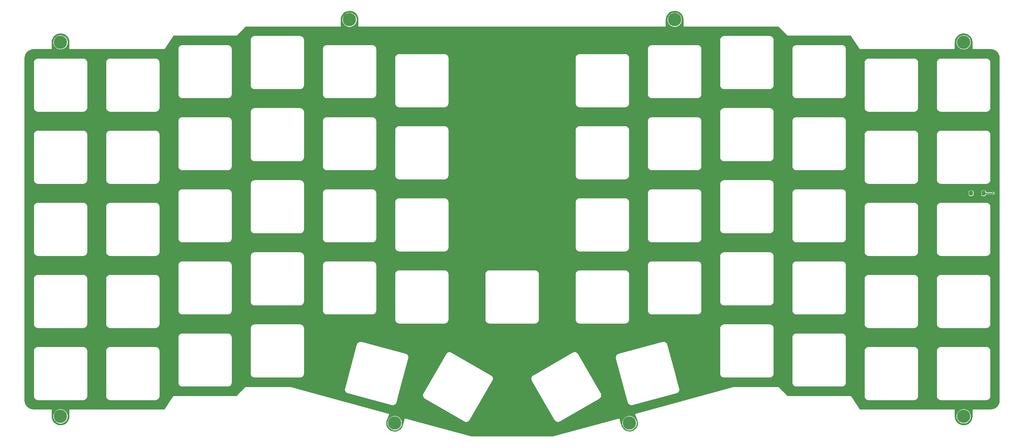
<source format=gbr>
G04 #@! TF.GenerationSoftware,KiCad,Pcbnew,(5.1.4-0)*
G04 #@! TF.CreationDate,2021-10-13T07:08:27-05:00*
G04 #@! TF.ProjectId,niko_top_plate,6e696b6f-5f74-46f7-905f-706c6174652e,rev?*
G04 #@! TF.SameCoordinates,Original*
G04 #@! TF.FileFunction,Copper,L2,Bot*
G04 #@! TF.FilePolarity,Positive*
%FSLAX46Y46*%
G04 Gerber Fmt 4.6, Leading zero omitted, Abs format (unit mm)*
G04 Created by KiCad (PCBNEW (5.1.4-0)) date 2021-10-13 07:08:27*
%MOMM*%
%LPD*%
G04 APERTURE LIST*
%ADD10C,0.100000*%
%ADD11C,1.000000*%
%ADD12C,3.500000*%
%ADD13C,0.500000*%
%ADD14C,0.250000*%
%ADD15C,0.254000*%
G04 APERTURE END LIST*
D10*
G36*
X317466514Y-118451608D02*
G01*
X317490783Y-118455208D01*
X317514581Y-118461169D01*
X317537681Y-118469434D01*
X317559859Y-118479924D01*
X317580903Y-118492537D01*
X317600608Y-118507151D01*
X317618787Y-118523627D01*
X317635263Y-118541806D01*
X317649877Y-118561511D01*
X317662490Y-118582555D01*
X317672980Y-118604733D01*
X317681245Y-118627833D01*
X317687206Y-118651631D01*
X317690806Y-118675900D01*
X317692010Y-118700404D01*
X317692010Y-119400404D01*
X317690806Y-119424908D01*
X317687206Y-119449177D01*
X317681245Y-119472975D01*
X317672980Y-119496075D01*
X317662490Y-119518253D01*
X317649877Y-119539297D01*
X317635263Y-119559002D01*
X317618787Y-119577181D01*
X317600608Y-119593657D01*
X317580903Y-119608271D01*
X317559859Y-119620884D01*
X317537681Y-119631374D01*
X317514581Y-119639639D01*
X317490783Y-119645600D01*
X317466514Y-119649200D01*
X317442010Y-119650404D01*
X316942010Y-119650404D01*
X316917506Y-119649200D01*
X316893237Y-119645600D01*
X316869439Y-119639639D01*
X316846339Y-119631374D01*
X316824161Y-119620884D01*
X316803117Y-119608271D01*
X316783412Y-119593657D01*
X316765233Y-119577181D01*
X316748757Y-119559002D01*
X316734143Y-119539297D01*
X316721530Y-119518253D01*
X316711040Y-119496075D01*
X316702775Y-119472975D01*
X316696814Y-119449177D01*
X316693214Y-119424908D01*
X316692010Y-119400404D01*
X316692010Y-118700404D01*
X316693214Y-118675900D01*
X316696814Y-118651631D01*
X316702775Y-118627833D01*
X316711040Y-118604733D01*
X316721530Y-118582555D01*
X316734143Y-118561511D01*
X316748757Y-118541806D01*
X316765233Y-118523627D01*
X316783412Y-118507151D01*
X316803117Y-118492537D01*
X316824161Y-118479924D01*
X316846339Y-118469434D01*
X316869439Y-118461169D01*
X316893237Y-118455208D01*
X316917506Y-118451608D01*
X316942010Y-118450404D01*
X317442010Y-118450404D01*
X317466514Y-118451608D01*
X317466514Y-118451608D01*
G37*
D11*
X317192010Y-119050404D03*
D10*
G36*
X314166514Y-118451608D02*
G01*
X314190783Y-118455208D01*
X314214581Y-118461169D01*
X314237681Y-118469434D01*
X314259859Y-118479924D01*
X314280903Y-118492537D01*
X314300608Y-118507151D01*
X314318787Y-118523627D01*
X314335263Y-118541806D01*
X314349877Y-118561511D01*
X314362490Y-118582555D01*
X314372980Y-118604733D01*
X314381245Y-118627833D01*
X314387206Y-118651631D01*
X314390806Y-118675900D01*
X314392010Y-118700404D01*
X314392010Y-119400404D01*
X314390806Y-119424908D01*
X314387206Y-119449177D01*
X314381245Y-119472975D01*
X314372980Y-119496075D01*
X314362490Y-119518253D01*
X314349877Y-119539297D01*
X314335263Y-119559002D01*
X314318787Y-119577181D01*
X314300608Y-119593657D01*
X314280903Y-119608271D01*
X314259859Y-119620884D01*
X314237681Y-119631374D01*
X314214581Y-119639639D01*
X314190783Y-119645600D01*
X314166514Y-119649200D01*
X314142010Y-119650404D01*
X313642010Y-119650404D01*
X313617506Y-119649200D01*
X313593237Y-119645600D01*
X313569439Y-119639639D01*
X313546339Y-119631374D01*
X313524161Y-119620884D01*
X313503117Y-119608271D01*
X313483412Y-119593657D01*
X313465233Y-119577181D01*
X313448757Y-119559002D01*
X313434143Y-119539297D01*
X313421530Y-119518253D01*
X313411040Y-119496075D01*
X313402775Y-119472975D01*
X313396814Y-119449177D01*
X313393214Y-119424908D01*
X313392010Y-119400404D01*
X313392010Y-118700404D01*
X313393214Y-118675900D01*
X313396814Y-118651631D01*
X313402775Y-118627833D01*
X313411040Y-118604733D01*
X313421530Y-118582555D01*
X313434143Y-118561511D01*
X313448757Y-118541806D01*
X313465233Y-118523627D01*
X313483412Y-118507151D01*
X313503117Y-118492537D01*
X313524161Y-118479924D01*
X313546339Y-118469434D01*
X313569439Y-118461169D01*
X313593237Y-118455208D01*
X313617506Y-118451608D01*
X313642010Y-118450404D01*
X314142010Y-118450404D01*
X314166514Y-118451608D01*
X314166514Y-118451608D01*
G37*
D11*
X313892010Y-119050404D03*
D12*
X73819060Y-79176893D03*
X73819060Y-177999187D03*
X150019380Y-73223743D03*
X161926392Y-179784702D03*
X235744740Y-73223743D03*
X223839154Y-179784476D03*
X311945060Y-79176893D03*
X311945060Y-177998755D03*
D13*
X319709201Y-119050404D03*
D14*
X317192010Y-119050404D02*
X319709201Y-119050404D01*
D15*
G36*
X236162322Y-71034685D02*
G01*
X236579564Y-71157485D01*
X236965002Y-71358989D01*
X237303959Y-71631517D01*
X237583532Y-71964698D01*
X237793062Y-72345832D01*
X237924572Y-72760404D01*
X237973828Y-73199527D01*
X237974001Y-73224363D01*
X237974426Y-75002170D01*
X237973694Y-75009606D01*
X237974430Y-75017080D01*
X237974430Y-75017104D01*
X237975186Y-75024763D01*
X237976628Y-75039402D01*
X237976635Y-75039424D01*
X237976636Y-75039438D01*
X237979975Y-75050435D01*
X237985319Y-75068054D01*
X237985330Y-75068074D01*
X237985334Y-75068088D01*
X237991226Y-75079106D01*
X237999433Y-75094460D01*
X237999446Y-75094475D01*
X237999454Y-75094491D01*
X238008724Y-75105781D01*
X238018428Y-75117605D01*
X238018442Y-75117617D01*
X238018454Y-75117631D01*
X238030309Y-75127356D01*
X238041573Y-75136600D01*
X238041588Y-75136608D01*
X238041604Y-75136621D01*
X238055204Y-75143886D01*
X238067979Y-75150714D01*
X238067997Y-75150719D01*
X238068013Y-75150728D01*
X238084003Y-75155575D01*
X238096631Y-75159405D01*
X238096645Y-75159406D01*
X238096667Y-75159413D01*
X238113240Y-75161041D01*
X238118966Y-75161605D01*
X238118982Y-75161605D01*
X238126464Y-75162340D01*
X238133907Y-75161605D01*
X263066271Y-75161690D01*
X265397730Y-77493150D01*
X265402490Y-77498950D01*
X265425635Y-77517945D01*
X265452041Y-77532059D01*
X265471264Y-77537890D01*
X265480692Y-77540750D01*
X265483604Y-77541037D01*
X265503028Y-77542950D01*
X265503035Y-77542950D01*
X265510489Y-77543684D01*
X265517944Y-77542950D01*
X282097963Y-77542950D01*
X284430008Y-81041019D01*
X284433576Y-81047695D01*
X284442563Y-81058646D01*
X284452457Y-81070727D01*
X284452522Y-81070781D01*
X284452571Y-81070840D01*
X284463581Y-81079876D01*
X284475582Y-81089746D01*
X284475656Y-81089785D01*
X284475716Y-81089835D01*
X284488315Y-81096569D01*
X284501973Y-81103888D01*
X284502054Y-81103913D01*
X284502122Y-81103949D01*
X284515803Y-81108099D01*
X284530616Y-81112609D01*
X284530699Y-81112617D01*
X284530774Y-81112640D01*
X284545316Y-81114072D01*
X284560410Y-81115575D01*
X284567953Y-81114840D01*
X309556329Y-81114735D01*
X309563800Y-81115471D01*
X309593597Y-81112536D01*
X309622249Y-81103845D01*
X309648655Y-81089731D01*
X309671800Y-81070736D01*
X309690795Y-81047591D01*
X309704909Y-81021185D01*
X309713600Y-80992533D01*
X309715800Y-80970198D01*
X309715800Y-80970190D01*
X309716534Y-80962736D01*
X309715800Y-80955284D01*
X309715800Y-79184332D01*
X309735911Y-78979221D01*
X309938060Y-78979221D01*
X309938060Y-79374565D01*
X310015188Y-79762313D01*
X310166480Y-80127564D01*
X310386121Y-80456281D01*
X310665672Y-80735832D01*
X310994389Y-80955473D01*
X311359640Y-81106765D01*
X311747388Y-81183893D01*
X312142732Y-81183893D01*
X312530480Y-81106765D01*
X312895731Y-80955473D01*
X313224448Y-80735832D01*
X313503999Y-80456281D01*
X313723640Y-80127564D01*
X313874932Y-79762313D01*
X313952060Y-79374565D01*
X313952060Y-78979221D01*
X313874932Y-78591473D01*
X313723640Y-78226222D01*
X313503999Y-77897505D01*
X313224448Y-77617954D01*
X312895731Y-77398313D01*
X312530480Y-77247021D01*
X312142732Y-77169893D01*
X311747388Y-77169893D01*
X311359640Y-77247021D01*
X310994389Y-77398313D01*
X310665672Y-77617954D01*
X310386121Y-77897505D01*
X310166480Y-78226222D01*
X310015188Y-78591473D01*
X309938060Y-78979221D01*
X309735911Y-78979221D01*
X309758972Y-78744036D01*
X309884680Y-78327668D01*
X310088868Y-77943644D01*
X310363759Y-77606595D01*
X310698881Y-77329358D01*
X311081473Y-77122491D01*
X311496952Y-76993879D01*
X311929503Y-76948416D01*
X312362642Y-76987835D01*
X312779884Y-77110635D01*
X313165322Y-77312139D01*
X313504279Y-77584667D01*
X313783852Y-77917848D01*
X313993382Y-78298982D01*
X314124892Y-78713554D01*
X314174148Y-79152677D01*
X314174320Y-79177381D01*
X314174321Y-80955264D01*
X314173585Y-80962736D01*
X314176520Y-80992533D01*
X314185211Y-81021185D01*
X314199325Y-81047591D01*
X314218320Y-81070736D01*
X314241465Y-81089731D01*
X314267871Y-81103845D01*
X314296523Y-81112536D01*
X314318858Y-81114736D01*
X314326320Y-81115471D01*
X314333782Y-81114736D01*
X319081557Y-81114736D01*
X319521852Y-81157908D01*
X319938222Y-81283617D01*
X320322242Y-81487804D01*
X320659291Y-81762694D01*
X320936523Y-82097811D01*
X321143390Y-82480404D01*
X321272003Y-82895882D01*
X321318205Y-83335465D01*
X321318100Y-83336527D01*
X321318249Y-173824115D01*
X321275076Y-174264420D01*
X321149367Y-174680790D01*
X320945179Y-175064811D01*
X320670290Y-175401859D01*
X320335173Y-175679091D01*
X319952580Y-175885958D01*
X319537102Y-176014571D01*
X319097393Y-176060786D01*
X319088753Y-176060816D01*
X314333782Y-176060816D01*
X314326320Y-176060081D01*
X314318858Y-176060816D01*
X314296523Y-176063016D01*
X314267871Y-176071707D01*
X314241465Y-176085821D01*
X314218320Y-176104816D01*
X314199325Y-176127961D01*
X314185211Y-176154367D01*
X314176520Y-176183019D01*
X314173585Y-176212816D01*
X314174321Y-176220288D01*
X314174320Y-177991316D01*
X314131148Y-178431613D01*
X314005438Y-178847984D01*
X313801250Y-179232006D01*
X313526361Y-179569052D01*
X313191239Y-179846290D01*
X312808646Y-180053158D01*
X312393168Y-180181769D01*
X311960618Y-180227232D01*
X311527477Y-180187813D01*
X311110236Y-180065013D01*
X310724799Y-179863510D01*
X310385841Y-179590981D01*
X310106270Y-179257802D01*
X309896739Y-178876667D01*
X309765228Y-178462095D01*
X309715972Y-178022971D01*
X309715800Y-177998267D01*
X309715800Y-177801083D01*
X309938060Y-177801083D01*
X309938060Y-178196427D01*
X310015188Y-178584175D01*
X310166480Y-178949426D01*
X310386121Y-179278143D01*
X310665672Y-179557694D01*
X310994389Y-179777335D01*
X311359640Y-179928627D01*
X311747388Y-180005755D01*
X312142732Y-180005755D01*
X312530480Y-179928627D01*
X312895731Y-179777335D01*
X313224448Y-179557694D01*
X313503999Y-179278143D01*
X313723640Y-178949426D01*
X313874932Y-178584175D01*
X313952060Y-178196427D01*
X313952060Y-177801083D01*
X313874932Y-177413335D01*
X313723640Y-177048084D01*
X313503999Y-176719367D01*
X313224448Y-176439816D01*
X312895731Y-176220175D01*
X312530480Y-176068883D01*
X312142732Y-175991755D01*
X311747388Y-175991755D01*
X311359640Y-176068883D01*
X310994389Y-176220175D01*
X310665672Y-176439816D01*
X310386121Y-176719367D01*
X310166480Y-177048084D01*
X310015188Y-177413335D01*
X309938060Y-177801083D01*
X309715800Y-177801083D01*
X309715800Y-176220702D01*
X309716535Y-176213240D01*
X309713600Y-176183443D01*
X309704909Y-176154791D01*
X309690795Y-176128385D01*
X309671800Y-176105240D01*
X309648655Y-176086245D01*
X309622249Y-176072131D01*
X309593597Y-176063440D01*
X309571262Y-176061240D01*
X309563800Y-176060505D01*
X309556338Y-176061240D01*
X284641918Y-176061240D01*
X282400398Y-172698961D01*
X285742980Y-172698961D01*
X285743674Y-172706003D01*
X285743630Y-172712258D01*
X285743837Y-172714370D01*
X285764238Y-172908467D01*
X285767007Y-172921957D01*
X285769589Y-172935494D01*
X285770203Y-172937525D01*
X285827915Y-173123963D01*
X285833240Y-173136630D01*
X285838414Y-173149437D01*
X285839410Y-173151311D01*
X285932235Y-173322987D01*
X285939934Y-173334402D01*
X285947483Y-173345937D01*
X285948824Y-173347582D01*
X286073228Y-173497959D01*
X286083023Y-173507686D01*
X286092643Y-173517510D01*
X286094278Y-173518863D01*
X286245520Y-173642213D01*
X286257000Y-173649840D01*
X286268362Y-173657620D01*
X286270228Y-173658629D01*
X286442551Y-173750254D01*
X286455294Y-173755507D01*
X286467950Y-173760931D01*
X286469977Y-173761559D01*
X286656813Y-173817968D01*
X286670373Y-173820653D01*
X286683803Y-173823508D01*
X286685913Y-173823730D01*
X286880147Y-173842775D01*
X286880158Y-173842775D01*
X286887518Y-173843500D01*
X298902442Y-173843500D01*
X298909484Y-173842806D01*
X298915738Y-173842850D01*
X298917850Y-173842643D01*
X299111947Y-173822242D01*
X299125437Y-173819473D01*
X299138974Y-173816891D01*
X299141003Y-173816278D01*
X299141009Y-173816276D01*
X299327443Y-173758565D01*
X299340110Y-173753240D01*
X299352917Y-173748066D01*
X299354791Y-173747070D01*
X299526467Y-173654245D01*
X299537882Y-173646546D01*
X299549417Y-173638997D01*
X299551062Y-173637656D01*
X299701439Y-173513252D01*
X299711166Y-173503457D01*
X299720990Y-173493837D01*
X299722343Y-173492202D01*
X299845693Y-173340960D01*
X299853320Y-173329480D01*
X299861100Y-173318118D01*
X299862109Y-173316252D01*
X299953734Y-173143929D01*
X299958987Y-173131186D01*
X299964411Y-173118530D01*
X299965039Y-173116503D01*
X300021448Y-172929667D01*
X300024133Y-172916107D01*
X300026988Y-172902677D01*
X300027210Y-172900567D01*
X300046255Y-172706333D01*
X300046255Y-172706322D01*
X300046980Y-172698962D01*
X300046980Y-172695661D01*
X304793060Y-172695661D01*
X304793754Y-172702703D01*
X304793710Y-172708958D01*
X304793917Y-172711070D01*
X304814318Y-172905167D01*
X304817087Y-172918657D01*
X304819669Y-172932194D01*
X304820283Y-172934225D01*
X304877995Y-173120663D01*
X304883320Y-173133330D01*
X304888494Y-173146137D01*
X304889490Y-173148011D01*
X304982315Y-173319687D01*
X304990014Y-173331102D01*
X304997563Y-173342637D01*
X304998904Y-173344282D01*
X305123308Y-173494659D01*
X305133103Y-173504386D01*
X305142723Y-173514210D01*
X305144358Y-173515563D01*
X305295600Y-173638913D01*
X305307080Y-173646540D01*
X305318442Y-173654320D01*
X305320308Y-173655329D01*
X305492631Y-173746954D01*
X305505374Y-173752207D01*
X305518030Y-173757631D01*
X305520057Y-173758259D01*
X305706893Y-173814668D01*
X305720453Y-173817353D01*
X305733883Y-173820208D01*
X305735993Y-173820430D01*
X305930227Y-173839475D01*
X305930238Y-173839475D01*
X305937598Y-173840200D01*
X317952522Y-173840200D01*
X317959564Y-173839506D01*
X317965818Y-173839550D01*
X317967930Y-173839343D01*
X318162027Y-173818942D01*
X318175517Y-173816173D01*
X318189054Y-173813591D01*
X318191083Y-173812978D01*
X318191089Y-173812976D01*
X318377523Y-173755265D01*
X318390190Y-173749940D01*
X318402997Y-173744766D01*
X318404871Y-173743770D01*
X318576547Y-173650945D01*
X318587962Y-173643246D01*
X318599497Y-173635697D01*
X318601142Y-173634356D01*
X318751519Y-173509952D01*
X318761246Y-173500157D01*
X318771070Y-173490537D01*
X318772423Y-173488902D01*
X318895773Y-173337660D01*
X318903400Y-173326180D01*
X318911180Y-173314818D01*
X318912189Y-173312952D01*
X319003814Y-173140629D01*
X319009067Y-173127886D01*
X319014491Y-173115230D01*
X319015119Y-173113203D01*
X319071528Y-172926367D01*
X319074213Y-172912807D01*
X319077068Y-172899377D01*
X319077290Y-172897267D01*
X319096335Y-172703033D01*
X319096335Y-172703022D01*
X319097060Y-172695662D01*
X319097060Y-160680738D01*
X319096366Y-160673696D01*
X319096410Y-160667442D01*
X319096203Y-160665330D01*
X319075802Y-160471233D01*
X319073027Y-160457712D01*
X319070450Y-160444206D01*
X319069837Y-160442174D01*
X319012125Y-160255737D01*
X319006800Y-160243070D01*
X319001626Y-160230263D01*
X319000630Y-160228389D01*
X318907805Y-160056712D01*
X318900094Y-160045280D01*
X318892557Y-160033763D01*
X318891216Y-160032118D01*
X318766812Y-159881740D01*
X318756998Y-159871995D01*
X318747397Y-159862190D01*
X318745762Y-159860837D01*
X318594520Y-159737487D01*
X318583014Y-159729843D01*
X318571678Y-159722081D01*
X318569812Y-159721071D01*
X318397490Y-159629446D01*
X318384732Y-159624188D01*
X318372090Y-159618769D01*
X318370063Y-159618141D01*
X318183227Y-159561732D01*
X318169692Y-159559052D01*
X318156237Y-159556192D01*
X318154126Y-159555970D01*
X317959893Y-159536925D01*
X317959882Y-159536925D01*
X317952522Y-159536200D01*
X305937598Y-159536200D01*
X305930556Y-159536894D01*
X305924302Y-159536850D01*
X305922190Y-159537057D01*
X305728093Y-159557458D01*
X305714572Y-159560233D01*
X305701066Y-159562810D01*
X305699034Y-159563423D01*
X305512597Y-159621135D01*
X305499930Y-159626460D01*
X305487123Y-159631634D01*
X305485249Y-159632630D01*
X305313572Y-159725455D01*
X305302140Y-159733166D01*
X305290623Y-159740703D01*
X305288978Y-159742044D01*
X305138600Y-159866448D01*
X305128855Y-159876262D01*
X305119050Y-159885863D01*
X305117697Y-159887498D01*
X304994347Y-160038740D01*
X304986703Y-160050246D01*
X304978941Y-160061582D01*
X304977931Y-160063448D01*
X304886306Y-160235770D01*
X304881048Y-160248528D01*
X304875629Y-160261170D01*
X304875001Y-160263197D01*
X304818592Y-160450033D01*
X304815912Y-160463568D01*
X304813052Y-160477023D01*
X304812830Y-160479134D01*
X304793785Y-160673367D01*
X304793785Y-160673388D01*
X304793061Y-160680738D01*
X304793060Y-172695661D01*
X300046980Y-172695661D01*
X300046980Y-160684038D01*
X300046286Y-160676996D01*
X300046330Y-160670742D01*
X300046123Y-160668630D01*
X300025722Y-160474533D01*
X300022947Y-160461012D01*
X300020370Y-160447506D01*
X300019757Y-160445474D01*
X299962045Y-160259037D01*
X299956720Y-160246370D01*
X299951546Y-160233563D01*
X299950550Y-160231689D01*
X299857725Y-160060012D01*
X299850014Y-160048580D01*
X299842477Y-160037063D01*
X299841136Y-160035418D01*
X299716732Y-159885040D01*
X299706918Y-159875295D01*
X299697317Y-159865490D01*
X299695682Y-159864137D01*
X299544440Y-159740787D01*
X299532934Y-159733143D01*
X299521598Y-159725381D01*
X299519732Y-159724371D01*
X299347410Y-159632746D01*
X299334652Y-159627488D01*
X299322010Y-159622069D01*
X299319983Y-159621441D01*
X299133147Y-159565032D01*
X299119612Y-159562352D01*
X299106157Y-159559492D01*
X299104046Y-159559270D01*
X298909813Y-159540225D01*
X298909802Y-159540225D01*
X298902442Y-159539500D01*
X286887518Y-159539500D01*
X286880476Y-159540194D01*
X286874222Y-159540150D01*
X286872110Y-159540357D01*
X286678013Y-159560758D01*
X286664492Y-159563533D01*
X286650986Y-159566110D01*
X286648954Y-159566723D01*
X286462517Y-159624435D01*
X286449850Y-159629760D01*
X286437043Y-159634934D01*
X286435169Y-159635930D01*
X286263492Y-159728755D01*
X286252060Y-159736466D01*
X286240543Y-159744003D01*
X286238898Y-159745344D01*
X286088520Y-159869748D01*
X286078775Y-159879562D01*
X286068970Y-159889163D01*
X286067617Y-159890798D01*
X285944267Y-160042040D01*
X285936623Y-160053546D01*
X285928861Y-160064882D01*
X285927851Y-160066748D01*
X285836226Y-160239070D01*
X285830968Y-160251828D01*
X285825549Y-160264470D01*
X285824921Y-160266497D01*
X285768512Y-160453333D01*
X285765832Y-160466868D01*
X285762972Y-160480323D01*
X285762750Y-160482434D01*
X285743705Y-160676667D01*
X285743705Y-160676688D01*
X285742981Y-160684038D01*
X285742980Y-172698961D01*
X282400398Y-172698961D01*
X282309881Y-172563186D01*
X282306305Y-172556495D01*
X282296240Y-172544231D01*
X282287422Y-172533464D01*
X282287365Y-172533417D01*
X282287310Y-172533350D01*
X282275039Y-172523279D01*
X282264298Y-172514445D01*
X282264231Y-172514409D01*
X282264165Y-172514355D01*
X282250441Y-172507020D01*
X282237907Y-172500303D01*
X282237833Y-172500280D01*
X282237759Y-172500241D01*
X282223247Y-172495839D01*
X282209263Y-172491581D01*
X282209183Y-172491573D01*
X282209107Y-172491550D01*
X282194375Y-172490099D01*
X282179469Y-172488615D01*
X282171927Y-172489350D01*
X265573450Y-172489350D01*
X263241993Y-170157894D01*
X263237235Y-170152096D01*
X263214091Y-170133100D01*
X263187686Y-170118984D01*
X263159034Y-170110292D01*
X263159033Y-170110292D01*
X263159027Y-170110290D01*
X263129230Y-170107355D01*
X263121766Y-170108090D01*
X251223658Y-170107484D01*
X251210648Y-170107155D01*
X251201356Y-170108760D01*
X251191977Y-170109683D01*
X251179537Y-170113456D01*
X225302825Y-177252786D01*
X225299466Y-177253076D01*
X225270710Y-177261418D01*
X225262265Y-177265800D01*
X225258054Y-177267421D01*
X225253066Y-177270574D01*
X225244134Y-177275209D01*
X225238128Y-177280016D01*
X225232745Y-177283419D01*
X225226711Y-177289154D01*
X225220759Y-177293919D01*
X225217004Y-177298382D01*
X225211044Y-177304048D01*
X225204842Y-177312840D01*
X225201484Y-177316831D01*
X225199562Y-177320324D01*
X225193784Y-177328514D01*
X225188461Y-177340497D01*
X225187049Y-177343063D01*
X225186373Y-177345198D01*
X225181629Y-177355877D01*
X225178273Y-177370771D01*
X225178008Y-177371607D01*
X225177934Y-177372274D01*
X225175047Y-177385086D01*
X225174289Y-177415017D01*
X225179384Y-177444521D01*
X225190139Y-177472464D01*
X225193628Y-177477984D01*
X225779540Y-178942765D01*
X225907116Y-179344971D01*
X225953099Y-179755008D01*
X225918562Y-180166172D01*
X225804821Y-180562795D01*
X225616208Y-180929775D01*
X225359909Y-181253127D01*
X225045687Y-181520538D01*
X224685506Y-181721825D01*
X224293083Y-181849319D01*
X223883380Y-181898163D01*
X223471983Y-181866498D01*
X223074574Y-181755529D01*
X222706293Y-181569485D01*
X222381157Y-181315448D01*
X222111556Y-181003096D01*
X221907352Y-180643611D01*
X221785219Y-180289262D01*
X221591603Y-179586804D01*
X221832154Y-179586804D01*
X221832154Y-179982148D01*
X221909282Y-180369896D01*
X222060574Y-180735147D01*
X222280215Y-181063864D01*
X222559766Y-181343415D01*
X222888483Y-181563056D01*
X223253734Y-181714348D01*
X223641482Y-181791476D01*
X224036826Y-181791476D01*
X224424574Y-181714348D01*
X224789825Y-181563056D01*
X225118542Y-181343415D01*
X225398093Y-181063864D01*
X225617734Y-180735147D01*
X225769026Y-180369896D01*
X225846154Y-179982148D01*
X225846154Y-179586804D01*
X225769026Y-179199056D01*
X225617734Y-178833805D01*
X225398093Y-178505088D01*
X225118542Y-178225537D01*
X224789825Y-178005896D01*
X224424574Y-177854604D01*
X224036826Y-177777476D01*
X223641482Y-177777476D01*
X223253734Y-177854604D01*
X222888483Y-178005896D01*
X222559766Y-178225537D01*
X222280215Y-178505088D01*
X222060574Y-178833805D01*
X221909282Y-179199056D01*
X221832154Y-179586804D01*
X221591603Y-179586804D01*
X221304802Y-178546270D01*
X221296747Y-178525322D01*
X221280755Y-178500009D01*
X221260132Y-178478303D01*
X221235669Y-178461037D01*
X221208309Y-178448875D01*
X221179102Y-178442285D01*
X221149172Y-178441520D01*
X221119666Y-178446608D01*
X221108996Y-178450711D01*
X203574092Y-183205020D01*
X182186641Y-183205020D01*
X164652948Y-178449201D01*
X164646236Y-178446620D01*
X164638535Y-178445292D01*
X164638240Y-178445212D01*
X164631255Y-178444037D01*
X164616730Y-178441532D01*
X164616417Y-178441540D01*
X164616108Y-178441488D01*
X164601422Y-178441924D01*
X164586799Y-178442298D01*
X164586495Y-178442367D01*
X164586181Y-178442376D01*
X164571849Y-178445671D01*
X164557592Y-178448888D01*
X164557307Y-178449015D01*
X164557001Y-178449085D01*
X164543531Y-178455138D01*
X164530232Y-178461050D01*
X164529979Y-178461229D01*
X164529691Y-178461358D01*
X164517776Y-178469841D01*
X164505769Y-178478315D01*
X164505551Y-178478545D01*
X164505299Y-178478724D01*
X164495338Y-178489294D01*
X164485146Y-178500022D01*
X164484978Y-178500288D01*
X164484765Y-178500514D01*
X164477115Y-178512734D01*
X164469154Y-178525334D01*
X164469039Y-178525633D01*
X164468877Y-178525892D01*
X164463763Y-178539354D01*
X164461099Y-178546282D01*
X164461014Y-178546590D01*
X164458244Y-178553882D01*
X164457053Y-178560963D01*
X163980900Y-180288488D01*
X163839121Y-180685855D01*
X163627620Y-181040141D01*
X163351335Y-181346596D01*
X163020791Y-181593548D01*
X162648578Y-181771594D01*
X162248858Y-181873956D01*
X161836881Y-181896727D01*
X161428329Y-181839046D01*
X161038746Y-181703103D01*
X160683005Y-181494088D01*
X160374623Y-181219945D01*
X160125370Y-180891135D01*
X159944728Y-180520168D01*
X159839580Y-180121180D01*
X159813932Y-179709370D01*
X159830334Y-179587030D01*
X159919392Y-179587030D01*
X159919392Y-179982374D01*
X159996520Y-180370122D01*
X160147812Y-180735373D01*
X160367453Y-181064090D01*
X160647004Y-181343641D01*
X160975721Y-181563282D01*
X161340972Y-181714574D01*
X161728720Y-181791702D01*
X162124064Y-181791702D01*
X162511812Y-181714574D01*
X162877063Y-181563282D01*
X163205780Y-181343641D01*
X163485331Y-181064090D01*
X163704972Y-180735373D01*
X163856264Y-180370122D01*
X163933392Y-179982374D01*
X163933392Y-179587030D01*
X163856264Y-179199282D01*
X163704972Y-178834031D01*
X163485331Y-178505314D01*
X163205780Y-178225763D01*
X162877063Y-178006122D01*
X162511812Y-177854830D01*
X162124064Y-177777702D01*
X161728720Y-177777702D01*
X161340972Y-177854830D01*
X160975721Y-178006122D01*
X160647004Y-178225763D01*
X160367453Y-178505314D01*
X160147812Y-178834031D01*
X159996520Y-179199282D01*
X159919392Y-179587030D01*
X159830334Y-179587030D01*
X159868872Y-179299597D01*
X159986059Y-178943535D01*
X160574413Y-177472648D01*
X160574952Y-177471795D01*
X160579961Y-177458777D01*
X160582367Y-177452763D01*
X160582647Y-177451798D01*
X160585705Y-177443851D01*
X160586811Y-177437446D01*
X160588620Y-177431209D01*
X160589351Y-177422732D01*
X160590798Y-177414347D01*
X160590633Y-177407850D01*
X160591191Y-177401378D01*
X160590255Y-177392929D01*
X160590039Y-177384415D01*
X160588609Y-177378072D01*
X160587894Y-177371619D01*
X160585327Y-177363514D01*
X160583454Y-177355207D01*
X160580813Y-177349262D01*
X160578853Y-177343075D01*
X160574756Y-177335631D01*
X160571297Y-177327844D01*
X160567546Y-177322528D01*
X160564418Y-177316843D01*
X160558947Y-177310340D01*
X160554036Y-177303379D01*
X160549323Y-177298899D01*
X160545143Y-177293931D01*
X160538503Y-177288616D01*
X160532333Y-177282752D01*
X160526836Y-177279277D01*
X160521768Y-177275221D01*
X160514224Y-177271306D01*
X160507024Y-177266755D01*
X160500956Y-177264420D01*
X160495192Y-177261429D01*
X160487022Y-177259059D01*
X160486078Y-177258696D01*
X160479799Y-177256964D01*
X160466436Y-177253088D01*
X160465433Y-177253001D01*
X137343080Y-170875249D01*
X148664497Y-170875249D01*
X148664563Y-170877370D01*
X148672055Y-171072392D01*
X148673930Y-171086082D01*
X148675604Y-171099715D01*
X148676081Y-171101783D01*
X148721310Y-171291634D01*
X148725800Y-171304674D01*
X148730098Y-171317748D01*
X148730968Y-171319684D01*
X148812212Y-171497136D01*
X148819144Y-171509046D01*
X148825905Y-171521045D01*
X148827134Y-171522775D01*
X148941298Y-171681067D01*
X148950428Y-171691422D01*
X148959374Y-171701860D01*
X148960916Y-171703319D01*
X149103651Y-171836422D01*
X149114613Y-171844803D01*
X149125422Y-171853309D01*
X149127218Y-171854440D01*
X149293088Y-171957284D01*
X149305465Y-171963374D01*
X149317724Y-171969621D01*
X149319705Y-171970381D01*
X149502393Y-172039048D01*
X149502401Y-172039050D01*
X149509324Y-172041656D01*
X161114849Y-175151347D01*
X161121832Y-175152500D01*
X161127860Y-175154160D01*
X161129954Y-175154507D01*
X161322717Y-175185038D01*
X161336509Y-175185857D01*
X161350209Y-175186863D01*
X161352330Y-175186797D01*
X161547352Y-175179305D01*
X161561042Y-175177430D01*
X161574675Y-175175756D01*
X161576743Y-175175279D01*
X161766594Y-175130050D01*
X161779634Y-175125560D01*
X161792708Y-175121262D01*
X161794644Y-175120392D01*
X161972096Y-175039148D01*
X161984006Y-175032216D01*
X161996005Y-175025455D01*
X161997735Y-175024226D01*
X162156027Y-174910062D01*
X162166382Y-174900932D01*
X162176820Y-174891986D01*
X162178279Y-174890444D01*
X162311382Y-174747709D01*
X162319763Y-174736747D01*
X162328269Y-174725938D01*
X162329400Y-174724142D01*
X162432244Y-174558272D01*
X162438334Y-174545895D01*
X162444581Y-174533636D01*
X162445341Y-174531655D01*
X162514008Y-174348967D01*
X162514010Y-174348959D01*
X162516616Y-174342036D01*
X163004359Y-172521754D01*
X169248842Y-172521754D01*
X169249806Y-172535542D01*
X169250573Y-172549253D01*
X169250912Y-172551348D01*
X169283460Y-172743781D01*
X169287077Y-172757093D01*
X169290498Y-172770419D01*
X169291238Y-172772408D01*
X169360543Y-172954855D01*
X169366681Y-172967219D01*
X169372621Y-172979618D01*
X169373733Y-172981426D01*
X169477155Y-173146936D01*
X169485576Y-173157871D01*
X169493813Y-173168882D01*
X169495250Y-173170434D01*
X169495255Y-173170440D01*
X169495260Y-173170445D01*
X169628855Y-173312708D01*
X169639245Y-173321804D01*
X169649459Y-173331001D01*
X169651175Y-173332248D01*
X169809866Y-173445860D01*
X169809879Y-173445868D01*
X169815886Y-173450172D01*
X180221114Y-179457634D01*
X180227555Y-179460552D01*
X180232954Y-179463720D01*
X180234886Y-179464597D01*
X180413179Y-179543978D01*
X180426272Y-179548333D01*
X180439262Y-179552857D01*
X180441328Y-179553342D01*
X180631644Y-179596580D01*
X180645351Y-179598312D01*
X180658954Y-179600223D01*
X180661074Y-179600298D01*
X180856164Y-179605748D01*
X180869952Y-179604784D01*
X180883663Y-179604017D01*
X180885758Y-179603678D01*
X181078191Y-179571130D01*
X181091503Y-179567513D01*
X181104829Y-179564092D01*
X181106815Y-179563353D01*
X181106819Y-179563352D01*
X181106822Y-179563350D01*
X181289265Y-179494047D01*
X181301629Y-179487909D01*
X181314028Y-179481969D01*
X181315836Y-179480857D01*
X181481346Y-179377435D01*
X181492281Y-179369014D01*
X181503292Y-179360777D01*
X181504844Y-179359340D01*
X181504850Y-179359335D01*
X181504855Y-179359330D01*
X181647118Y-179225735D01*
X181656214Y-179215345D01*
X181665411Y-179205131D01*
X181666658Y-179203415D01*
X181780270Y-179044724D01*
X181780278Y-179044711D01*
X181784582Y-179038704D01*
X187792044Y-168633476D01*
X187794962Y-168627035D01*
X187798130Y-168621636D01*
X187799007Y-168619704D01*
X187878388Y-168441411D01*
X187882743Y-168428318D01*
X187887267Y-168415328D01*
X187887752Y-168413262D01*
X187930990Y-168222946D01*
X187932722Y-168209239D01*
X187934633Y-168195636D01*
X187934708Y-168193516D01*
X187939993Y-168004330D01*
X197823475Y-168004330D01*
X197823534Y-168006452D01*
X197830345Y-168201499D01*
X197832170Y-168215176D01*
X197833798Y-168228834D01*
X197834268Y-168230903D01*
X197878834Y-168420913D01*
X197883277Y-168433963D01*
X197887531Y-168447057D01*
X197888394Y-168448996D01*
X197969018Y-168626730D01*
X197969025Y-168626743D01*
X197972076Y-168633475D01*
X203979537Y-179038704D01*
X203983659Y-179044457D01*
X203986748Y-179049894D01*
X203987983Y-179051619D01*
X204102698Y-179209511D01*
X204111862Y-179219833D01*
X204120847Y-179230242D01*
X204122394Y-179231695D01*
X204265593Y-179364299D01*
X204276593Y-179372649D01*
X204287423Y-179381110D01*
X204289222Y-179382235D01*
X204455450Y-179484499D01*
X204467865Y-179490554D01*
X204480129Y-179496749D01*
X204482113Y-179497503D01*
X204665039Y-179565533D01*
X204678369Y-179569055D01*
X204691628Y-179572757D01*
X204693720Y-179573111D01*
X204886376Y-179604314D01*
X204900166Y-179605181D01*
X204913860Y-179606235D01*
X204915982Y-179606176D01*
X204915983Y-179606176D01*
X205111029Y-179599365D01*
X205124706Y-179597540D01*
X205138364Y-179595912D01*
X205140432Y-179595442D01*
X205140434Y-179595442D01*
X205140436Y-179595441D01*
X205330443Y-179550876D01*
X205343493Y-179546433D01*
X205356587Y-179542179D01*
X205358526Y-179541316D01*
X205536260Y-179460692D01*
X205536273Y-179460685D01*
X205543005Y-179457634D01*
X215948234Y-173450173D01*
X215953987Y-173446051D01*
X215959424Y-173442962D01*
X215961149Y-173441727D01*
X216119041Y-173327012D01*
X216129363Y-173317848D01*
X216139772Y-173308863D01*
X216141225Y-173307316D01*
X216273829Y-173164117D01*
X216282179Y-173153117D01*
X216290640Y-173142287D01*
X216291765Y-173140488D01*
X216394029Y-172974260D01*
X216400084Y-172961845D01*
X216406279Y-172949581D01*
X216407033Y-172947597D01*
X216475063Y-172764671D01*
X216478585Y-172751341D01*
X216482287Y-172738082D01*
X216482641Y-172735990D01*
X216513844Y-172543334D01*
X216514711Y-172529544D01*
X216515765Y-172515850D01*
X216515706Y-172513729D01*
X216508895Y-172318681D01*
X216507071Y-172305008D01*
X216505442Y-172291346D01*
X216504972Y-172289277D01*
X216460406Y-172099267D01*
X216455960Y-172086207D01*
X216451709Y-172073123D01*
X216450846Y-172071184D01*
X216370222Y-171893450D01*
X216370215Y-171893438D01*
X216367164Y-171886704D01*
X210951823Y-162507058D01*
X220102764Y-162507058D01*
X220103678Y-162520818D01*
X220104398Y-162534563D01*
X220104730Y-162536659D01*
X220136606Y-162729204D01*
X220136609Y-162729214D01*
X220137813Y-162736510D01*
X223247503Y-174342036D01*
X223249998Y-174348664D01*
X223251573Y-174354711D01*
X223252319Y-174356697D01*
X223322261Y-174538900D01*
X223328428Y-174551214D01*
X223334425Y-174563621D01*
X223335541Y-174565421D01*
X223335544Y-174565426D01*
X223335547Y-174565430D01*
X223439543Y-174730573D01*
X223447979Y-174741449D01*
X223456277Y-174752461D01*
X223457724Y-174754013D01*
X223591820Y-174895816D01*
X223602238Y-174904872D01*
X223612488Y-174914037D01*
X223614209Y-174915278D01*
X223773294Y-175028334D01*
X223785249Y-175035180D01*
X223797107Y-175042194D01*
X223799037Y-175043077D01*
X223977052Y-175123080D01*
X223990134Y-175127482D01*
X224003104Y-175132050D01*
X224005168Y-175132542D01*
X224195331Y-175176444D01*
X224209008Y-175178220D01*
X224222628Y-175180183D01*
X224224748Y-175180265D01*
X224419818Y-175186396D01*
X224433578Y-175185482D01*
X224447323Y-175184762D01*
X224449419Y-175184430D01*
X224641964Y-175152554D01*
X224641974Y-175152551D01*
X224649270Y-175151347D01*
X236254796Y-172041657D01*
X236261424Y-172039162D01*
X236267471Y-172037587D01*
X236269457Y-172036841D01*
X236451660Y-171966899D01*
X236463974Y-171960732D01*
X236476381Y-171954735D01*
X236478181Y-171953619D01*
X236478186Y-171953616D01*
X236478190Y-171953613D01*
X236643333Y-171849617D01*
X236654209Y-171841181D01*
X236665221Y-171832883D01*
X236666773Y-171831436D01*
X236808576Y-171697340D01*
X236817632Y-171686922D01*
X236826797Y-171676672D01*
X236828038Y-171674951D01*
X236941094Y-171515866D01*
X236947940Y-171503911D01*
X236954954Y-171492053D01*
X236955837Y-171490123D01*
X237035840Y-171312108D01*
X237040242Y-171299026D01*
X237044810Y-171286056D01*
X237045302Y-171283992D01*
X237089204Y-171093829D01*
X237090980Y-171080152D01*
X237092943Y-171066532D01*
X237093025Y-171064412D01*
X237099156Y-170869342D01*
X237098242Y-170855580D01*
X237097522Y-170841837D01*
X237097190Y-170839741D01*
X237065314Y-170647196D01*
X237065312Y-170647187D01*
X237064107Y-170639889D01*
X236657865Y-169123771D01*
X266692900Y-169123771D01*
X266693594Y-169130813D01*
X266693550Y-169137068D01*
X266693757Y-169139180D01*
X266714158Y-169333277D01*
X266716927Y-169346767D01*
X266719509Y-169360304D01*
X266720123Y-169362335D01*
X266777835Y-169548773D01*
X266783160Y-169561440D01*
X266788334Y-169574247D01*
X266789330Y-169576121D01*
X266882155Y-169747797D01*
X266889854Y-169759212D01*
X266897403Y-169770747D01*
X266898744Y-169772392D01*
X267023148Y-169922769D01*
X267032943Y-169932496D01*
X267042563Y-169942320D01*
X267044198Y-169943673D01*
X267195440Y-170067023D01*
X267206920Y-170074650D01*
X267218282Y-170082430D01*
X267220148Y-170083439D01*
X267392471Y-170175064D01*
X267405214Y-170180317D01*
X267417870Y-170185741D01*
X267419897Y-170186369D01*
X267606733Y-170242778D01*
X267620293Y-170245463D01*
X267633723Y-170248318D01*
X267635833Y-170248540D01*
X267830067Y-170267585D01*
X267830078Y-170267585D01*
X267837438Y-170268310D01*
X279852362Y-170268310D01*
X279859404Y-170267616D01*
X279865658Y-170267660D01*
X279867770Y-170267453D01*
X280061867Y-170247052D01*
X280075357Y-170244283D01*
X280088894Y-170241701D01*
X280090923Y-170241088D01*
X280090929Y-170241086D01*
X280277363Y-170183375D01*
X280290030Y-170178050D01*
X280302837Y-170172876D01*
X280304711Y-170171880D01*
X280476387Y-170079055D01*
X280487802Y-170071356D01*
X280499337Y-170063807D01*
X280500982Y-170062466D01*
X280651359Y-169938062D01*
X280661086Y-169928267D01*
X280670910Y-169918647D01*
X280672263Y-169917012D01*
X280795613Y-169765770D01*
X280803240Y-169754290D01*
X280811020Y-169742928D01*
X280812029Y-169741062D01*
X280903654Y-169568739D01*
X280908907Y-169555996D01*
X280914331Y-169543340D01*
X280914959Y-169541313D01*
X280971368Y-169354477D01*
X280974053Y-169340917D01*
X280976908Y-169327487D01*
X280977130Y-169325377D01*
X280996175Y-169131143D01*
X280996175Y-169131132D01*
X280996900Y-169123772D01*
X280996900Y-157108848D01*
X280996206Y-157101806D01*
X280996250Y-157095552D01*
X280996043Y-157093440D01*
X280975642Y-156899343D01*
X280972867Y-156885822D01*
X280970290Y-156872316D01*
X280969677Y-156870284D01*
X280911965Y-156683847D01*
X280906640Y-156671180D01*
X280901466Y-156658373D01*
X280900470Y-156656499D01*
X280807645Y-156484822D01*
X280799934Y-156473390D01*
X280792397Y-156461873D01*
X280791056Y-156460228D01*
X280666652Y-156309850D01*
X280656838Y-156300105D01*
X280647237Y-156290300D01*
X280645602Y-156288947D01*
X280494360Y-156165597D01*
X280482854Y-156157953D01*
X280471518Y-156150191D01*
X280469652Y-156149181D01*
X280297330Y-156057556D01*
X280284572Y-156052298D01*
X280271930Y-156046879D01*
X280269903Y-156046251D01*
X280083067Y-155989842D01*
X280069532Y-155987162D01*
X280056077Y-155984302D01*
X280053966Y-155984080D01*
X279859733Y-155965035D01*
X279859722Y-155965035D01*
X279852362Y-155964310D01*
X267837438Y-155964310D01*
X267830396Y-155965004D01*
X267824142Y-155964960D01*
X267822030Y-155965167D01*
X267627933Y-155985568D01*
X267614412Y-155988343D01*
X267600906Y-155990920D01*
X267598874Y-155991533D01*
X267412437Y-156049245D01*
X267399770Y-156054570D01*
X267386963Y-156059744D01*
X267385089Y-156060740D01*
X267213412Y-156153565D01*
X267201980Y-156161276D01*
X267190463Y-156168813D01*
X267188818Y-156170154D01*
X267038440Y-156294558D01*
X267028695Y-156304372D01*
X267018890Y-156313973D01*
X267017537Y-156315608D01*
X266894187Y-156466850D01*
X266886543Y-156478356D01*
X266878781Y-156489692D01*
X266877771Y-156491558D01*
X266786146Y-156663880D01*
X266780888Y-156676638D01*
X266775469Y-156689280D01*
X266774841Y-156691307D01*
X266718432Y-156878143D01*
X266715752Y-156891678D01*
X266712892Y-156905133D01*
X266712670Y-156907244D01*
X266693625Y-157101477D01*
X266693625Y-157101498D01*
X266692901Y-157108848D01*
X266692900Y-169123771D01*
X236657865Y-169123771D01*
X236019808Y-166742511D01*
X247642820Y-166742511D01*
X247643514Y-166749553D01*
X247643470Y-166755808D01*
X247643677Y-166757920D01*
X247664078Y-166952017D01*
X247666847Y-166965507D01*
X247669429Y-166979044D01*
X247670043Y-166981075D01*
X247727755Y-167167513D01*
X247733080Y-167180180D01*
X247738254Y-167192987D01*
X247739250Y-167194861D01*
X247832075Y-167366537D01*
X247839774Y-167377952D01*
X247847323Y-167389487D01*
X247848664Y-167391132D01*
X247973068Y-167541509D01*
X247982863Y-167551236D01*
X247992483Y-167561060D01*
X247994118Y-167562413D01*
X248145360Y-167685763D01*
X248156840Y-167693390D01*
X248168202Y-167701170D01*
X248170068Y-167702179D01*
X248342391Y-167793804D01*
X248355134Y-167799057D01*
X248367790Y-167804481D01*
X248369817Y-167805109D01*
X248556653Y-167861518D01*
X248570213Y-167864203D01*
X248583643Y-167867058D01*
X248585753Y-167867280D01*
X248779987Y-167886325D01*
X248779998Y-167886325D01*
X248787358Y-167887050D01*
X260802282Y-167887050D01*
X260809324Y-167886356D01*
X260815578Y-167886400D01*
X260817690Y-167886193D01*
X261011787Y-167865792D01*
X261025277Y-167863023D01*
X261038814Y-167860441D01*
X261040843Y-167859828D01*
X261040849Y-167859826D01*
X261227283Y-167802115D01*
X261239950Y-167796790D01*
X261252757Y-167791616D01*
X261254631Y-167790620D01*
X261426307Y-167697795D01*
X261437722Y-167690096D01*
X261449257Y-167682547D01*
X261450902Y-167681206D01*
X261601279Y-167556802D01*
X261611006Y-167547007D01*
X261620830Y-167537387D01*
X261622183Y-167535752D01*
X261745533Y-167384510D01*
X261753160Y-167373030D01*
X261760940Y-167361668D01*
X261761949Y-167359802D01*
X261853574Y-167187479D01*
X261858827Y-167174736D01*
X261864251Y-167162080D01*
X261864879Y-167160053D01*
X261921288Y-166973217D01*
X261923973Y-166959657D01*
X261926828Y-166946227D01*
X261927050Y-166944117D01*
X261946095Y-166749883D01*
X261946095Y-166749872D01*
X261946820Y-166742512D01*
X261946820Y-154727588D01*
X261946126Y-154720546D01*
X261946170Y-154714292D01*
X261945963Y-154712180D01*
X261925562Y-154518083D01*
X261922787Y-154504562D01*
X261920210Y-154491056D01*
X261919597Y-154489024D01*
X261861885Y-154302587D01*
X261856560Y-154289920D01*
X261851386Y-154277113D01*
X261850390Y-154275239D01*
X261757565Y-154103562D01*
X261749854Y-154092130D01*
X261742317Y-154080613D01*
X261740976Y-154078968D01*
X261616572Y-153928590D01*
X261606758Y-153918845D01*
X261597157Y-153909040D01*
X261595522Y-153907687D01*
X261444280Y-153784337D01*
X261432774Y-153776693D01*
X261421438Y-153768931D01*
X261419572Y-153767921D01*
X261247250Y-153676296D01*
X261234492Y-153671038D01*
X261221850Y-153665619D01*
X261219823Y-153664991D01*
X261155534Y-153645581D01*
X285742980Y-153645581D01*
X285743674Y-153652623D01*
X285743630Y-153658878D01*
X285743837Y-153660990D01*
X285764238Y-153855087D01*
X285767007Y-153868577D01*
X285769589Y-153882114D01*
X285770203Y-153884145D01*
X285827915Y-154070583D01*
X285833240Y-154083250D01*
X285838414Y-154096057D01*
X285839410Y-154097931D01*
X285932235Y-154269607D01*
X285939934Y-154281022D01*
X285947483Y-154292557D01*
X285948824Y-154294202D01*
X286073228Y-154444579D01*
X286083023Y-154454306D01*
X286092643Y-154464130D01*
X286094278Y-154465483D01*
X286245520Y-154588833D01*
X286257000Y-154596460D01*
X286268362Y-154604240D01*
X286270228Y-154605249D01*
X286442551Y-154696874D01*
X286455294Y-154702127D01*
X286467950Y-154707551D01*
X286469977Y-154708179D01*
X286656813Y-154764588D01*
X286670373Y-154767273D01*
X286683803Y-154770128D01*
X286685913Y-154770350D01*
X286880147Y-154789395D01*
X286880158Y-154789395D01*
X286887518Y-154790120D01*
X298902442Y-154790120D01*
X298909484Y-154789426D01*
X298915738Y-154789470D01*
X298917850Y-154789263D01*
X299111947Y-154768862D01*
X299125437Y-154766093D01*
X299138974Y-154763511D01*
X299141003Y-154762898D01*
X299141009Y-154762896D01*
X299327443Y-154705185D01*
X299340110Y-154699860D01*
X299352917Y-154694686D01*
X299354791Y-154693690D01*
X299526467Y-154600865D01*
X299537882Y-154593166D01*
X299549417Y-154585617D01*
X299551062Y-154584276D01*
X299701439Y-154459872D01*
X299711166Y-154450077D01*
X299720990Y-154440457D01*
X299722343Y-154438822D01*
X299845693Y-154287580D01*
X299853320Y-154276100D01*
X299861100Y-154264738D01*
X299862109Y-154262872D01*
X299953734Y-154090549D01*
X299958987Y-154077806D01*
X299964411Y-154065150D01*
X299965039Y-154063123D01*
X300021448Y-153876287D01*
X300024133Y-153862727D01*
X300026988Y-153849297D01*
X300027210Y-153847187D01*
X300046255Y-153652953D01*
X300046255Y-153652942D01*
X300046980Y-153645582D01*
X300046980Y-153645581D01*
X304793060Y-153645581D01*
X304793754Y-153652623D01*
X304793710Y-153658878D01*
X304793917Y-153660990D01*
X304814318Y-153855087D01*
X304817087Y-153868577D01*
X304819669Y-153882114D01*
X304820283Y-153884145D01*
X304877995Y-154070583D01*
X304883320Y-154083250D01*
X304888494Y-154096057D01*
X304889490Y-154097931D01*
X304982315Y-154269607D01*
X304990014Y-154281022D01*
X304997563Y-154292557D01*
X304998904Y-154294202D01*
X305123308Y-154444579D01*
X305133103Y-154454306D01*
X305142723Y-154464130D01*
X305144358Y-154465483D01*
X305295600Y-154588833D01*
X305307080Y-154596460D01*
X305318442Y-154604240D01*
X305320308Y-154605249D01*
X305492631Y-154696874D01*
X305505374Y-154702127D01*
X305518030Y-154707551D01*
X305520057Y-154708179D01*
X305706893Y-154764588D01*
X305720453Y-154767273D01*
X305733883Y-154770128D01*
X305735993Y-154770350D01*
X305930227Y-154789395D01*
X305930238Y-154789395D01*
X305937598Y-154790120D01*
X317952522Y-154790120D01*
X317959564Y-154789426D01*
X317965818Y-154789470D01*
X317967930Y-154789263D01*
X318162027Y-154768862D01*
X318175517Y-154766093D01*
X318189054Y-154763511D01*
X318191083Y-154762898D01*
X318191089Y-154762896D01*
X318377523Y-154705185D01*
X318390190Y-154699860D01*
X318402997Y-154694686D01*
X318404871Y-154693690D01*
X318576547Y-154600865D01*
X318587962Y-154593166D01*
X318599497Y-154585617D01*
X318601142Y-154584276D01*
X318751519Y-154459872D01*
X318761246Y-154450077D01*
X318771070Y-154440457D01*
X318772423Y-154438822D01*
X318895773Y-154287580D01*
X318903400Y-154276100D01*
X318911180Y-154264738D01*
X318912189Y-154262872D01*
X319003814Y-154090549D01*
X319009067Y-154077806D01*
X319014491Y-154065150D01*
X319015119Y-154063123D01*
X319071528Y-153876287D01*
X319074213Y-153862727D01*
X319077068Y-153849297D01*
X319077290Y-153847187D01*
X319096335Y-153652953D01*
X319096335Y-153652942D01*
X319097060Y-153645582D01*
X319097060Y-141630658D01*
X319096366Y-141623616D01*
X319096410Y-141617362D01*
X319096203Y-141615250D01*
X319075802Y-141421153D01*
X319073027Y-141407632D01*
X319070450Y-141394126D01*
X319069837Y-141392094D01*
X319012125Y-141205657D01*
X319006800Y-141192990D01*
X319001626Y-141180183D01*
X319000630Y-141178309D01*
X318907805Y-141006632D01*
X318900094Y-140995200D01*
X318892557Y-140983683D01*
X318891216Y-140982038D01*
X318766812Y-140831660D01*
X318756998Y-140821915D01*
X318747397Y-140812110D01*
X318745762Y-140810757D01*
X318594520Y-140687407D01*
X318583014Y-140679763D01*
X318571678Y-140672001D01*
X318569812Y-140670991D01*
X318397490Y-140579366D01*
X318384732Y-140574108D01*
X318372090Y-140568689D01*
X318370063Y-140568061D01*
X318183227Y-140511652D01*
X318169692Y-140508972D01*
X318156237Y-140506112D01*
X318154126Y-140505890D01*
X317959893Y-140486845D01*
X317959882Y-140486845D01*
X317952522Y-140486120D01*
X305937598Y-140486120D01*
X305930556Y-140486814D01*
X305924302Y-140486770D01*
X305922190Y-140486977D01*
X305728093Y-140507378D01*
X305714572Y-140510153D01*
X305701066Y-140512730D01*
X305699034Y-140513343D01*
X305512597Y-140571055D01*
X305499930Y-140576380D01*
X305487123Y-140581554D01*
X305485249Y-140582550D01*
X305313572Y-140675375D01*
X305302140Y-140683086D01*
X305290623Y-140690623D01*
X305288978Y-140691964D01*
X305138600Y-140816368D01*
X305128855Y-140826182D01*
X305119050Y-140835783D01*
X305117697Y-140837418D01*
X304994347Y-140988660D01*
X304986703Y-141000166D01*
X304978941Y-141011502D01*
X304977931Y-141013368D01*
X304886306Y-141185690D01*
X304881048Y-141198448D01*
X304875629Y-141211090D01*
X304875001Y-141213117D01*
X304818592Y-141399953D01*
X304815912Y-141413488D01*
X304813052Y-141426943D01*
X304812830Y-141429054D01*
X304793785Y-141623287D01*
X304793785Y-141623308D01*
X304793061Y-141630658D01*
X304793060Y-153645581D01*
X300046980Y-153645581D01*
X300046980Y-141630658D01*
X300046286Y-141623616D01*
X300046330Y-141617362D01*
X300046123Y-141615250D01*
X300025722Y-141421153D01*
X300022947Y-141407632D01*
X300020370Y-141394126D01*
X300019757Y-141392094D01*
X299962045Y-141205657D01*
X299956720Y-141192990D01*
X299951546Y-141180183D01*
X299950550Y-141178309D01*
X299857725Y-141006632D01*
X299850014Y-140995200D01*
X299842477Y-140983683D01*
X299841136Y-140982038D01*
X299716732Y-140831660D01*
X299706918Y-140821915D01*
X299697317Y-140812110D01*
X299695682Y-140810757D01*
X299544440Y-140687407D01*
X299532934Y-140679763D01*
X299521598Y-140672001D01*
X299519732Y-140670991D01*
X299347410Y-140579366D01*
X299334652Y-140574108D01*
X299322010Y-140568689D01*
X299319983Y-140568061D01*
X299133147Y-140511652D01*
X299119612Y-140508972D01*
X299106157Y-140506112D01*
X299104046Y-140505890D01*
X298909813Y-140486845D01*
X298909802Y-140486845D01*
X298902442Y-140486120D01*
X286887518Y-140486120D01*
X286880476Y-140486814D01*
X286874222Y-140486770D01*
X286872110Y-140486977D01*
X286678013Y-140507378D01*
X286664492Y-140510153D01*
X286650986Y-140512730D01*
X286648954Y-140513343D01*
X286462517Y-140571055D01*
X286449850Y-140576380D01*
X286437043Y-140581554D01*
X286435169Y-140582550D01*
X286263492Y-140675375D01*
X286252060Y-140683086D01*
X286240543Y-140690623D01*
X286238898Y-140691964D01*
X286088520Y-140816368D01*
X286078775Y-140826182D01*
X286068970Y-140835783D01*
X286067617Y-140837418D01*
X285944267Y-140988660D01*
X285936623Y-141000166D01*
X285928861Y-141011502D01*
X285927851Y-141013368D01*
X285836226Y-141185690D01*
X285830968Y-141198448D01*
X285825549Y-141211090D01*
X285824921Y-141213117D01*
X285768512Y-141399953D01*
X285765832Y-141413488D01*
X285762972Y-141426943D01*
X285762750Y-141429054D01*
X285743705Y-141623287D01*
X285743705Y-141623308D01*
X285742981Y-141630658D01*
X285742980Y-153645581D01*
X261155534Y-153645581D01*
X261032987Y-153608582D01*
X261019452Y-153605902D01*
X261005997Y-153603042D01*
X261003886Y-153602820D01*
X260809653Y-153583775D01*
X260809642Y-153583775D01*
X260802282Y-153583050D01*
X248787358Y-153583050D01*
X248780316Y-153583744D01*
X248774062Y-153583700D01*
X248771950Y-153583907D01*
X248577853Y-153604308D01*
X248564332Y-153607083D01*
X248550826Y-153609660D01*
X248548794Y-153610273D01*
X248362357Y-153667985D01*
X248349690Y-153673310D01*
X248336883Y-153678484D01*
X248335009Y-153679480D01*
X248163332Y-153772305D01*
X248151900Y-153780016D01*
X248140383Y-153787553D01*
X248138738Y-153788894D01*
X247988360Y-153913298D01*
X247978615Y-153923112D01*
X247968810Y-153932713D01*
X247967457Y-153934348D01*
X247844107Y-154085590D01*
X247836463Y-154097096D01*
X247828701Y-154108432D01*
X247827691Y-154110298D01*
X247736066Y-154282620D01*
X247730808Y-154295378D01*
X247725389Y-154308020D01*
X247724761Y-154310047D01*
X247668352Y-154496883D01*
X247665672Y-154510418D01*
X247662812Y-154523873D01*
X247662590Y-154525984D01*
X247643545Y-154720217D01*
X247643545Y-154720238D01*
X247642821Y-154727588D01*
X247642820Y-166742511D01*
X236019808Y-166742511D01*
X233954416Y-159034364D01*
X233951924Y-159027744D01*
X233950347Y-159021689D01*
X233949601Y-159019702D01*
X233879659Y-158837500D01*
X233873486Y-158825173D01*
X233867495Y-158812779D01*
X233866377Y-158810975D01*
X233762377Y-158645827D01*
X233753954Y-158634968D01*
X233745643Y-158623939D01*
X233744195Y-158622387D01*
X233610100Y-158480584D01*
X233599682Y-158471528D01*
X233589432Y-158462363D01*
X233587711Y-158461122D01*
X233428626Y-158348066D01*
X233416654Y-158341210D01*
X233404812Y-158334206D01*
X233402883Y-158333323D01*
X233224868Y-158253320D01*
X233211786Y-158248918D01*
X233198816Y-158244350D01*
X233196752Y-158243858D01*
X233006589Y-158199956D01*
X232992912Y-158198180D01*
X232979292Y-158196217D01*
X232977172Y-158196135D01*
X232782102Y-158190004D01*
X232768340Y-158190918D01*
X232754597Y-158191638D01*
X232752501Y-158191970D01*
X232559956Y-158223846D01*
X232559947Y-158223848D01*
X232552649Y-158225053D01*
X220947124Y-161334744D01*
X220940504Y-161337236D01*
X220934449Y-161338813D01*
X220932462Y-161339559D01*
X220750260Y-161409501D01*
X220737933Y-161415674D01*
X220725539Y-161421665D01*
X220723735Y-161422783D01*
X220558587Y-161526783D01*
X220547728Y-161535206D01*
X220536699Y-161543517D01*
X220535147Y-161544965D01*
X220393344Y-161679060D01*
X220384288Y-161689478D01*
X220375123Y-161699728D01*
X220373882Y-161701449D01*
X220260826Y-161860534D01*
X220253970Y-161872506D01*
X220246966Y-161884348D01*
X220246083Y-161886277D01*
X220166080Y-162064292D01*
X220161678Y-162077374D01*
X220157110Y-162090344D01*
X220156618Y-162092408D01*
X220112716Y-162282571D01*
X220110940Y-162296248D01*
X220108977Y-162309868D01*
X220108895Y-162311988D01*
X220102764Y-162507058D01*
X210951823Y-162507058D01*
X210359702Y-161481476D01*
X210355585Y-161475730D01*
X210352492Y-161470286D01*
X210351257Y-161468561D01*
X210236542Y-161310669D01*
X210227378Y-161300347D01*
X210218393Y-161289938D01*
X210216846Y-161288485D01*
X210073647Y-161155881D01*
X210062626Y-161147515D01*
X210051817Y-161139070D01*
X210050025Y-161137951D01*
X210050018Y-161137945D01*
X210050010Y-161137941D01*
X209883790Y-161035681D01*
X209871388Y-161029633D01*
X209859111Y-161023431D01*
X209857128Y-161022677D01*
X209674201Y-160954647D01*
X209660882Y-160951128D01*
X209647613Y-160947423D01*
X209645520Y-160947069D01*
X209452865Y-160915866D01*
X209439069Y-160914998D01*
X209425380Y-160913945D01*
X209423259Y-160914004D01*
X209423258Y-160914004D01*
X209228211Y-160920815D01*
X209214538Y-160922639D01*
X209200876Y-160924268D01*
X209198808Y-160924738D01*
X209198806Y-160924738D01*
X209198804Y-160924739D01*
X209008797Y-160969304D01*
X208995737Y-160973750D01*
X208982653Y-160978001D01*
X208980714Y-160978864D01*
X208802980Y-161059488D01*
X208802968Y-161059495D01*
X208796234Y-161062546D01*
X198397069Y-167066507D01*
X198397007Y-167066543D01*
X198396939Y-167066583D01*
X198391006Y-167070008D01*
X198385260Y-167074125D01*
X198379816Y-167077218D01*
X198378091Y-167078453D01*
X198220199Y-167193168D01*
X198209877Y-167202332D01*
X198199468Y-167211317D01*
X198198015Y-167212864D01*
X198065411Y-167356063D01*
X198057045Y-167367084D01*
X198048600Y-167377893D01*
X198047481Y-167379685D01*
X198047475Y-167379692D01*
X198047471Y-167379700D01*
X197945211Y-167545920D01*
X197939163Y-167558322D01*
X197932961Y-167570599D01*
X197932207Y-167572582D01*
X197864177Y-167755509D01*
X197860658Y-167768828D01*
X197856953Y-167782097D01*
X197856599Y-167784190D01*
X197825396Y-167976845D01*
X197824528Y-167990641D01*
X197823475Y-168004330D01*
X187939993Y-168004330D01*
X187940158Y-167998426D01*
X187939194Y-167984641D01*
X187938427Y-167970926D01*
X187938088Y-167968832D01*
X187905540Y-167776399D01*
X187901923Y-167763087D01*
X187898502Y-167749761D01*
X187897762Y-167747772D01*
X187828457Y-167565326D01*
X187822327Y-167552976D01*
X187816379Y-167540562D01*
X187815267Y-167538755D01*
X187815267Y-167538754D01*
X187815264Y-167538750D01*
X187711845Y-167373244D01*
X187703436Y-167362325D01*
X187695187Y-167351298D01*
X187693745Y-167349741D01*
X187560145Y-167207472D01*
X187549791Y-167198407D01*
X187539542Y-167189179D01*
X187537825Y-167187932D01*
X187379135Y-167074321D01*
X187379131Y-167074319D01*
X187373114Y-167070007D01*
X176967885Y-161062546D01*
X176961447Y-161059629D01*
X176956046Y-161056460D01*
X176954114Y-161055583D01*
X176775821Y-160976202D01*
X176762728Y-160971847D01*
X176749738Y-160967323D01*
X176747672Y-160966838D01*
X176557356Y-160923600D01*
X176543649Y-160921868D01*
X176530046Y-160919957D01*
X176527925Y-160919882D01*
X176332836Y-160914432D01*
X176319051Y-160915396D01*
X176305336Y-160916163D01*
X176303242Y-160916502D01*
X176110809Y-160949050D01*
X176097497Y-160952667D01*
X176084171Y-160956088D01*
X176082185Y-160956827D01*
X176082181Y-160956828D01*
X176082178Y-160956830D01*
X175899736Y-161026133D01*
X175887386Y-161032263D01*
X175874972Y-161038211D01*
X175873169Y-161039320D01*
X175873164Y-161039323D01*
X175873160Y-161039326D01*
X175707654Y-161142745D01*
X175696735Y-161151154D01*
X175685708Y-161159403D01*
X175684151Y-161160845D01*
X175541882Y-161294445D01*
X175532817Y-161304799D01*
X175523589Y-161315048D01*
X175522342Y-161316765D01*
X175408731Y-161475455D01*
X175408729Y-161475459D01*
X175404417Y-161481476D01*
X169396956Y-171886705D01*
X169394039Y-171893143D01*
X169390870Y-171898544D01*
X169389993Y-171900476D01*
X169310612Y-172078769D01*
X169306257Y-172091862D01*
X169301733Y-172104852D01*
X169301248Y-172106918D01*
X169258010Y-172297234D01*
X169256278Y-172310941D01*
X169254367Y-172324544D01*
X169254292Y-172326665D01*
X169248842Y-172521754D01*
X163004359Y-172521754D01*
X165626307Y-162736511D01*
X165627460Y-162729528D01*
X165629120Y-162723500D01*
X165629467Y-162721406D01*
X165659998Y-162528643D01*
X165660817Y-162514851D01*
X165661823Y-162501151D01*
X165661757Y-162499030D01*
X165654265Y-162304008D01*
X165652390Y-162290318D01*
X165650716Y-162276685D01*
X165650239Y-162274617D01*
X165605010Y-162084765D01*
X165600516Y-162071715D01*
X165596222Y-162058652D01*
X165595352Y-162056716D01*
X165514108Y-161879264D01*
X165507176Y-161867354D01*
X165500415Y-161855355D01*
X165499186Y-161853625D01*
X165385022Y-161695333D01*
X165375892Y-161684978D01*
X165366946Y-161674540D01*
X165365404Y-161673082D01*
X165222669Y-161539978D01*
X165211707Y-161531597D01*
X165200898Y-161523091D01*
X165199102Y-161521960D01*
X165033232Y-161419116D01*
X165020819Y-161413008D01*
X165008596Y-161406780D01*
X165006615Y-161406019D01*
X164823928Y-161337352D01*
X164823926Y-161337351D01*
X164816996Y-161334743D01*
X153211470Y-158225053D01*
X153204489Y-158223901D01*
X153198460Y-158222240D01*
X153196366Y-158221893D01*
X153003603Y-158191362D01*
X152989811Y-158190543D01*
X152976111Y-158189537D01*
X152973990Y-158189603D01*
X152778968Y-158197095D01*
X152765278Y-158198970D01*
X152751645Y-158200644D01*
X152749577Y-158201121D01*
X152559725Y-158246350D01*
X152546675Y-158250844D01*
X152533612Y-158255138D01*
X152531676Y-158256008D01*
X152354224Y-158337252D01*
X152342314Y-158344184D01*
X152330315Y-158350945D01*
X152328585Y-158352174D01*
X152170293Y-158466338D01*
X152159938Y-158475468D01*
X152149500Y-158484414D01*
X152148042Y-158485956D01*
X152014938Y-158628691D01*
X152006557Y-158639653D01*
X151998051Y-158650462D01*
X151996920Y-158652258D01*
X151894076Y-158818128D01*
X151887971Y-158830535D01*
X151881740Y-158842764D01*
X151880979Y-158844745D01*
X151812312Y-159027432D01*
X151809703Y-159034364D01*
X148700013Y-170639890D01*
X148698861Y-170646871D01*
X148697200Y-170652900D01*
X148696853Y-170654994D01*
X148666322Y-170847757D01*
X148665503Y-170861549D01*
X148664497Y-170875249D01*
X137343080Y-170875249D01*
X134583469Y-170114076D01*
X134570987Y-170110290D01*
X134561590Y-170109364D01*
X134552297Y-170107760D01*
X134539301Y-170108090D01*
X122642344Y-170108090D01*
X122634889Y-170107356D01*
X122627435Y-170108090D01*
X122627428Y-170108090D01*
X122608004Y-170110003D01*
X122605092Y-170110290D01*
X122596401Y-170112927D01*
X122576441Y-170118981D01*
X122550035Y-170133095D01*
X122526890Y-170152090D01*
X122522130Y-170157890D01*
X120190671Y-172489350D01*
X103592192Y-172489350D01*
X103584650Y-172488615D01*
X103569650Y-172490108D01*
X103555013Y-172491550D01*
X103554938Y-172491573D01*
X103554856Y-172491581D01*
X103540309Y-172496010D01*
X103526361Y-172500241D01*
X103526292Y-172500278D01*
X103526213Y-172500302D01*
X103512946Y-172507411D01*
X103499955Y-172514355D01*
X103499893Y-172514406D01*
X103499822Y-172514444D01*
X103488291Y-172523928D01*
X103476810Y-172533350D01*
X103476759Y-172533412D01*
X103476697Y-172533463D01*
X103467269Y-172544976D01*
X103457815Y-172556495D01*
X103454243Y-172563179D01*
X101122204Y-176061239D01*
X76207785Y-176060816D01*
X76200320Y-176060081D01*
X76170524Y-176063016D01*
X76141872Y-176071707D01*
X76115466Y-176085821D01*
X76092321Y-176104816D01*
X76091895Y-176105335D01*
X76073327Y-176127959D01*
X76059212Y-176154365D01*
X76050521Y-176183017D01*
X76047586Y-176212814D01*
X76048321Y-176220278D01*
X76048320Y-177991748D01*
X76005148Y-178432045D01*
X75879438Y-178848416D01*
X75675250Y-179232438D01*
X75400361Y-179569484D01*
X75065239Y-179846722D01*
X74682646Y-180053590D01*
X74267168Y-180182201D01*
X73834618Y-180227664D01*
X73401477Y-180188245D01*
X72984236Y-180065445D01*
X72598799Y-179863942D01*
X72259841Y-179591413D01*
X71980270Y-179258234D01*
X71770739Y-178877099D01*
X71639228Y-178462527D01*
X71589972Y-178023403D01*
X71589799Y-177998626D01*
X71589908Y-177801515D01*
X71812060Y-177801515D01*
X71812060Y-178196859D01*
X71889188Y-178584607D01*
X72040480Y-178949858D01*
X72260121Y-179278575D01*
X72539672Y-179558126D01*
X72868389Y-179777767D01*
X73233640Y-179929059D01*
X73621388Y-180006187D01*
X74016732Y-180006187D01*
X74404480Y-179929059D01*
X74769731Y-179777767D01*
X75098448Y-179558126D01*
X75377999Y-179278575D01*
X75597640Y-178949858D01*
X75748932Y-178584607D01*
X75826060Y-178196859D01*
X75826060Y-177801515D01*
X75748932Y-177413767D01*
X75597640Y-177048516D01*
X75377999Y-176719799D01*
X75098448Y-176440248D01*
X74769731Y-176220607D01*
X74404480Y-176069315D01*
X74016732Y-175992187D01*
X73621388Y-175992187D01*
X73233640Y-176069315D01*
X72868389Y-176220607D01*
X72539672Y-176440248D01*
X72260121Y-176719799D01*
X72040480Y-177048516D01*
X71889188Y-177413767D01*
X71812060Y-177801515D01*
X71589908Y-177801515D01*
X71590784Y-176220321D01*
X71591523Y-176212816D01*
X71590002Y-176197374D01*
X71588604Y-176183103D01*
X71588593Y-176183065D01*
X71588588Y-176183019D01*
X71583835Y-176167349D01*
X71579929Y-176154446D01*
X71579910Y-176154411D01*
X71579897Y-176154367D01*
X71572040Y-176139667D01*
X71565829Y-176128032D01*
X71565806Y-176128004D01*
X71565783Y-176127961D01*
X71554847Y-176114636D01*
X71546847Y-176104877D01*
X71546820Y-176104854D01*
X71546788Y-176104816D01*
X71533636Y-176094022D01*
X71523713Y-176085869D01*
X71523680Y-176085851D01*
X71523643Y-176085821D01*
X71509177Y-176078089D01*
X71497315Y-176071740D01*
X71497277Y-176071729D01*
X71497237Y-176071707D01*
X71481770Y-176067015D01*
X71468667Y-176063033D01*
X71468628Y-176063029D01*
X71468585Y-176063016D01*
X71452245Y-176061406D01*
X71438872Y-176060082D01*
X71431377Y-176060816D01*
X66683723Y-176060816D01*
X66243428Y-176017644D01*
X65827058Y-175891935D01*
X65443037Y-175687747D01*
X65105989Y-175412858D01*
X64828757Y-175077741D01*
X64621890Y-174695148D01*
X64493277Y-174279670D01*
X64447062Y-173839961D01*
X64447032Y-173831321D01*
X64447032Y-172695661D01*
X66667060Y-172695661D01*
X66667754Y-172702703D01*
X66667710Y-172708958D01*
X66667917Y-172711070D01*
X66688318Y-172905167D01*
X66691087Y-172918657D01*
X66693669Y-172932194D01*
X66694283Y-172934225D01*
X66751995Y-173120663D01*
X66757320Y-173133330D01*
X66762494Y-173146137D01*
X66763490Y-173148011D01*
X66856315Y-173319687D01*
X66864014Y-173331102D01*
X66871563Y-173342637D01*
X66872904Y-173344282D01*
X66997308Y-173494659D01*
X67007103Y-173504386D01*
X67016723Y-173514210D01*
X67018358Y-173515563D01*
X67169600Y-173638913D01*
X67181080Y-173646540D01*
X67192442Y-173654320D01*
X67194308Y-173655329D01*
X67366631Y-173746954D01*
X67379374Y-173752207D01*
X67392030Y-173757631D01*
X67394057Y-173758259D01*
X67580893Y-173814668D01*
X67594453Y-173817353D01*
X67607883Y-173820208D01*
X67609993Y-173820430D01*
X67804227Y-173839475D01*
X67804238Y-173839475D01*
X67811598Y-173840200D01*
X79826522Y-173840200D01*
X79833564Y-173839506D01*
X79839818Y-173839550D01*
X79841930Y-173839343D01*
X80036027Y-173818942D01*
X80049517Y-173816173D01*
X80063054Y-173813591D01*
X80065083Y-173812978D01*
X80065089Y-173812976D01*
X80251523Y-173755265D01*
X80264190Y-173749940D01*
X80276997Y-173744766D01*
X80278871Y-173743770D01*
X80450547Y-173650945D01*
X80461962Y-173643246D01*
X80473497Y-173635697D01*
X80475142Y-173634356D01*
X80625519Y-173509952D01*
X80635246Y-173500157D01*
X80645070Y-173490537D01*
X80646423Y-173488902D01*
X80769773Y-173337660D01*
X80777400Y-173326180D01*
X80785180Y-173314818D01*
X80786189Y-173312952D01*
X80877814Y-173140629D01*
X80883067Y-173127886D01*
X80888491Y-173115230D01*
X80889119Y-173113203D01*
X80945528Y-172926367D01*
X80948213Y-172912807D01*
X80951068Y-172899377D01*
X80951290Y-172897267D01*
X80970335Y-172703033D01*
X80970335Y-172703022D01*
X80971060Y-172695662D01*
X80971060Y-172695661D01*
X85717140Y-172695661D01*
X85717834Y-172702703D01*
X85717790Y-172708958D01*
X85717997Y-172711070D01*
X85738398Y-172905167D01*
X85741167Y-172918657D01*
X85743749Y-172932194D01*
X85744363Y-172934225D01*
X85802075Y-173120663D01*
X85807400Y-173133330D01*
X85812574Y-173146137D01*
X85813570Y-173148011D01*
X85906395Y-173319687D01*
X85914094Y-173331102D01*
X85921643Y-173342637D01*
X85922984Y-173344282D01*
X86047388Y-173494659D01*
X86057183Y-173504386D01*
X86066803Y-173514210D01*
X86068438Y-173515563D01*
X86219680Y-173638913D01*
X86231160Y-173646540D01*
X86242522Y-173654320D01*
X86244388Y-173655329D01*
X86416711Y-173746954D01*
X86429454Y-173752207D01*
X86442110Y-173757631D01*
X86444137Y-173758259D01*
X86630973Y-173814668D01*
X86644533Y-173817353D01*
X86657963Y-173820208D01*
X86660073Y-173820430D01*
X86854307Y-173839475D01*
X86854318Y-173839475D01*
X86861678Y-173840200D01*
X98876602Y-173840200D01*
X98883644Y-173839506D01*
X98889898Y-173839550D01*
X98892010Y-173839343D01*
X99086107Y-173818942D01*
X99099597Y-173816173D01*
X99113134Y-173813591D01*
X99115163Y-173812978D01*
X99115169Y-173812976D01*
X99301603Y-173755265D01*
X99314270Y-173749940D01*
X99327077Y-173744766D01*
X99328951Y-173743770D01*
X99500627Y-173650945D01*
X99512042Y-173643246D01*
X99523577Y-173635697D01*
X99525222Y-173634356D01*
X99675599Y-173509952D01*
X99685326Y-173500157D01*
X99695150Y-173490537D01*
X99696503Y-173488902D01*
X99819853Y-173337660D01*
X99827480Y-173326180D01*
X99835260Y-173314818D01*
X99836269Y-173312952D01*
X99927894Y-173140629D01*
X99933147Y-173127886D01*
X99938571Y-173115230D01*
X99939199Y-173113203D01*
X99995608Y-172926367D01*
X99998293Y-172912807D01*
X100001148Y-172899377D01*
X100001370Y-172897267D01*
X100020415Y-172703033D01*
X100020415Y-172703022D01*
X100021140Y-172695662D01*
X100021140Y-169123771D01*
X104767220Y-169123771D01*
X104767914Y-169130813D01*
X104767870Y-169137068D01*
X104768077Y-169139180D01*
X104788478Y-169333277D01*
X104791247Y-169346767D01*
X104793829Y-169360304D01*
X104794443Y-169362335D01*
X104852155Y-169548773D01*
X104857480Y-169561440D01*
X104862654Y-169574247D01*
X104863650Y-169576121D01*
X104956475Y-169747797D01*
X104964174Y-169759212D01*
X104971723Y-169770747D01*
X104973064Y-169772392D01*
X105097468Y-169922769D01*
X105107263Y-169932496D01*
X105116883Y-169942320D01*
X105118518Y-169943673D01*
X105269760Y-170067023D01*
X105281240Y-170074650D01*
X105292602Y-170082430D01*
X105294468Y-170083439D01*
X105466791Y-170175064D01*
X105479534Y-170180317D01*
X105492190Y-170185741D01*
X105494217Y-170186369D01*
X105681053Y-170242778D01*
X105694613Y-170245463D01*
X105708043Y-170248318D01*
X105710153Y-170248540D01*
X105904387Y-170267585D01*
X105904398Y-170267585D01*
X105911758Y-170268310D01*
X117926682Y-170268310D01*
X117933724Y-170267616D01*
X117939978Y-170267660D01*
X117942090Y-170267453D01*
X118136187Y-170247052D01*
X118149677Y-170244283D01*
X118163214Y-170241701D01*
X118165243Y-170241088D01*
X118165249Y-170241086D01*
X118351683Y-170183375D01*
X118364350Y-170178050D01*
X118377157Y-170172876D01*
X118379031Y-170171880D01*
X118550707Y-170079055D01*
X118562122Y-170071356D01*
X118573657Y-170063807D01*
X118575302Y-170062466D01*
X118725679Y-169938062D01*
X118735406Y-169928267D01*
X118745230Y-169918647D01*
X118746583Y-169917012D01*
X118869933Y-169765770D01*
X118877560Y-169754290D01*
X118885340Y-169742928D01*
X118886349Y-169741062D01*
X118977974Y-169568739D01*
X118983227Y-169555996D01*
X118988651Y-169543340D01*
X118989279Y-169541313D01*
X119045688Y-169354477D01*
X119048373Y-169340917D01*
X119051228Y-169327487D01*
X119051450Y-169325377D01*
X119070495Y-169131143D01*
X119070495Y-169131132D01*
X119071220Y-169123772D01*
X119071220Y-166742511D01*
X123817300Y-166742511D01*
X123817994Y-166749553D01*
X123817950Y-166755808D01*
X123818157Y-166757920D01*
X123838558Y-166952017D01*
X123841327Y-166965507D01*
X123843909Y-166979044D01*
X123844523Y-166981075D01*
X123902235Y-167167513D01*
X123907560Y-167180180D01*
X123912734Y-167192987D01*
X123913730Y-167194861D01*
X124006555Y-167366537D01*
X124014254Y-167377952D01*
X124021803Y-167389487D01*
X124023144Y-167391132D01*
X124147548Y-167541509D01*
X124157343Y-167551236D01*
X124166963Y-167561060D01*
X124168598Y-167562413D01*
X124319840Y-167685763D01*
X124331320Y-167693390D01*
X124342682Y-167701170D01*
X124344548Y-167702179D01*
X124516871Y-167793804D01*
X124529614Y-167799057D01*
X124542270Y-167804481D01*
X124544297Y-167805109D01*
X124731133Y-167861518D01*
X124744693Y-167864203D01*
X124758123Y-167867058D01*
X124760233Y-167867280D01*
X124954467Y-167886325D01*
X124954478Y-167886325D01*
X124961838Y-167887050D01*
X136976762Y-167887050D01*
X136983804Y-167886356D01*
X136990058Y-167886400D01*
X136992170Y-167886193D01*
X137186267Y-167865792D01*
X137199757Y-167863023D01*
X137213294Y-167860441D01*
X137215323Y-167859828D01*
X137215329Y-167859826D01*
X137401763Y-167802115D01*
X137414430Y-167796790D01*
X137427237Y-167791616D01*
X137429111Y-167790620D01*
X137600787Y-167697795D01*
X137612202Y-167690096D01*
X137623737Y-167682547D01*
X137625382Y-167681206D01*
X137775759Y-167556802D01*
X137785486Y-167547007D01*
X137795310Y-167537387D01*
X137796663Y-167535752D01*
X137920013Y-167384510D01*
X137927640Y-167373030D01*
X137935420Y-167361668D01*
X137936429Y-167359802D01*
X138028054Y-167187479D01*
X138033307Y-167174736D01*
X138038731Y-167162080D01*
X138039359Y-167160053D01*
X138095768Y-166973217D01*
X138098453Y-166959657D01*
X138101308Y-166946227D01*
X138101530Y-166944117D01*
X138120575Y-166749883D01*
X138120575Y-166749872D01*
X138121300Y-166742512D01*
X138121300Y-154727588D01*
X138120606Y-154720546D01*
X138120650Y-154714292D01*
X138120443Y-154712180D01*
X138100042Y-154518083D01*
X138097267Y-154504562D01*
X138094690Y-154491056D01*
X138094077Y-154489024D01*
X138036365Y-154302587D01*
X138031040Y-154289920D01*
X138025866Y-154277113D01*
X138024870Y-154275239D01*
X137932045Y-154103562D01*
X137924334Y-154092130D01*
X137916797Y-154080613D01*
X137915456Y-154078968D01*
X137791052Y-153928590D01*
X137781238Y-153918845D01*
X137771637Y-153909040D01*
X137770002Y-153907687D01*
X137618760Y-153784337D01*
X137607254Y-153776693D01*
X137595918Y-153768931D01*
X137594052Y-153767921D01*
X137421730Y-153676296D01*
X137408972Y-153671038D01*
X137396330Y-153665619D01*
X137394303Y-153664991D01*
X137207467Y-153608582D01*
X137193932Y-153605902D01*
X137180477Y-153603042D01*
X137178366Y-153602820D01*
X136984133Y-153583775D01*
X136984122Y-153583775D01*
X136976762Y-153583050D01*
X124961838Y-153583050D01*
X124954796Y-153583744D01*
X124948542Y-153583700D01*
X124946430Y-153583907D01*
X124752333Y-153604308D01*
X124738812Y-153607083D01*
X124725306Y-153609660D01*
X124723274Y-153610273D01*
X124536837Y-153667985D01*
X124524170Y-153673310D01*
X124511363Y-153678484D01*
X124509489Y-153679480D01*
X124337812Y-153772305D01*
X124326380Y-153780016D01*
X124314863Y-153787553D01*
X124313218Y-153788894D01*
X124162840Y-153913298D01*
X124153095Y-153923112D01*
X124143290Y-153932713D01*
X124141937Y-153934348D01*
X124018587Y-154085590D01*
X124010943Y-154097096D01*
X124003181Y-154108432D01*
X124002171Y-154110298D01*
X123910546Y-154282620D01*
X123905288Y-154295378D01*
X123899869Y-154308020D01*
X123899241Y-154310047D01*
X123842832Y-154496883D01*
X123840152Y-154510418D01*
X123837292Y-154523873D01*
X123837070Y-154525984D01*
X123818025Y-154720217D01*
X123818025Y-154720238D01*
X123817301Y-154727588D01*
X123817300Y-166742511D01*
X119071220Y-166742511D01*
X119071220Y-157108848D01*
X119070526Y-157101806D01*
X119070570Y-157095552D01*
X119070363Y-157093440D01*
X119049962Y-156899343D01*
X119047187Y-156885822D01*
X119044610Y-156872316D01*
X119043997Y-156870284D01*
X118986285Y-156683847D01*
X118980960Y-156671180D01*
X118975786Y-156658373D01*
X118974790Y-156656499D01*
X118881965Y-156484822D01*
X118874254Y-156473390D01*
X118866717Y-156461873D01*
X118865376Y-156460228D01*
X118740972Y-156309850D01*
X118731158Y-156300105D01*
X118721557Y-156290300D01*
X118719922Y-156288947D01*
X118568680Y-156165597D01*
X118557174Y-156157953D01*
X118545838Y-156150191D01*
X118543972Y-156149181D01*
X118371650Y-156057556D01*
X118358892Y-156052298D01*
X118346250Y-156046879D01*
X118344223Y-156046251D01*
X118157387Y-155989842D01*
X118143852Y-155987162D01*
X118130397Y-155984302D01*
X118128286Y-155984080D01*
X117934053Y-155965035D01*
X117934042Y-155965035D01*
X117926682Y-155964310D01*
X105911758Y-155964310D01*
X105904716Y-155965004D01*
X105898462Y-155964960D01*
X105896350Y-155965167D01*
X105702253Y-155985568D01*
X105688732Y-155988343D01*
X105675226Y-155990920D01*
X105673194Y-155991533D01*
X105486757Y-156049245D01*
X105474090Y-156054570D01*
X105461283Y-156059744D01*
X105459409Y-156060740D01*
X105287732Y-156153565D01*
X105276300Y-156161276D01*
X105264783Y-156168813D01*
X105263138Y-156170154D01*
X105112760Y-156294558D01*
X105103015Y-156304372D01*
X105093210Y-156313973D01*
X105091857Y-156315608D01*
X104968507Y-156466850D01*
X104960863Y-156478356D01*
X104953101Y-156489692D01*
X104952091Y-156491558D01*
X104860466Y-156663880D01*
X104855208Y-156676638D01*
X104849789Y-156689280D01*
X104849161Y-156691307D01*
X104792752Y-156878143D01*
X104790072Y-156891678D01*
X104787212Y-156905133D01*
X104786990Y-156907244D01*
X104767945Y-157101477D01*
X104767945Y-157101498D01*
X104767221Y-157108848D01*
X104767220Y-169123771D01*
X100021140Y-169123771D01*
X100021140Y-160680738D01*
X100020446Y-160673696D01*
X100020490Y-160667442D01*
X100020283Y-160665330D01*
X99999882Y-160471233D01*
X99997107Y-160457712D01*
X99994530Y-160444206D01*
X99993917Y-160442174D01*
X99936205Y-160255737D01*
X99930880Y-160243070D01*
X99925706Y-160230263D01*
X99924710Y-160228389D01*
X99831885Y-160056712D01*
X99824174Y-160045280D01*
X99816637Y-160033763D01*
X99815296Y-160032118D01*
X99690892Y-159881740D01*
X99681078Y-159871995D01*
X99671477Y-159862190D01*
X99669842Y-159860837D01*
X99518600Y-159737487D01*
X99507094Y-159729843D01*
X99495758Y-159722081D01*
X99493892Y-159721071D01*
X99321570Y-159629446D01*
X99308812Y-159624188D01*
X99296170Y-159618769D01*
X99294143Y-159618141D01*
X99107307Y-159561732D01*
X99093772Y-159559052D01*
X99080317Y-159556192D01*
X99078206Y-159555970D01*
X98883973Y-159536925D01*
X98883962Y-159536925D01*
X98876602Y-159536200D01*
X86861678Y-159536200D01*
X86854636Y-159536894D01*
X86848382Y-159536850D01*
X86846270Y-159537057D01*
X86652173Y-159557458D01*
X86638652Y-159560233D01*
X86625146Y-159562810D01*
X86623114Y-159563423D01*
X86436677Y-159621135D01*
X86424010Y-159626460D01*
X86411203Y-159631634D01*
X86409329Y-159632630D01*
X86237652Y-159725455D01*
X86226220Y-159733166D01*
X86214703Y-159740703D01*
X86213058Y-159742044D01*
X86062680Y-159866448D01*
X86052935Y-159876262D01*
X86043130Y-159885863D01*
X86041777Y-159887498D01*
X85918427Y-160038740D01*
X85910783Y-160050246D01*
X85903021Y-160061582D01*
X85902011Y-160063448D01*
X85810386Y-160235770D01*
X85805128Y-160248528D01*
X85799709Y-160261170D01*
X85799081Y-160263197D01*
X85742672Y-160450033D01*
X85739992Y-160463568D01*
X85737132Y-160477023D01*
X85736910Y-160479134D01*
X85717865Y-160673367D01*
X85717865Y-160673388D01*
X85717141Y-160680738D01*
X85717140Y-172695661D01*
X80971060Y-172695661D01*
X80971060Y-160680738D01*
X80970366Y-160673696D01*
X80970410Y-160667442D01*
X80970203Y-160665330D01*
X80949802Y-160471233D01*
X80947027Y-160457712D01*
X80944450Y-160444206D01*
X80943837Y-160442174D01*
X80886125Y-160255737D01*
X80880800Y-160243070D01*
X80875626Y-160230263D01*
X80874630Y-160228389D01*
X80781805Y-160056712D01*
X80774094Y-160045280D01*
X80766557Y-160033763D01*
X80765216Y-160032118D01*
X80640812Y-159881740D01*
X80630998Y-159871995D01*
X80621397Y-159862190D01*
X80619762Y-159860837D01*
X80468520Y-159737487D01*
X80457014Y-159729843D01*
X80445678Y-159722081D01*
X80443812Y-159721071D01*
X80271490Y-159629446D01*
X80258732Y-159624188D01*
X80246090Y-159618769D01*
X80244063Y-159618141D01*
X80057227Y-159561732D01*
X80043692Y-159559052D01*
X80030237Y-159556192D01*
X80028126Y-159555970D01*
X79833893Y-159536925D01*
X79833882Y-159536925D01*
X79826522Y-159536200D01*
X67811598Y-159536200D01*
X67804556Y-159536894D01*
X67798302Y-159536850D01*
X67796190Y-159537057D01*
X67602093Y-159557458D01*
X67588572Y-159560233D01*
X67575066Y-159562810D01*
X67573034Y-159563423D01*
X67386597Y-159621135D01*
X67373930Y-159626460D01*
X67361123Y-159631634D01*
X67359249Y-159632630D01*
X67187572Y-159725455D01*
X67176140Y-159733166D01*
X67164623Y-159740703D01*
X67162978Y-159742044D01*
X67012600Y-159866448D01*
X67002855Y-159876262D01*
X66993050Y-159885863D01*
X66991697Y-159887498D01*
X66868347Y-160038740D01*
X66860703Y-160050246D01*
X66852941Y-160061582D01*
X66851931Y-160063448D01*
X66760306Y-160235770D01*
X66755048Y-160248528D01*
X66749629Y-160261170D01*
X66749001Y-160263197D01*
X66692592Y-160450033D01*
X66689912Y-160463568D01*
X66687052Y-160477023D01*
X66686830Y-160479134D01*
X66667785Y-160673367D01*
X66667785Y-160673388D01*
X66667061Y-160680738D01*
X66667060Y-172695661D01*
X64447032Y-172695661D01*
X64447032Y-153645581D01*
X66667060Y-153645581D01*
X66667754Y-153652623D01*
X66667710Y-153658878D01*
X66667917Y-153660990D01*
X66688318Y-153855087D01*
X66691087Y-153868577D01*
X66693669Y-153882114D01*
X66694283Y-153884145D01*
X66751995Y-154070583D01*
X66757320Y-154083250D01*
X66762494Y-154096057D01*
X66763490Y-154097931D01*
X66856315Y-154269607D01*
X66864014Y-154281022D01*
X66871563Y-154292557D01*
X66872904Y-154294202D01*
X66997308Y-154444579D01*
X67007103Y-154454306D01*
X67016723Y-154464130D01*
X67018358Y-154465483D01*
X67169600Y-154588833D01*
X67181080Y-154596460D01*
X67192442Y-154604240D01*
X67194308Y-154605249D01*
X67366631Y-154696874D01*
X67379374Y-154702127D01*
X67392030Y-154707551D01*
X67394057Y-154708179D01*
X67580893Y-154764588D01*
X67594453Y-154767273D01*
X67607883Y-154770128D01*
X67609993Y-154770350D01*
X67804227Y-154789395D01*
X67804238Y-154789395D01*
X67811598Y-154790120D01*
X79826522Y-154790120D01*
X79833564Y-154789426D01*
X79839818Y-154789470D01*
X79841930Y-154789263D01*
X80036027Y-154768862D01*
X80049517Y-154766093D01*
X80063054Y-154763511D01*
X80065083Y-154762898D01*
X80065089Y-154762896D01*
X80251523Y-154705185D01*
X80264190Y-154699860D01*
X80276997Y-154694686D01*
X80278871Y-154693690D01*
X80450547Y-154600865D01*
X80461962Y-154593166D01*
X80473497Y-154585617D01*
X80475142Y-154584276D01*
X80625519Y-154459872D01*
X80635246Y-154450077D01*
X80645070Y-154440457D01*
X80646423Y-154438822D01*
X80769773Y-154287580D01*
X80777400Y-154276100D01*
X80785180Y-154264738D01*
X80786189Y-154262872D01*
X80877814Y-154090549D01*
X80883067Y-154077806D01*
X80888491Y-154065150D01*
X80889119Y-154063123D01*
X80945528Y-153876287D01*
X80948213Y-153862727D01*
X80951068Y-153849297D01*
X80951290Y-153847187D01*
X80970335Y-153652953D01*
X80970335Y-153652942D01*
X80971060Y-153645582D01*
X80971060Y-153645581D01*
X85717140Y-153645581D01*
X85717834Y-153652623D01*
X85717790Y-153658878D01*
X85717997Y-153660990D01*
X85738398Y-153855087D01*
X85741167Y-153868577D01*
X85743749Y-153882114D01*
X85744363Y-153884145D01*
X85802075Y-154070583D01*
X85807400Y-154083250D01*
X85812574Y-154096057D01*
X85813570Y-154097931D01*
X85906395Y-154269607D01*
X85914094Y-154281022D01*
X85921643Y-154292557D01*
X85922984Y-154294202D01*
X86047388Y-154444579D01*
X86057183Y-154454306D01*
X86066803Y-154464130D01*
X86068438Y-154465483D01*
X86219680Y-154588833D01*
X86231160Y-154596460D01*
X86242522Y-154604240D01*
X86244388Y-154605249D01*
X86416711Y-154696874D01*
X86429454Y-154702127D01*
X86442110Y-154707551D01*
X86444137Y-154708179D01*
X86630973Y-154764588D01*
X86644533Y-154767273D01*
X86657963Y-154770128D01*
X86660073Y-154770350D01*
X86854307Y-154789395D01*
X86854318Y-154789395D01*
X86861678Y-154790120D01*
X98876602Y-154790120D01*
X98883644Y-154789426D01*
X98889898Y-154789470D01*
X98892010Y-154789263D01*
X99086107Y-154768862D01*
X99099597Y-154766093D01*
X99113134Y-154763511D01*
X99115163Y-154762898D01*
X99115169Y-154762896D01*
X99301603Y-154705185D01*
X99314270Y-154699860D01*
X99327077Y-154694686D01*
X99328951Y-154693690D01*
X99500627Y-154600865D01*
X99512042Y-154593166D01*
X99523577Y-154585617D01*
X99525222Y-154584276D01*
X99675599Y-154459872D01*
X99685326Y-154450077D01*
X99695150Y-154440457D01*
X99696503Y-154438822D01*
X99819853Y-154287580D01*
X99827480Y-154276100D01*
X99835260Y-154264738D01*
X99836269Y-154262872D01*
X99927894Y-154090549D01*
X99933147Y-154077806D01*
X99938571Y-154065150D01*
X99939199Y-154063123D01*
X99995608Y-153876287D01*
X99998293Y-153862727D01*
X100001148Y-153849297D01*
X100001370Y-153847187D01*
X100020415Y-153652953D01*
X100020415Y-153652942D01*
X100021140Y-153645582D01*
X100021140Y-152454951D01*
X161917460Y-152454951D01*
X161918154Y-152461993D01*
X161918110Y-152468248D01*
X161918317Y-152470360D01*
X161938718Y-152664457D01*
X161941487Y-152677947D01*
X161944069Y-152691484D01*
X161944683Y-152693515D01*
X162002395Y-152879953D01*
X162007720Y-152892620D01*
X162012894Y-152905427D01*
X162013890Y-152907301D01*
X162106715Y-153078977D01*
X162114414Y-153090392D01*
X162121963Y-153101927D01*
X162123304Y-153103572D01*
X162247708Y-153253949D01*
X162257503Y-153263676D01*
X162267123Y-153273500D01*
X162268758Y-153274853D01*
X162420000Y-153398203D01*
X162431480Y-153405830D01*
X162442842Y-153413610D01*
X162444708Y-153414619D01*
X162617031Y-153506244D01*
X162629774Y-153511497D01*
X162642430Y-153516921D01*
X162644457Y-153517549D01*
X162831293Y-153573958D01*
X162844853Y-153576643D01*
X162858283Y-153579498D01*
X162860393Y-153579720D01*
X163054627Y-153598765D01*
X163054638Y-153598765D01*
X163061998Y-153599490D01*
X175076922Y-153599490D01*
X175083964Y-153598796D01*
X175090218Y-153598840D01*
X175092330Y-153598633D01*
X175286427Y-153578232D01*
X175299917Y-153575463D01*
X175313454Y-153572881D01*
X175315483Y-153572268D01*
X175315489Y-153572266D01*
X175501923Y-153514555D01*
X175514590Y-153509230D01*
X175527397Y-153504056D01*
X175529271Y-153503060D01*
X175700947Y-153410235D01*
X175712362Y-153402536D01*
X175723897Y-153394987D01*
X175725542Y-153393646D01*
X175875919Y-153269242D01*
X175885646Y-153259447D01*
X175895470Y-153249827D01*
X175896823Y-153248192D01*
X176020173Y-153096950D01*
X176027800Y-153085470D01*
X176035580Y-153074108D01*
X176036589Y-153072242D01*
X176128214Y-152899919D01*
X176133467Y-152887176D01*
X176138891Y-152874520D01*
X176139519Y-152872493D01*
X176195928Y-152685657D01*
X176198613Y-152672097D01*
X176201468Y-152658667D01*
X176201690Y-152656557D01*
X176220735Y-152462323D01*
X176220735Y-152462312D01*
X176221460Y-152454952D01*
X176221460Y-152454546D01*
X185730785Y-152454546D01*
X185731479Y-152461588D01*
X185731435Y-152467843D01*
X185731642Y-152469955D01*
X185752043Y-152664052D01*
X185754812Y-152677542D01*
X185757394Y-152691079D01*
X185758008Y-152693110D01*
X185815720Y-152879548D01*
X185821045Y-152892215D01*
X185826219Y-152905022D01*
X185827215Y-152906896D01*
X185920040Y-153078572D01*
X185927739Y-153089987D01*
X185935288Y-153101522D01*
X185936629Y-153103167D01*
X186061033Y-153253544D01*
X186070828Y-153263271D01*
X186080448Y-153273095D01*
X186082083Y-153274448D01*
X186233325Y-153397798D01*
X186244805Y-153405425D01*
X186256167Y-153413205D01*
X186258033Y-153414214D01*
X186430356Y-153505839D01*
X186443099Y-153511092D01*
X186455755Y-153516516D01*
X186457782Y-153517144D01*
X186644618Y-153573553D01*
X186658178Y-153576238D01*
X186671608Y-153579093D01*
X186673718Y-153579315D01*
X186867952Y-153598360D01*
X186867963Y-153598360D01*
X186875323Y-153599085D01*
X198890247Y-153599085D01*
X198897289Y-153598391D01*
X198903543Y-153598435D01*
X198905655Y-153598228D01*
X199099752Y-153577827D01*
X199113242Y-153575058D01*
X199126779Y-153572476D01*
X199128808Y-153571863D01*
X199128814Y-153571861D01*
X199315248Y-153514150D01*
X199327915Y-153508825D01*
X199340722Y-153503651D01*
X199342596Y-153502655D01*
X199514272Y-153409830D01*
X199525687Y-153402131D01*
X199537222Y-153394582D01*
X199538867Y-153393241D01*
X199689244Y-153268837D01*
X199698971Y-153259042D01*
X199708795Y-153249422D01*
X199710148Y-153247787D01*
X199833498Y-153096545D01*
X199841125Y-153085065D01*
X199848905Y-153073703D01*
X199849914Y-153071837D01*
X199941539Y-152899514D01*
X199946792Y-152886771D01*
X199952216Y-152874115D01*
X199952844Y-152872088D01*
X200009253Y-152685252D01*
X200011938Y-152671692D01*
X200014793Y-152658262D01*
X200015015Y-152656152D01*
X200034060Y-152461918D01*
X200034060Y-152461907D01*
X200034745Y-152454951D01*
X209542660Y-152454951D01*
X209543354Y-152461993D01*
X209543310Y-152468248D01*
X209543517Y-152470360D01*
X209563918Y-152664457D01*
X209566687Y-152677947D01*
X209569269Y-152691484D01*
X209569883Y-152693515D01*
X209627595Y-152879953D01*
X209632920Y-152892620D01*
X209638094Y-152905427D01*
X209639090Y-152907301D01*
X209731915Y-153078977D01*
X209739614Y-153090392D01*
X209747163Y-153101927D01*
X209748504Y-153103572D01*
X209872908Y-153253949D01*
X209882703Y-153263676D01*
X209892323Y-153273500D01*
X209893958Y-153274853D01*
X210045200Y-153398203D01*
X210056680Y-153405830D01*
X210068042Y-153413610D01*
X210069908Y-153414619D01*
X210242231Y-153506244D01*
X210254974Y-153511497D01*
X210267630Y-153516921D01*
X210269657Y-153517549D01*
X210456493Y-153573958D01*
X210470053Y-153576643D01*
X210483483Y-153579498D01*
X210485593Y-153579720D01*
X210679827Y-153598765D01*
X210679838Y-153598765D01*
X210687198Y-153599490D01*
X222702122Y-153599490D01*
X222709164Y-153598796D01*
X222715418Y-153598840D01*
X222717530Y-153598633D01*
X222911627Y-153578232D01*
X222925117Y-153575463D01*
X222938654Y-153572881D01*
X222940683Y-153572268D01*
X222940689Y-153572266D01*
X223127123Y-153514555D01*
X223139790Y-153509230D01*
X223152597Y-153504056D01*
X223154471Y-153503060D01*
X223326147Y-153410235D01*
X223337562Y-153402536D01*
X223349097Y-153394987D01*
X223350742Y-153393646D01*
X223501119Y-153269242D01*
X223510846Y-153259447D01*
X223520670Y-153249827D01*
X223522023Y-153248192D01*
X223645373Y-153096950D01*
X223653000Y-153085470D01*
X223660780Y-153074108D01*
X223661789Y-153072242D01*
X223753414Y-152899919D01*
X223758667Y-152887176D01*
X223764091Y-152874520D01*
X223764719Y-152872493D01*
X223821128Y-152685657D01*
X223823813Y-152672097D01*
X223826668Y-152658667D01*
X223826890Y-152656557D01*
X223845935Y-152462323D01*
X223845935Y-152462312D01*
X223846660Y-152454952D01*
X223846660Y-150073691D01*
X228592740Y-150073691D01*
X228593434Y-150080733D01*
X228593390Y-150086988D01*
X228593597Y-150089100D01*
X228613998Y-150283197D01*
X228616767Y-150296687D01*
X228619349Y-150310224D01*
X228619963Y-150312255D01*
X228677675Y-150498693D01*
X228683000Y-150511360D01*
X228688174Y-150524167D01*
X228689170Y-150526041D01*
X228781995Y-150697717D01*
X228789694Y-150709132D01*
X228797243Y-150720667D01*
X228798584Y-150722312D01*
X228922988Y-150872689D01*
X228932783Y-150882416D01*
X228942403Y-150892240D01*
X228944038Y-150893593D01*
X229095280Y-151016943D01*
X229106760Y-151024570D01*
X229118122Y-151032350D01*
X229119988Y-151033359D01*
X229292311Y-151124984D01*
X229305054Y-151130237D01*
X229317710Y-151135661D01*
X229319737Y-151136289D01*
X229506573Y-151192698D01*
X229520133Y-151195383D01*
X229533563Y-151198238D01*
X229535673Y-151198460D01*
X229729907Y-151217505D01*
X229729918Y-151217505D01*
X229737278Y-151218230D01*
X241752202Y-151218230D01*
X241759244Y-151217536D01*
X241765498Y-151217580D01*
X241767610Y-151217373D01*
X241961707Y-151196972D01*
X241975197Y-151194203D01*
X241988734Y-151191621D01*
X241990763Y-151191008D01*
X241990769Y-151191006D01*
X242177203Y-151133295D01*
X242189870Y-151127970D01*
X242202677Y-151122796D01*
X242204551Y-151121800D01*
X242376227Y-151028975D01*
X242387642Y-151021276D01*
X242399177Y-151013727D01*
X242400822Y-151012386D01*
X242551199Y-150887982D01*
X242560926Y-150878187D01*
X242570750Y-150868567D01*
X242572103Y-150866932D01*
X242695453Y-150715690D01*
X242703080Y-150704210D01*
X242710860Y-150692848D01*
X242711869Y-150690982D01*
X242803494Y-150518659D01*
X242808747Y-150505916D01*
X242814171Y-150493260D01*
X242814799Y-150491233D01*
X242871208Y-150304397D01*
X242873893Y-150290837D01*
X242876748Y-150277407D01*
X242876970Y-150275297D01*
X242896015Y-150081063D01*
X242896015Y-150081052D01*
X242896740Y-150073692D01*
X242896740Y-150073691D01*
X266692900Y-150073691D01*
X266693594Y-150080733D01*
X266693550Y-150086988D01*
X266693757Y-150089100D01*
X266714158Y-150283197D01*
X266716927Y-150296687D01*
X266719509Y-150310224D01*
X266720123Y-150312255D01*
X266777835Y-150498693D01*
X266783160Y-150511360D01*
X266788334Y-150524167D01*
X266789330Y-150526041D01*
X266882155Y-150697717D01*
X266889854Y-150709132D01*
X266897403Y-150720667D01*
X266898744Y-150722312D01*
X267023148Y-150872689D01*
X267032943Y-150882416D01*
X267042563Y-150892240D01*
X267044198Y-150893593D01*
X267195440Y-151016943D01*
X267206920Y-151024570D01*
X267218282Y-151032350D01*
X267220148Y-151033359D01*
X267392471Y-151124984D01*
X267405214Y-151130237D01*
X267417870Y-151135661D01*
X267419897Y-151136289D01*
X267606733Y-151192698D01*
X267620293Y-151195383D01*
X267633723Y-151198238D01*
X267635833Y-151198460D01*
X267830067Y-151217505D01*
X267830078Y-151217505D01*
X267837438Y-151218230D01*
X279852362Y-151218230D01*
X279859404Y-151217536D01*
X279865658Y-151217580D01*
X279867770Y-151217373D01*
X280061867Y-151196972D01*
X280075357Y-151194203D01*
X280088894Y-151191621D01*
X280090923Y-151191008D01*
X280090929Y-151191006D01*
X280277363Y-151133295D01*
X280290030Y-151127970D01*
X280302837Y-151122796D01*
X280304711Y-151121800D01*
X280476387Y-151028975D01*
X280487802Y-151021276D01*
X280499337Y-151013727D01*
X280500982Y-151012386D01*
X280651359Y-150887982D01*
X280661086Y-150878187D01*
X280670910Y-150868567D01*
X280672263Y-150866932D01*
X280795613Y-150715690D01*
X280803240Y-150704210D01*
X280811020Y-150692848D01*
X280812029Y-150690982D01*
X280903654Y-150518659D01*
X280908907Y-150505916D01*
X280914331Y-150493260D01*
X280914959Y-150491233D01*
X280971368Y-150304397D01*
X280974053Y-150290837D01*
X280976908Y-150277407D01*
X280977130Y-150275297D01*
X280996175Y-150081063D01*
X280996175Y-150081052D01*
X280996900Y-150073692D01*
X280996900Y-138058768D01*
X280996206Y-138051726D01*
X280996250Y-138045472D01*
X280996043Y-138043360D01*
X280975642Y-137849263D01*
X280972867Y-137835742D01*
X280970290Y-137822236D01*
X280969677Y-137820204D01*
X280911965Y-137633767D01*
X280906640Y-137621100D01*
X280901466Y-137608293D01*
X280900470Y-137606419D01*
X280807645Y-137434742D01*
X280799934Y-137423310D01*
X280792397Y-137411793D01*
X280791056Y-137410148D01*
X280666652Y-137259770D01*
X280656838Y-137250025D01*
X280647237Y-137240220D01*
X280645602Y-137238867D01*
X280494360Y-137115517D01*
X280482854Y-137107873D01*
X280471518Y-137100111D01*
X280469652Y-137099101D01*
X280297330Y-137007476D01*
X280284572Y-137002218D01*
X280271930Y-136996799D01*
X280269903Y-136996171D01*
X280083067Y-136939762D01*
X280069532Y-136937082D01*
X280056077Y-136934222D01*
X280053966Y-136934000D01*
X279859733Y-136914955D01*
X279859722Y-136914955D01*
X279852362Y-136914230D01*
X267837438Y-136914230D01*
X267830396Y-136914924D01*
X267824142Y-136914880D01*
X267822030Y-136915087D01*
X267627933Y-136935488D01*
X267614412Y-136938263D01*
X267600906Y-136940840D01*
X267598874Y-136941453D01*
X267412437Y-136999165D01*
X267399770Y-137004490D01*
X267386963Y-137009664D01*
X267385089Y-137010660D01*
X267213412Y-137103485D01*
X267201980Y-137111196D01*
X267190463Y-137118733D01*
X267188818Y-137120074D01*
X267038440Y-137244478D01*
X267028695Y-137254292D01*
X267018890Y-137263893D01*
X267017537Y-137265528D01*
X266894187Y-137416770D01*
X266886543Y-137428276D01*
X266878781Y-137439612D01*
X266877771Y-137441478D01*
X266786146Y-137613800D01*
X266780888Y-137626558D01*
X266775469Y-137639200D01*
X266774841Y-137641227D01*
X266718432Y-137828063D01*
X266715752Y-137841598D01*
X266712892Y-137855053D01*
X266712670Y-137857164D01*
X266693625Y-138051397D01*
X266693625Y-138051418D01*
X266692901Y-138058768D01*
X266692900Y-150073691D01*
X242896740Y-150073691D01*
X242896740Y-147692431D01*
X247642820Y-147692431D01*
X247643514Y-147699473D01*
X247643470Y-147705728D01*
X247643677Y-147707840D01*
X247664078Y-147901937D01*
X247666847Y-147915427D01*
X247669429Y-147928964D01*
X247670043Y-147930995D01*
X247727755Y-148117433D01*
X247733080Y-148130100D01*
X247738254Y-148142907D01*
X247739250Y-148144781D01*
X247832075Y-148316457D01*
X247839774Y-148327872D01*
X247847323Y-148339407D01*
X247848664Y-148341052D01*
X247973068Y-148491429D01*
X247982863Y-148501156D01*
X247992483Y-148510980D01*
X247994118Y-148512333D01*
X248145360Y-148635683D01*
X248156840Y-148643310D01*
X248168202Y-148651090D01*
X248170068Y-148652099D01*
X248342391Y-148743724D01*
X248355134Y-148748977D01*
X248367790Y-148754401D01*
X248369817Y-148755029D01*
X248556653Y-148811438D01*
X248570213Y-148814123D01*
X248583643Y-148816978D01*
X248585753Y-148817200D01*
X248779987Y-148836245D01*
X248779998Y-148836245D01*
X248787358Y-148836970D01*
X260802282Y-148836970D01*
X260809324Y-148836276D01*
X260815578Y-148836320D01*
X260817690Y-148836113D01*
X261011787Y-148815712D01*
X261025277Y-148812943D01*
X261038814Y-148810361D01*
X261040843Y-148809748D01*
X261040849Y-148809746D01*
X261227283Y-148752035D01*
X261239950Y-148746710D01*
X261252757Y-148741536D01*
X261254631Y-148740540D01*
X261426307Y-148647715D01*
X261437722Y-148640016D01*
X261449257Y-148632467D01*
X261450902Y-148631126D01*
X261601279Y-148506722D01*
X261611006Y-148496927D01*
X261620830Y-148487307D01*
X261622183Y-148485672D01*
X261745533Y-148334430D01*
X261753160Y-148322950D01*
X261760940Y-148311588D01*
X261761949Y-148309722D01*
X261853574Y-148137399D01*
X261858827Y-148124656D01*
X261864251Y-148112000D01*
X261864879Y-148109973D01*
X261921288Y-147923137D01*
X261923973Y-147909577D01*
X261926828Y-147896147D01*
X261927050Y-147894037D01*
X261946095Y-147699803D01*
X261946095Y-147699792D01*
X261946820Y-147692432D01*
X261946820Y-135677508D01*
X261946126Y-135670466D01*
X261946170Y-135664212D01*
X261945963Y-135662100D01*
X261925562Y-135468003D01*
X261922787Y-135454482D01*
X261920210Y-135440976D01*
X261919597Y-135438944D01*
X261861885Y-135252507D01*
X261856560Y-135239840D01*
X261851386Y-135227033D01*
X261850390Y-135225159D01*
X261757565Y-135053482D01*
X261749854Y-135042050D01*
X261742317Y-135030533D01*
X261740976Y-135028888D01*
X261616572Y-134878510D01*
X261606758Y-134868765D01*
X261597157Y-134858960D01*
X261595522Y-134857607D01*
X261444280Y-134734257D01*
X261432774Y-134726613D01*
X261421438Y-134718851D01*
X261419572Y-134717841D01*
X261247250Y-134626216D01*
X261234492Y-134620958D01*
X261221850Y-134615539D01*
X261219823Y-134614911D01*
X261155534Y-134595501D01*
X285742980Y-134595501D01*
X285743674Y-134602543D01*
X285743630Y-134608798D01*
X285743837Y-134610910D01*
X285764238Y-134805007D01*
X285767007Y-134818497D01*
X285769589Y-134832034D01*
X285770203Y-134834065D01*
X285827915Y-135020503D01*
X285833240Y-135033170D01*
X285838414Y-135045977D01*
X285839410Y-135047851D01*
X285932235Y-135219527D01*
X285939934Y-135230942D01*
X285947483Y-135242477D01*
X285948824Y-135244122D01*
X286073228Y-135394499D01*
X286083023Y-135404226D01*
X286092643Y-135414050D01*
X286094278Y-135415403D01*
X286245520Y-135538753D01*
X286257000Y-135546380D01*
X286268362Y-135554160D01*
X286270228Y-135555169D01*
X286442551Y-135646794D01*
X286455294Y-135652047D01*
X286467950Y-135657471D01*
X286469977Y-135658099D01*
X286656813Y-135714508D01*
X286670373Y-135717193D01*
X286683803Y-135720048D01*
X286685913Y-135720270D01*
X286880147Y-135739315D01*
X286880158Y-135739315D01*
X286887518Y-135740040D01*
X298902442Y-135740040D01*
X298909484Y-135739346D01*
X298915738Y-135739390D01*
X298917850Y-135739183D01*
X299111947Y-135718782D01*
X299125437Y-135716013D01*
X299138974Y-135713431D01*
X299141003Y-135712818D01*
X299141009Y-135712816D01*
X299327443Y-135655105D01*
X299340110Y-135649780D01*
X299352917Y-135644606D01*
X299354791Y-135643610D01*
X299526467Y-135550785D01*
X299537882Y-135543086D01*
X299549417Y-135535537D01*
X299551062Y-135534196D01*
X299701439Y-135409792D01*
X299711166Y-135399997D01*
X299720990Y-135390377D01*
X299722343Y-135388742D01*
X299845693Y-135237500D01*
X299853320Y-135226020D01*
X299861100Y-135214658D01*
X299862109Y-135212792D01*
X299953734Y-135040469D01*
X299958987Y-135027726D01*
X299964411Y-135015070D01*
X299965039Y-135013043D01*
X300021448Y-134826207D01*
X300024133Y-134812647D01*
X300026988Y-134799217D01*
X300027210Y-134797107D01*
X300046255Y-134602873D01*
X300046255Y-134602862D01*
X300046980Y-134595502D01*
X300046980Y-134595501D01*
X304793060Y-134595501D01*
X304793754Y-134602543D01*
X304793710Y-134608798D01*
X304793917Y-134610910D01*
X304814318Y-134805007D01*
X304817087Y-134818497D01*
X304819669Y-134832034D01*
X304820283Y-134834065D01*
X304877995Y-135020503D01*
X304883320Y-135033170D01*
X304888494Y-135045977D01*
X304889490Y-135047851D01*
X304982315Y-135219527D01*
X304990014Y-135230942D01*
X304997563Y-135242477D01*
X304998904Y-135244122D01*
X305123308Y-135394499D01*
X305133103Y-135404226D01*
X305142723Y-135414050D01*
X305144358Y-135415403D01*
X305295600Y-135538753D01*
X305307080Y-135546380D01*
X305318442Y-135554160D01*
X305320308Y-135555169D01*
X305492631Y-135646794D01*
X305505374Y-135652047D01*
X305518030Y-135657471D01*
X305520057Y-135658099D01*
X305706893Y-135714508D01*
X305720453Y-135717193D01*
X305733883Y-135720048D01*
X305735993Y-135720270D01*
X305930227Y-135739315D01*
X305930238Y-135739315D01*
X305937598Y-135740040D01*
X317952522Y-135740040D01*
X317959564Y-135739346D01*
X317965818Y-135739390D01*
X317967930Y-135739183D01*
X318162027Y-135718782D01*
X318175517Y-135716013D01*
X318189054Y-135713431D01*
X318191083Y-135712818D01*
X318191089Y-135712816D01*
X318377523Y-135655105D01*
X318390190Y-135649780D01*
X318402997Y-135644606D01*
X318404871Y-135643610D01*
X318576547Y-135550785D01*
X318587962Y-135543086D01*
X318599497Y-135535537D01*
X318601142Y-135534196D01*
X318751519Y-135409792D01*
X318761246Y-135399997D01*
X318771070Y-135390377D01*
X318772423Y-135388742D01*
X318895773Y-135237500D01*
X318903400Y-135226020D01*
X318911180Y-135214658D01*
X318912189Y-135212792D01*
X319003814Y-135040469D01*
X319009067Y-135027726D01*
X319014491Y-135015070D01*
X319015119Y-135013043D01*
X319071528Y-134826207D01*
X319074213Y-134812647D01*
X319077068Y-134799217D01*
X319077290Y-134797107D01*
X319096335Y-134602873D01*
X319096335Y-134602862D01*
X319097060Y-134595502D01*
X319097060Y-122580578D01*
X319096366Y-122573536D01*
X319096410Y-122567282D01*
X319096203Y-122565170D01*
X319075802Y-122371073D01*
X319073027Y-122357552D01*
X319070450Y-122344046D01*
X319069837Y-122342014D01*
X319012125Y-122155577D01*
X319006800Y-122142910D01*
X319001626Y-122130103D01*
X319000630Y-122128229D01*
X318907805Y-121956552D01*
X318900094Y-121945120D01*
X318892557Y-121933603D01*
X318891216Y-121931958D01*
X318766812Y-121781580D01*
X318756998Y-121771835D01*
X318747397Y-121762030D01*
X318745762Y-121760677D01*
X318594520Y-121637327D01*
X318583014Y-121629683D01*
X318571678Y-121621921D01*
X318569812Y-121620911D01*
X318397490Y-121529286D01*
X318384732Y-121524028D01*
X318372090Y-121518609D01*
X318370063Y-121517981D01*
X318183227Y-121461572D01*
X318169692Y-121458892D01*
X318156237Y-121456032D01*
X318154126Y-121455810D01*
X317959893Y-121436765D01*
X317959882Y-121436765D01*
X317952522Y-121436040D01*
X305937598Y-121436040D01*
X305930556Y-121436734D01*
X305924302Y-121436690D01*
X305922190Y-121436897D01*
X305728093Y-121457298D01*
X305714572Y-121460073D01*
X305701066Y-121462650D01*
X305699034Y-121463263D01*
X305512597Y-121520975D01*
X305499930Y-121526300D01*
X305487123Y-121531474D01*
X305485249Y-121532470D01*
X305313572Y-121625295D01*
X305302140Y-121633006D01*
X305290623Y-121640543D01*
X305288978Y-121641884D01*
X305138600Y-121766288D01*
X305128855Y-121776102D01*
X305119050Y-121785703D01*
X305117697Y-121787338D01*
X304994347Y-121938580D01*
X304986703Y-121950086D01*
X304978941Y-121961422D01*
X304977931Y-121963288D01*
X304886306Y-122135610D01*
X304881048Y-122148368D01*
X304875629Y-122161010D01*
X304875001Y-122163037D01*
X304818592Y-122349873D01*
X304815912Y-122363408D01*
X304813052Y-122376863D01*
X304812830Y-122378974D01*
X304793785Y-122573207D01*
X304793785Y-122573228D01*
X304793061Y-122580578D01*
X304793060Y-134595501D01*
X300046980Y-134595501D01*
X300046980Y-122580578D01*
X300046286Y-122573536D01*
X300046330Y-122567282D01*
X300046123Y-122565170D01*
X300025722Y-122371073D01*
X300022947Y-122357552D01*
X300020370Y-122344046D01*
X300019757Y-122342014D01*
X299962045Y-122155577D01*
X299956720Y-122142910D01*
X299951546Y-122130103D01*
X299950550Y-122128229D01*
X299857725Y-121956552D01*
X299850014Y-121945120D01*
X299842477Y-121933603D01*
X299841136Y-121931958D01*
X299716732Y-121781580D01*
X299706918Y-121771835D01*
X299697317Y-121762030D01*
X299695682Y-121760677D01*
X299544440Y-121637327D01*
X299532934Y-121629683D01*
X299521598Y-121621921D01*
X299519732Y-121620911D01*
X299347410Y-121529286D01*
X299334652Y-121524028D01*
X299322010Y-121518609D01*
X299319983Y-121517981D01*
X299133147Y-121461572D01*
X299119612Y-121458892D01*
X299106157Y-121456032D01*
X299104046Y-121455810D01*
X298909813Y-121436765D01*
X298909802Y-121436765D01*
X298902442Y-121436040D01*
X286887518Y-121436040D01*
X286880476Y-121436734D01*
X286874222Y-121436690D01*
X286872110Y-121436897D01*
X286678013Y-121457298D01*
X286664492Y-121460073D01*
X286650986Y-121462650D01*
X286648954Y-121463263D01*
X286462517Y-121520975D01*
X286449850Y-121526300D01*
X286437043Y-121531474D01*
X286435169Y-121532470D01*
X286263492Y-121625295D01*
X286252060Y-121633006D01*
X286240543Y-121640543D01*
X286238898Y-121641884D01*
X286088520Y-121766288D01*
X286078775Y-121776102D01*
X286068970Y-121785703D01*
X286067617Y-121787338D01*
X285944267Y-121938580D01*
X285936623Y-121950086D01*
X285928861Y-121961422D01*
X285927851Y-121963288D01*
X285836226Y-122135610D01*
X285830968Y-122148368D01*
X285825549Y-122161010D01*
X285824921Y-122163037D01*
X285768512Y-122349873D01*
X285765832Y-122363408D01*
X285762972Y-122376863D01*
X285762750Y-122378974D01*
X285743705Y-122573207D01*
X285743705Y-122573228D01*
X285742981Y-122580578D01*
X285742980Y-134595501D01*
X261155534Y-134595501D01*
X261032987Y-134558502D01*
X261019452Y-134555822D01*
X261005997Y-134552962D01*
X261003886Y-134552740D01*
X260809653Y-134533695D01*
X260809642Y-134533695D01*
X260802282Y-134532970D01*
X248787358Y-134532970D01*
X248780316Y-134533664D01*
X248774062Y-134533620D01*
X248771950Y-134533827D01*
X248577853Y-134554228D01*
X248564332Y-134557003D01*
X248550826Y-134559580D01*
X248548794Y-134560193D01*
X248362357Y-134617905D01*
X248349690Y-134623230D01*
X248336883Y-134628404D01*
X248335009Y-134629400D01*
X248163332Y-134722225D01*
X248151900Y-134729936D01*
X248140383Y-134737473D01*
X248138738Y-134738814D01*
X247988360Y-134863218D01*
X247978615Y-134873032D01*
X247968810Y-134882633D01*
X247967457Y-134884268D01*
X247844107Y-135035510D01*
X247836463Y-135047016D01*
X247828701Y-135058352D01*
X247827691Y-135060218D01*
X247736066Y-135232540D01*
X247730808Y-135245298D01*
X247725389Y-135257940D01*
X247724761Y-135259967D01*
X247668352Y-135446803D01*
X247665672Y-135460338D01*
X247662812Y-135473793D01*
X247662590Y-135475904D01*
X247643545Y-135670137D01*
X247643545Y-135670158D01*
X247642821Y-135677508D01*
X247642820Y-147692431D01*
X242896740Y-147692431D01*
X242896740Y-138058768D01*
X242896046Y-138051726D01*
X242896090Y-138045472D01*
X242895883Y-138043360D01*
X242875482Y-137849263D01*
X242872707Y-137835742D01*
X242870130Y-137822236D01*
X242869517Y-137820204D01*
X242811805Y-137633767D01*
X242806480Y-137621100D01*
X242801306Y-137608293D01*
X242800310Y-137606419D01*
X242707485Y-137434742D01*
X242699774Y-137423310D01*
X242692237Y-137411793D01*
X242690896Y-137410148D01*
X242566492Y-137259770D01*
X242556678Y-137250025D01*
X242547077Y-137240220D01*
X242545442Y-137238867D01*
X242394200Y-137115517D01*
X242382694Y-137107873D01*
X242371358Y-137100111D01*
X242369492Y-137099101D01*
X242197170Y-137007476D01*
X242184412Y-137002218D01*
X242171770Y-136996799D01*
X242169743Y-136996171D01*
X241982907Y-136939762D01*
X241969372Y-136937082D01*
X241955917Y-136934222D01*
X241953806Y-136934000D01*
X241759573Y-136914955D01*
X241759562Y-136914955D01*
X241752202Y-136914230D01*
X229737278Y-136914230D01*
X229730236Y-136914924D01*
X229723982Y-136914880D01*
X229721870Y-136915087D01*
X229527773Y-136935488D01*
X229514252Y-136938263D01*
X229500746Y-136940840D01*
X229498714Y-136941453D01*
X229312277Y-136999165D01*
X229299610Y-137004490D01*
X229286803Y-137009664D01*
X229284929Y-137010660D01*
X229113252Y-137103485D01*
X229101820Y-137111196D01*
X229090303Y-137118733D01*
X229088658Y-137120074D01*
X228938280Y-137244478D01*
X228928535Y-137254292D01*
X228918730Y-137263893D01*
X228917377Y-137265528D01*
X228794027Y-137416770D01*
X228786383Y-137428276D01*
X228778621Y-137439612D01*
X228777611Y-137441478D01*
X228685986Y-137613800D01*
X228680728Y-137626558D01*
X228675309Y-137639200D01*
X228674681Y-137641227D01*
X228618272Y-137828063D01*
X228615592Y-137841598D01*
X228612732Y-137855053D01*
X228612510Y-137857164D01*
X228593465Y-138051397D01*
X228593465Y-138051418D01*
X228592741Y-138058768D01*
X228592740Y-150073691D01*
X223846660Y-150073691D01*
X223846660Y-140440028D01*
X223845966Y-140432986D01*
X223846010Y-140426732D01*
X223845803Y-140424620D01*
X223825402Y-140230523D01*
X223822627Y-140217002D01*
X223820050Y-140203496D01*
X223819437Y-140201464D01*
X223761725Y-140015027D01*
X223756400Y-140002360D01*
X223751226Y-139989553D01*
X223750230Y-139987679D01*
X223657405Y-139816002D01*
X223649694Y-139804570D01*
X223642157Y-139793053D01*
X223640816Y-139791408D01*
X223516412Y-139641030D01*
X223506598Y-139631285D01*
X223496997Y-139621480D01*
X223495362Y-139620127D01*
X223344120Y-139496777D01*
X223332614Y-139489133D01*
X223321278Y-139481371D01*
X223319412Y-139480361D01*
X223147090Y-139388736D01*
X223134332Y-139383478D01*
X223121690Y-139378059D01*
X223119663Y-139377431D01*
X222932827Y-139321022D01*
X222919292Y-139318342D01*
X222905837Y-139315482D01*
X222903726Y-139315260D01*
X222709493Y-139296215D01*
X222709482Y-139296215D01*
X222702122Y-139295490D01*
X210687198Y-139295490D01*
X210680156Y-139296184D01*
X210673902Y-139296140D01*
X210671790Y-139296347D01*
X210477693Y-139316748D01*
X210464172Y-139319523D01*
X210450666Y-139322100D01*
X210448634Y-139322713D01*
X210262197Y-139380425D01*
X210249530Y-139385750D01*
X210236723Y-139390924D01*
X210234849Y-139391920D01*
X210063172Y-139484745D01*
X210051740Y-139492456D01*
X210040223Y-139499993D01*
X210038578Y-139501334D01*
X209888200Y-139625738D01*
X209878455Y-139635552D01*
X209868650Y-139645153D01*
X209867297Y-139646788D01*
X209743947Y-139798030D01*
X209736303Y-139809536D01*
X209728541Y-139820872D01*
X209727531Y-139822738D01*
X209635906Y-139995060D01*
X209630648Y-140007818D01*
X209625229Y-140020460D01*
X209624601Y-140022487D01*
X209568192Y-140209323D01*
X209565512Y-140222858D01*
X209562652Y-140236313D01*
X209562430Y-140238424D01*
X209543385Y-140432657D01*
X209543385Y-140432678D01*
X209542661Y-140440028D01*
X209542660Y-152454951D01*
X200034745Y-152454951D01*
X200034785Y-152454547D01*
X200034785Y-140439623D01*
X200034091Y-140432581D01*
X200034135Y-140426327D01*
X200033928Y-140424215D01*
X200013527Y-140230118D01*
X200010752Y-140216597D01*
X200008175Y-140203091D01*
X200007562Y-140201059D01*
X199949850Y-140014622D01*
X199944525Y-140001955D01*
X199939351Y-139989148D01*
X199938355Y-139987274D01*
X199845530Y-139815597D01*
X199837819Y-139804165D01*
X199830282Y-139792648D01*
X199828941Y-139791003D01*
X199704537Y-139640625D01*
X199694723Y-139630880D01*
X199685122Y-139621075D01*
X199683487Y-139619722D01*
X199532245Y-139496372D01*
X199520739Y-139488728D01*
X199509403Y-139480966D01*
X199507537Y-139479956D01*
X199335215Y-139388331D01*
X199322457Y-139383073D01*
X199309815Y-139377654D01*
X199307788Y-139377026D01*
X199120952Y-139320617D01*
X199107417Y-139317937D01*
X199093962Y-139315077D01*
X199091851Y-139314855D01*
X198897618Y-139295810D01*
X198897607Y-139295810D01*
X198890247Y-139295085D01*
X186875323Y-139295085D01*
X186868281Y-139295779D01*
X186862027Y-139295735D01*
X186859915Y-139295942D01*
X186665818Y-139316343D01*
X186652297Y-139319118D01*
X186638791Y-139321695D01*
X186636759Y-139322308D01*
X186450322Y-139380020D01*
X186437655Y-139385345D01*
X186424848Y-139390519D01*
X186422974Y-139391515D01*
X186251297Y-139484340D01*
X186239865Y-139492051D01*
X186228348Y-139499588D01*
X186226703Y-139500929D01*
X186076325Y-139625333D01*
X186066580Y-139635147D01*
X186056775Y-139644748D01*
X186055422Y-139646383D01*
X185932072Y-139797625D01*
X185924428Y-139809131D01*
X185916666Y-139820467D01*
X185915656Y-139822333D01*
X185824031Y-139994655D01*
X185818773Y-140007413D01*
X185813354Y-140020055D01*
X185812726Y-140022082D01*
X185756317Y-140208918D01*
X185753637Y-140222453D01*
X185750777Y-140235908D01*
X185750555Y-140238019D01*
X185731510Y-140432252D01*
X185731510Y-140432273D01*
X185730786Y-140439623D01*
X185730785Y-152454546D01*
X176221460Y-152454546D01*
X176221460Y-140440028D01*
X176220766Y-140432986D01*
X176220810Y-140426732D01*
X176220603Y-140424620D01*
X176200202Y-140230523D01*
X176197427Y-140217002D01*
X176194850Y-140203496D01*
X176194237Y-140201464D01*
X176136525Y-140015027D01*
X176131200Y-140002360D01*
X176126026Y-139989553D01*
X176125030Y-139987679D01*
X176032205Y-139816002D01*
X176024494Y-139804570D01*
X176016957Y-139793053D01*
X176015616Y-139791408D01*
X175891212Y-139641030D01*
X175881398Y-139631285D01*
X175871797Y-139621480D01*
X175870162Y-139620127D01*
X175718920Y-139496777D01*
X175707414Y-139489133D01*
X175696078Y-139481371D01*
X175694212Y-139480361D01*
X175521890Y-139388736D01*
X175509132Y-139383478D01*
X175496490Y-139378059D01*
X175494463Y-139377431D01*
X175307627Y-139321022D01*
X175294092Y-139318342D01*
X175280637Y-139315482D01*
X175278526Y-139315260D01*
X175084293Y-139296215D01*
X175084282Y-139296215D01*
X175076922Y-139295490D01*
X163061998Y-139295490D01*
X163054956Y-139296184D01*
X163048702Y-139296140D01*
X163046590Y-139296347D01*
X162852493Y-139316748D01*
X162838972Y-139319523D01*
X162825466Y-139322100D01*
X162823434Y-139322713D01*
X162636997Y-139380425D01*
X162624330Y-139385750D01*
X162611523Y-139390924D01*
X162609649Y-139391920D01*
X162437972Y-139484745D01*
X162426540Y-139492456D01*
X162415023Y-139499993D01*
X162413378Y-139501334D01*
X162263000Y-139625738D01*
X162253255Y-139635552D01*
X162243450Y-139645153D01*
X162242097Y-139646788D01*
X162118747Y-139798030D01*
X162111103Y-139809536D01*
X162103341Y-139820872D01*
X162102331Y-139822738D01*
X162010706Y-139995060D01*
X162005448Y-140007818D01*
X162000029Y-140020460D01*
X161999401Y-140022487D01*
X161942992Y-140209323D01*
X161940312Y-140222858D01*
X161937452Y-140236313D01*
X161937230Y-140238424D01*
X161918185Y-140432657D01*
X161918185Y-140432678D01*
X161917461Y-140440028D01*
X161917460Y-152454951D01*
X100021140Y-152454951D01*
X100021140Y-150073691D01*
X104767220Y-150073691D01*
X104767914Y-150080733D01*
X104767870Y-150086988D01*
X104768077Y-150089100D01*
X104788478Y-150283197D01*
X104791247Y-150296687D01*
X104793829Y-150310224D01*
X104794443Y-150312255D01*
X104852155Y-150498693D01*
X104857480Y-150511360D01*
X104862654Y-150524167D01*
X104863650Y-150526041D01*
X104956475Y-150697717D01*
X104964174Y-150709132D01*
X104971723Y-150720667D01*
X104973064Y-150722312D01*
X105097468Y-150872689D01*
X105107263Y-150882416D01*
X105116883Y-150892240D01*
X105118518Y-150893593D01*
X105269760Y-151016943D01*
X105281240Y-151024570D01*
X105292602Y-151032350D01*
X105294468Y-151033359D01*
X105466791Y-151124984D01*
X105479534Y-151130237D01*
X105492190Y-151135661D01*
X105494217Y-151136289D01*
X105681053Y-151192698D01*
X105694613Y-151195383D01*
X105708043Y-151198238D01*
X105710153Y-151198460D01*
X105904387Y-151217505D01*
X105904398Y-151217505D01*
X105911758Y-151218230D01*
X117926682Y-151218230D01*
X117933724Y-151217536D01*
X117939978Y-151217580D01*
X117942090Y-151217373D01*
X118136187Y-151196972D01*
X118149677Y-151194203D01*
X118163214Y-151191621D01*
X118165243Y-151191008D01*
X118165249Y-151191006D01*
X118351683Y-151133295D01*
X118364350Y-151127970D01*
X118377157Y-151122796D01*
X118379031Y-151121800D01*
X118550707Y-151028975D01*
X118562122Y-151021276D01*
X118573657Y-151013727D01*
X118575302Y-151012386D01*
X118725679Y-150887982D01*
X118735406Y-150878187D01*
X118745230Y-150868567D01*
X118746583Y-150866932D01*
X118869933Y-150715690D01*
X118877560Y-150704210D01*
X118885340Y-150692848D01*
X118886349Y-150690982D01*
X118977974Y-150518659D01*
X118983227Y-150505916D01*
X118988651Y-150493260D01*
X118989279Y-150491233D01*
X119045688Y-150304397D01*
X119048373Y-150290837D01*
X119051228Y-150277407D01*
X119051450Y-150275297D01*
X119070495Y-150081063D01*
X119070495Y-150081052D01*
X119071220Y-150073692D01*
X119071220Y-150073691D01*
X142867380Y-150073691D01*
X142868074Y-150080733D01*
X142868030Y-150086988D01*
X142868237Y-150089100D01*
X142888638Y-150283197D01*
X142891407Y-150296687D01*
X142893989Y-150310224D01*
X142894603Y-150312255D01*
X142952315Y-150498693D01*
X142957640Y-150511360D01*
X142962814Y-150524167D01*
X142963810Y-150526041D01*
X143056635Y-150697717D01*
X143064334Y-150709132D01*
X143071883Y-150720667D01*
X143073224Y-150722312D01*
X143197628Y-150872689D01*
X143207423Y-150882416D01*
X143217043Y-150892240D01*
X143218678Y-150893593D01*
X143369920Y-151016943D01*
X143381400Y-151024570D01*
X143392762Y-151032350D01*
X143394628Y-151033359D01*
X143566951Y-151124984D01*
X143579694Y-151130237D01*
X143592350Y-151135661D01*
X143594377Y-151136289D01*
X143781213Y-151192698D01*
X143794773Y-151195383D01*
X143808203Y-151198238D01*
X143810313Y-151198460D01*
X144004547Y-151217505D01*
X144004558Y-151217505D01*
X144011918Y-151218230D01*
X156026842Y-151218230D01*
X156033884Y-151217536D01*
X156040138Y-151217580D01*
X156042250Y-151217373D01*
X156236347Y-151196972D01*
X156249837Y-151194203D01*
X156263374Y-151191621D01*
X156265403Y-151191008D01*
X156265409Y-151191006D01*
X156451843Y-151133295D01*
X156464510Y-151127970D01*
X156477317Y-151122796D01*
X156479191Y-151121800D01*
X156650867Y-151028975D01*
X156662282Y-151021276D01*
X156673817Y-151013727D01*
X156675462Y-151012386D01*
X156825839Y-150887982D01*
X156835566Y-150878187D01*
X156845390Y-150868567D01*
X156846743Y-150866932D01*
X156970093Y-150715690D01*
X156977720Y-150704210D01*
X156985500Y-150692848D01*
X156986509Y-150690982D01*
X157078134Y-150518659D01*
X157083387Y-150505916D01*
X157088811Y-150493260D01*
X157089439Y-150491233D01*
X157145848Y-150304397D01*
X157148533Y-150290837D01*
X157151388Y-150277407D01*
X157151610Y-150275297D01*
X157170655Y-150081063D01*
X157170655Y-150081052D01*
X157171380Y-150073692D01*
X157171380Y-138058768D01*
X157170686Y-138051726D01*
X157170730Y-138045472D01*
X157170523Y-138043360D01*
X157150122Y-137849263D01*
X157147347Y-137835742D01*
X157144770Y-137822236D01*
X157144157Y-137820204D01*
X157086445Y-137633767D01*
X157081120Y-137621100D01*
X157075946Y-137608293D01*
X157074950Y-137606419D01*
X156982125Y-137434742D01*
X156974414Y-137423310D01*
X156966877Y-137411793D01*
X156965536Y-137410148D01*
X156841132Y-137259770D01*
X156831318Y-137250025D01*
X156821717Y-137240220D01*
X156820082Y-137238867D01*
X156668840Y-137115517D01*
X156657334Y-137107873D01*
X156645998Y-137100111D01*
X156644132Y-137099101D01*
X156471810Y-137007476D01*
X156459052Y-137002218D01*
X156446410Y-136996799D01*
X156444383Y-136996171D01*
X156257547Y-136939762D01*
X156244012Y-136937082D01*
X156230557Y-136934222D01*
X156228446Y-136934000D01*
X156034213Y-136914955D01*
X156034202Y-136914955D01*
X156026842Y-136914230D01*
X144011918Y-136914230D01*
X144004876Y-136914924D01*
X143998622Y-136914880D01*
X143996510Y-136915087D01*
X143802413Y-136935488D01*
X143788892Y-136938263D01*
X143775386Y-136940840D01*
X143773354Y-136941453D01*
X143586917Y-136999165D01*
X143574250Y-137004490D01*
X143561443Y-137009664D01*
X143559569Y-137010660D01*
X143387892Y-137103485D01*
X143376460Y-137111196D01*
X143364943Y-137118733D01*
X143363298Y-137120074D01*
X143212920Y-137244478D01*
X143203175Y-137254292D01*
X143193370Y-137263893D01*
X143192017Y-137265528D01*
X143068667Y-137416770D01*
X143061023Y-137428276D01*
X143053261Y-137439612D01*
X143052251Y-137441478D01*
X142960626Y-137613800D01*
X142955368Y-137626558D01*
X142949949Y-137639200D01*
X142949321Y-137641227D01*
X142892912Y-137828063D01*
X142890232Y-137841598D01*
X142887372Y-137855053D01*
X142887150Y-137857164D01*
X142868105Y-138051397D01*
X142868105Y-138051418D01*
X142867381Y-138058768D01*
X142867380Y-150073691D01*
X119071220Y-150073691D01*
X119071220Y-147692431D01*
X123817300Y-147692431D01*
X123817994Y-147699473D01*
X123817950Y-147705728D01*
X123818157Y-147707840D01*
X123838558Y-147901937D01*
X123841327Y-147915427D01*
X123843909Y-147928964D01*
X123844523Y-147930995D01*
X123902235Y-148117433D01*
X123907560Y-148130100D01*
X123912734Y-148142907D01*
X123913730Y-148144781D01*
X124006555Y-148316457D01*
X124014254Y-148327872D01*
X124021803Y-148339407D01*
X124023144Y-148341052D01*
X124147548Y-148491429D01*
X124157343Y-148501156D01*
X124166963Y-148510980D01*
X124168598Y-148512333D01*
X124319840Y-148635683D01*
X124331320Y-148643310D01*
X124342682Y-148651090D01*
X124344548Y-148652099D01*
X124516871Y-148743724D01*
X124529614Y-148748977D01*
X124542270Y-148754401D01*
X124544297Y-148755029D01*
X124731133Y-148811438D01*
X124744693Y-148814123D01*
X124758123Y-148816978D01*
X124760233Y-148817200D01*
X124954467Y-148836245D01*
X124954478Y-148836245D01*
X124961838Y-148836970D01*
X136976762Y-148836970D01*
X136983804Y-148836276D01*
X136990058Y-148836320D01*
X136992170Y-148836113D01*
X137186267Y-148815712D01*
X137199757Y-148812943D01*
X137213294Y-148810361D01*
X137215323Y-148809748D01*
X137215329Y-148809746D01*
X137401763Y-148752035D01*
X137414430Y-148746710D01*
X137427237Y-148741536D01*
X137429111Y-148740540D01*
X137600787Y-148647715D01*
X137612202Y-148640016D01*
X137623737Y-148632467D01*
X137625382Y-148631126D01*
X137775759Y-148506722D01*
X137785486Y-148496927D01*
X137795310Y-148487307D01*
X137796663Y-148485672D01*
X137920013Y-148334430D01*
X137927640Y-148322950D01*
X137935420Y-148311588D01*
X137936429Y-148309722D01*
X138028054Y-148137399D01*
X138033307Y-148124656D01*
X138038731Y-148112000D01*
X138039359Y-148109973D01*
X138095768Y-147923137D01*
X138098453Y-147909577D01*
X138101308Y-147896147D01*
X138101530Y-147894037D01*
X138120575Y-147699803D01*
X138120575Y-147699792D01*
X138121300Y-147692432D01*
X138121300Y-135677508D01*
X138120606Y-135670466D01*
X138120650Y-135664212D01*
X138120443Y-135662100D01*
X138100042Y-135468003D01*
X138097267Y-135454482D01*
X138094690Y-135440976D01*
X138094077Y-135438944D01*
X138036365Y-135252507D01*
X138031040Y-135239840D01*
X138025866Y-135227033D01*
X138024870Y-135225159D01*
X137932045Y-135053482D01*
X137924334Y-135042050D01*
X137916797Y-135030533D01*
X137915456Y-135028888D01*
X137791052Y-134878510D01*
X137781238Y-134868765D01*
X137771637Y-134858960D01*
X137770002Y-134857607D01*
X137618760Y-134734257D01*
X137607254Y-134726613D01*
X137595918Y-134718851D01*
X137594052Y-134717841D01*
X137421730Y-134626216D01*
X137408972Y-134620958D01*
X137396330Y-134615539D01*
X137394303Y-134614911D01*
X137207467Y-134558502D01*
X137193932Y-134555822D01*
X137180477Y-134552962D01*
X137178366Y-134552740D01*
X136984133Y-134533695D01*
X136984122Y-134533695D01*
X136976762Y-134532970D01*
X124961838Y-134532970D01*
X124954796Y-134533664D01*
X124948542Y-134533620D01*
X124946430Y-134533827D01*
X124752333Y-134554228D01*
X124738812Y-134557003D01*
X124725306Y-134559580D01*
X124723274Y-134560193D01*
X124536837Y-134617905D01*
X124524170Y-134623230D01*
X124511363Y-134628404D01*
X124509489Y-134629400D01*
X124337812Y-134722225D01*
X124326380Y-134729936D01*
X124314863Y-134737473D01*
X124313218Y-134738814D01*
X124162840Y-134863218D01*
X124153095Y-134873032D01*
X124143290Y-134882633D01*
X124141937Y-134884268D01*
X124018587Y-135035510D01*
X124010943Y-135047016D01*
X124003181Y-135058352D01*
X124002171Y-135060218D01*
X123910546Y-135232540D01*
X123905288Y-135245298D01*
X123899869Y-135257940D01*
X123899241Y-135259967D01*
X123842832Y-135446803D01*
X123840152Y-135460338D01*
X123837292Y-135473793D01*
X123837070Y-135475904D01*
X123818025Y-135670137D01*
X123818025Y-135670158D01*
X123817301Y-135677508D01*
X123817300Y-147692431D01*
X119071220Y-147692431D01*
X119071220Y-138058768D01*
X119070526Y-138051726D01*
X119070570Y-138045472D01*
X119070363Y-138043360D01*
X119049962Y-137849263D01*
X119047187Y-137835742D01*
X119044610Y-137822236D01*
X119043997Y-137820204D01*
X118986285Y-137633767D01*
X118980960Y-137621100D01*
X118975786Y-137608293D01*
X118974790Y-137606419D01*
X118881965Y-137434742D01*
X118874254Y-137423310D01*
X118866717Y-137411793D01*
X118865376Y-137410148D01*
X118740972Y-137259770D01*
X118731158Y-137250025D01*
X118721557Y-137240220D01*
X118719922Y-137238867D01*
X118568680Y-137115517D01*
X118557174Y-137107873D01*
X118545838Y-137100111D01*
X118543972Y-137099101D01*
X118371650Y-137007476D01*
X118358892Y-137002218D01*
X118346250Y-136996799D01*
X118344223Y-136996171D01*
X118157387Y-136939762D01*
X118143852Y-136937082D01*
X118130397Y-136934222D01*
X118128286Y-136934000D01*
X117934053Y-136914955D01*
X117934042Y-136914955D01*
X117926682Y-136914230D01*
X105911758Y-136914230D01*
X105904716Y-136914924D01*
X105898462Y-136914880D01*
X105896350Y-136915087D01*
X105702253Y-136935488D01*
X105688732Y-136938263D01*
X105675226Y-136940840D01*
X105673194Y-136941453D01*
X105486757Y-136999165D01*
X105474090Y-137004490D01*
X105461283Y-137009664D01*
X105459409Y-137010660D01*
X105287732Y-137103485D01*
X105276300Y-137111196D01*
X105264783Y-137118733D01*
X105263138Y-137120074D01*
X105112760Y-137244478D01*
X105103015Y-137254292D01*
X105093210Y-137263893D01*
X105091857Y-137265528D01*
X104968507Y-137416770D01*
X104960863Y-137428276D01*
X104953101Y-137439612D01*
X104952091Y-137441478D01*
X104860466Y-137613800D01*
X104855208Y-137626558D01*
X104849789Y-137639200D01*
X104849161Y-137641227D01*
X104792752Y-137828063D01*
X104790072Y-137841598D01*
X104787212Y-137855053D01*
X104786990Y-137857164D01*
X104767945Y-138051397D01*
X104767945Y-138051418D01*
X104767221Y-138058768D01*
X104767220Y-150073691D01*
X100021140Y-150073691D01*
X100021140Y-141630658D01*
X100020446Y-141623616D01*
X100020490Y-141617362D01*
X100020283Y-141615250D01*
X99999882Y-141421153D01*
X99997107Y-141407632D01*
X99994530Y-141394126D01*
X99993917Y-141392094D01*
X99936205Y-141205657D01*
X99930880Y-141192990D01*
X99925706Y-141180183D01*
X99924710Y-141178309D01*
X99831885Y-141006632D01*
X99824174Y-140995200D01*
X99816637Y-140983683D01*
X99815296Y-140982038D01*
X99690892Y-140831660D01*
X99681078Y-140821915D01*
X99671477Y-140812110D01*
X99669842Y-140810757D01*
X99518600Y-140687407D01*
X99507094Y-140679763D01*
X99495758Y-140672001D01*
X99493892Y-140670991D01*
X99321570Y-140579366D01*
X99308812Y-140574108D01*
X99296170Y-140568689D01*
X99294143Y-140568061D01*
X99107307Y-140511652D01*
X99093772Y-140508972D01*
X99080317Y-140506112D01*
X99078206Y-140505890D01*
X98883973Y-140486845D01*
X98883962Y-140486845D01*
X98876602Y-140486120D01*
X86861678Y-140486120D01*
X86854636Y-140486814D01*
X86848382Y-140486770D01*
X86846270Y-140486977D01*
X86652173Y-140507378D01*
X86638652Y-140510153D01*
X86625146Y-140512730D01*
X86623114Y-140513343D01*
X86436677Y-140571055D01*
X86424010Y-140576380D01*
X86411203Y-140581554D01*
X86409329Y-140582550D01*
X86237652Y-140675375D01*
X86226220Y-140683086D01*
X86214703Y-140690623D01*
X86213058Y-140691964D01*
X86062680Y-140816368D01*
X86052935Y-140826182D01*
X86043130Y-140835783D01*
X86041777Y-140837418D01*
X85918427Y-140988660D01*
X85910783Y-141000166D01*
X85903021Y-141011502D01*
X85902011Y-141013368D01*
X85810386Y-141185690D01*
X85805128Y-141198448D01*
X85799709Y-141211090D01*
X85799081Y-141213117D01*
X85742672Y-141399953D01*
X85739992Y-141413488D01*
X85737132Y-141426943D01*
X85736910Y-141429054D01*
X85717865Y-141623287D01*
X85717865Y-141623308D01*
X85717141Y-141630658D01*
X85717140Y-153645581D01*
X80971060Y-153645581D01*
X80971060Y-141630658D01*
X80970366Y-141623616D01*
X80970410Y-141617362D01*
X80970203Y-141615250D01*
X80949802Y-141421153D01*
X80947027Y-141407632D01*
X80944450Y-141394126D01*
X80943837Y-141392094D01*
X80886125Y-141205657D01*
X80880800Y-141192990D01*
X80875626Y-141180183D01*
X80874630Y-141178309D01*
X80781805Y-141006632D01*
X80774094Y-140995200D01*
X80766557Y-140983683D01*
X80765216Y-140982038D01*
X80640812Y-140831660D01*
X80630998Y-140821915D01*
X80621397Y-140812110D01*
X80619762Y-140810757D01*
X80468520Y-140687407D01*
X80457014Y-140679763D01*
X80445678Y-140672001D01*
X80443812Y-140670991D01*
X80271490Y-140579366D01*
X80258732Y-140574108D01*
X80246090Y-140568689D01*
X80244063Y-140568061D01*
X80057227Y-140511652D01*
X80043692Y-140508972D01*
X80030237Y-140506112D01*
X80028126Y-140505890D01*
X79833893Y-140486845D01*
X79833882Y-140486845D01*
X79826522Y-140486120D01*
X67811598Y-140486120D01*
X67804556Y-140486814D01*
X67798302Y-140486770D01*
X67796190Y-140486977D01*
X67602093Y-140507378D01*
X67588572Y-140510153D01*
X67575066Y-140512730D01*
X67573034Y-140513343D01*
X67386597Y-140571055D01*
X67373930Y-140576380D01*
X67361123Y-140581554D01*
X67359249Y-140582550D01*
X67187572Y-140675375D01*
X67176140Y-140683086D01*
X67164623Y-140690623D01*
X67162978Y-140691964D01*
X67012600Y-140816368D01*
X67002855Y-140826182D01*
X66993050Y-140835783D01*
X66991697Y-140837418D01*
X66868347Y-140988660D01*
X66860703Y-141000166D01*
X66852941Y-141011502D01*
X66851931Y-141013368D01*
X66760306Y-141185690D01*
X66755048Y-141198448D01*
X66749629Y-141211090D01*
X66749001Y-141213117D01*
X66692592Y-141399953D01*
X66689912Y-141413488D01*
X66687052Y-141426943D01*
X66686830Y-141429054D01*
X66667785Y-141623287D01*
X66667785Y-141623308D01*
X66667061Y-141630658D01*
X66667060Y-153645581D01*
X64447032Y-153645581D01*
X64447032Y-134595501D01*
X66667060Y-134595501D01*
X66667754Y-134602543D01*
X66667710Y-134608798D01*
X66667917Y-134610910D01*
X66688318Y-134805007D01*
X66691087Y-134818497D01*
X66693669Y-134832034D01*
X66694283Y-134834065D01*
X66751995Y-135020503D01*
X66757320Y-135033170D01*
X66762494Y-135045977D01*
X66763490Y-135047851D01*
X66856315Y-135219527D01*
X66864014Y-135230942D01*
X66871563Y-135242477D01*
X66872904Y-135244122D01*
X66997308Y-135394499D01*
X67007103Y-135404226D01*
X67016723Y-135414050D01*
X67018358Y-135415403D01*
X67169600Y-135538753D01*
X67181080Y-135546380D01*
X67192442Y-135554160D01*
X67194308Y-135555169D01*
X67366631Y-135646794D01*
X67379374Y-135652047D01*
X67392030Y-135657471D01*
X67394057Y-135658099D01*
X67580893Y-135714508D01*
X67594453Y-135717193D01*
X67607883Y-135720048D01*
X67609993Y-135720270D01*
X67804227Y-135739315D01*
X67804238Y-135739315D01*
X67811598Y-135740040D01*
X79826522Y-135740040D01*
X79833564Y-135739346D01*
X79839818Y-135739390D01*
X79841930Y-135739183D01*
X80036027Y-135718782D01*
X80049517Y-135716013D01*
X80063054Y-135713431D01*
X80065083Y-135712818D01*
X80065089Y-135712816D01*
X80251523Y-135655105D01*
X80264190Y-135649780D01*
X80276997Y-135644606D01*
X80278871Y-135643610D01*
X80450547Y-135550785D01*
X80461962Y-135543086D01*
X80473497Y-135535537D01*
X80475142Y-135534196D01*
X80625519Y-135409792D01*
X80635246Y-135399997D01*
X80645070Y-135390377D01*
X80646423Y-135388742D01*
X80769773Y-135237500D01*
X80777400Y-135226020D01*
X80785180Y-135214658D01*
X80786189Y-135212792D01*
X80877814Y-135040469D01*
X80883067Y-135027726D01*
X80888491Y-135015070D01*
X80889119Y-135013043D01*
X80945528Y-134826207D01*
X80948213Y-134812647D01*
X80951068Y-134799217D01*
X80951290Y-134797107D01*
X80970335Y-134602873D01*
X80970335Y-134602862D01*
X80971060Y-134595502D01*
X80971060Y-134595501D01*
X85717140Y-134595501D01*
X85717834Y-134602543D01*
X85717790Y-134608798D01*
X85717997Y-134610910D01*
X85738398Y-134805007D01*
X85741167Y-134818497D01*
X85743749Y-134832034D01*
X85744363Y-134834065D01*
X85802075Y-135020503D01*
X85807400Y-135033170D01*
X85812574Y-135045977D01*
X85813570Y-135047851D01*
X85906395Y-135219527D01*
X85914094Y-135230942D01*
X85921643Y-135242477D01*
X85922984Y-135244122D01*
X86047388Y-135394499D01*
X86057183Y-135404226D01*
X86066803Y-135414050D01*
X86068438Y-135415403D01*
X86219680Y-135538753D01*
X86231160Y-135546380D01*
X86242522Y-135554160D01*
X86244388Y-135555169D01*
X86416711Y-135646794D01*
X86429454Y-135652047D01*
X86442110Y-135657471D01*
X86444137Y-135658099D01*
X86630973Y-135714508D01*
X86644533Y-135717193D01*
X86657963Y-135720048D01*
X86660073Y-135720270D01*
X86854307Y-135739315D01*
X86854318Y-135739315D01*
X86861678Y-135740040D01*
X98876602Y-135740040D01*
X98883644Y-135739346D01*
X98889898Y-135739390D01*
X98892010Y-135739183D01*
X99086107Y-135718782D01*
X99099597Y-135716013D01*
X99113134Y-135713431D01*
X99115163Y-135712818D01*
X99115169Y-135712816D01*
X99301603Y-135655105D01*
X99314270Y-135649780D01*
X99327077Y-135644606D01*
X99328951Y-135643610D01*
X99500627Y-135550785D01*
X99512042Y-135543086D01*
X99523577Y-135535537D01*
X99525222Y-135534196D01*
X99675599Y-135409792D01*
X99685326Y-135399997D01*
X99695150Y-135390377D01*
X99696503Y-135388742D01*
X99819853Y-135237500D01*
X99827480Y-135226020D01*
X99835260Y-135214658D01*
X99836269Y-135212792D01*
X99927894Y-135040469D01*
X99933147Y-135027726D01*
X99938571Y-135015070D01*
X99939199Y-135013043D01*
X99995608Y-134826207D01*
X99998293Y-134812647D01*
X100001148Y-134799217D01*
X100001370Y-134797107D01*
X100020415Y-134602873D01*
X100020415Y-134602862D01*
X100021140Y-134595502D01*
X100021140Y-133404871D01*
X161917460Y-133404871D01*
X161918154Y-133411913D01*
X161918110Y-133418168D01*
X161918317Y-133420280D01*
X161938718Y-133614377D01*
X161941487Y-133627867D01*
X161944069Y-133641404D01*
X161944683Y-133643435D01*
X162002395Y-133829873D01*
X162007720Y-133842540D01*
X162012894Y-133855347D01*
X162013890Y-133857221D01*
X162106715Y-134028897D01*
X162114414Y-134040312D01*
X162121963Y-134051847D01*
X162123304Y-134053492D01*
X162247708Y-134203869D01*
X162257503Y-134213596D01*
X162267123Y-134223420D01*
X162268758Y-134224773D01*
X162420000Y-134348123D01*
X162431480Y-134355750D01*
X162442842Y-134363530D01*
X162444708Y-134364539D01*
X162617031Y-134456164D01*
X162629774Y-134461417D01*
X162642430Y-134466841D01*
X162644457Y-134467469D01*
X162831293Y-134523878D01*
X162844853Y-134526563D01*
X162858283Y-134529418D01*
X162860393Y-134529640D01*
X163054627Y-134548685D01*
X163054638Y-134548685D01*
X163061998Y-134549410D01*
X175076922Y-134549410D01*
X175083964Y-134548716D01*
X175090218Y-134548760D01*
X175092330Y-134548553D01*
X175286427Y-134528152D01*
X175299917Y-134525383D01*
X175313454Y-134522801D01*
X175315483Y-134522188D01*
X175315489Y-134522186D01*
X175501923Y-134464475D01*
X175514590Y-134459150D01*
X175527397Y-134453976D01*
X175529271Y-134452980D01*
X175700947Y-134360155D01*
X175712362Y-134352456D01*
X175723897Y-134344907D01*
X175725542Y-134343566D01*
X175875919Y-134219162D01*
X175885646Y-134209367D01*
X175895470Y-134199747D01*
X175896823Y-134198112D01*
X176020173Y-134046870D01*
X176027800Y-134035390D01*
X176035580Y-134024028D01*
X176036589Y-134022162D01*
X176128214Y-133849839D01*
X176133467Y-133837096D01*
X176138891Y-133824440D01*
X176139519Y-133822413D01*
X176195928Y-133635577D01*
X176198613Y-133622017D01*
X176201468Y-133608587D01*
X176201690Y-133606477D01*
X176220735Y-133412243D01*
X176220735Y-133412232D01*
X176221460Y-133404872D01*
X176221460Y-133404871D01*
X209542660Y-133404871D01*
X209543354Y-133411913D01*
X209543310Y-133418168D01*
X209543517Y-133420280D01*
X209563918Y-133614377D01*
X209566687Y-133627867D01*
X209569269Y-133641404D01*
X209569883Y-133643435D01*
X209627595Y-133829873D01*
X209632920Y-133842540D01*
X209638094Y-133855347D01*
X209639090Y-133857221D01*
X209731915Y-134028897D01*
X209739614Y-134040312D01*
X209747163Y-134051847D01*
X209748504Y-134053492D01*
X209872908Y-134203869D01*
X209882703Y-134213596D01*
X209892323Y-134223420D01*
X209893958Y-134224773D01*
X210045200Y-134348123D01*
X210056680Y-134355750D01*
X210068042Y-134363530D01*
X210069908Y-134364539D01*
X210242231Y-134456164D01*
X210254974Y-134461417D01*
X210267630Y-134466841D01*
X210269657Y-134467469D01*
X210456493Y-134523878D01*
X210470053Y-134526563D01*
X210483483Y-134529418D01*
X210485593Y-134529640D01*
X210679827Y-134548685D01*
X210679838Y-134548685D01*
X210687198Y-134549410D01*
X222702122Y-134549410D01*
X222709164Y-134548716D01*
X222715418Y-134548760D01*
X222717530Y-134548553D01*
X222911627Y-134528152D01*
X222925117Y-134525383D01*
X222938654Y-134522801D01*
X222940683Y-134522188D01*
X222940689Y-134522186D01*
X223127123Y-134464475D01*
X223139790Y-134459150D01*
X223152597Y-134453976D01*
X223154471Y-134452980D01*
X223326147Y-134360155D01*
X223337562Y-134352456D01*
X223349097Y-134344907D01*
X223350742Y-134343566D01*
X223501119Y-134219162D01*
X223510846Y-134209367D01*
X223520670Y-134199747D01*
X223522023Y-134198112D01*
X223645373Y-134046870D01*
X223653000Y-134035390D01*
X223660780Y-134024028D01*
X223661789Y-134022162D01*
X223753414Y-133849839D01*
X223758667Y-133837096D01*
X223764091Y-133824440D01*
X223764719Y-133822413D01*
X223821128Y-133635577D01*
X223823813Y-133622017D01*
X223826668Y-133608587D01*
X223826890Y-133606477D01*
X223845935Y-133412243D01*
X223845935Y-133412232D01*
X223846660Y-133404872D01*
X223846660Y-131023611D01*
X228592740Y-131023611D01*
X228593434Y-131030653D01*
X228593390Y-131036908D01*
X228593597Y-131039020D01*
X228613998Y-131233117D01*
X228616767Y-131246607D01*
X228619349Y-131260144D01*
X228619963Y-131262175D01*
X228677675Y-131448613D01*
X228683000Y-131461280D01*
X228688174Y-131474087D01*
X228689170Y-131475961D01*
X228781995Y-131647637D01*
X228789694Y-131659052D01*
X228797243Y-131670587D01*
X228798584Y-131672232D01*
X228922988Y-131822609D01*
X228932783Y-131832336D01*
X228942403Y-131842160D01*
X228944038Y-131843513D01*
X229095280Y-131966863D01*
X229106760Y-131974490D01*
X229118122Y-131982270D01*
X229119988Y-131983279D01*
X229292311Y-132074904D01*
X229305054Y-132080157D01*
X229317710Y-132085581D01*
X229319737Y-132086209D01*
X229506573Y-132142618D01*
X229520133Y-132145303D01*
X229533563Y-132148158D01*
X229535673Y-132148380D01*
X229729907Y-132167425D01*
X229729918Y-132167425D01*
X229737278Y-132168150D01*
X241752202Y-132168150D01*
X241759244Y-132167456D01*
X241765498Y-132167500D01*
X241767610Y-132167293D01*
X241961707Y-132146892D01*
X241975197Y-132144123D01*
X241988734Y-132141541D01*
X241990763Y-132140928D01*
X241990769Y-132140926D01*
X242177203Y-132083215D01*
X242189870Y-132077890D01*
X242202677Y-132072716D01*
X242204551Y-132071720D01*
X242376227Y-131978895D01*
X242387642Y-131971196D01*
X242399177Y-131963647D01*
X242400822Y-131962306D01*
X242551199Y-131837902D01*
X242560926Y-131828107D01*
X242570750Y-131818487D01*
X242572103Y-131816852D01*
X242695453Y-131665610D01*
X242703080Y-131654130D01*
X242710860Y-131642768D01*
X242711869Y-131640902D01*
X242803494Y-131468579D01*
X242808747Y-131455836D01*
X242814171Y-131443180D01*
X242814799Y-131441153D01*
X242871208Y-131254317D01*
X242873893Y-131240757D01*
X242876748Y-131227327D01*
X242876970Y-131225217D01*
X242896015Y-131030983D01*
X242896015Y-131030972D01*
X242896740Y-131023612D01*
X242896740Y-131023611D01*
X266692900Y-131023611D01*
X266693594Y-131030653D01*
X266693550Y-131036908D01*
X266693757Y-131039020D01*
X266714158Y-131233117D01*
X266716927Y-131246607D01*
X266719509Y-131260144D01*
X266720123Y-131262175D01*
X266777835Y-131448613D01*
X266783160Y-131461280D01*
X266788334Y-131474087D01*
X266789330Y-131475961D01*
X266882155Y-131647637D01*
X266889854Y-131659052D01*
X266897403Y-131670587D01*
X266898744Y-131672232D01*
X267023148Y-131822609D01*
X267032943Y-131832336D01*
X267042563Y-131842160D01*
X267044198Y-131843513D01*
X267195440Y-131966863D01*
X267206920Y-131974490D01*
X267218282Y-131982270D01*
X267220148Y-131983279D01*
X267392471Y-132074904D01*
X267405214Y-132080157D01*
X267417870Y-132085581D01*
X267419897Y-132086209D01*
X267606733Y-132142618D01*
X267620293Y-132145303D01*
X267633723Y-132148158D01*
X267635833Y-132148380D01*
X267830067Y-132167425D01*
X267830078Y-132167425D01*
X267837438Y-132168150D01*
X279852362Y-132168150D01*
X279859404Y-132167456D01*
X279865658Y-132167500D01*
X279867770Y-132167293D01*
X280061867Y-132146892D01*
X280075357Y-132144123D01*
X280088894Y-132141541D01*
X280090923Y-132140928D01*
X280090929Y-132140926D01*
X280277363Y-132083215D01*
X280290030Y-132077890D01*
X280302837Y-132072716D01*
X280304711Y-132071720D01*
X280476387Y-131978895D01*
X280487802Y-131971196D01*
X280499337Y-131963647D01*
X280500982Y-131962306D01*
X280651359Y-131837902D01*
X280661086Y-131828107D01*
X280670910Y-131818487D01*
X280672263Y-131816852D01*
X280795613Y-131665610D01*
X280803240Y-131654130D01*
X280811020Y-131642768D01*
X280812029Y-131640902D01*
X280903654Y-131468579D01*
X280908907Y-131455836D01*
X280914331Y-131443180D01*
X280914959Y-131441153D01*
X280971368Y-131254317D01*
X280974053Y-131240757D01*
X280976908Y-131227327D01*
X280977130Y-131225217D01*
X280996175Y-131030983D01*
X280996175Y-131030972D01*
X280996900Y-131023612D01*
X280996900Y-119008688D01*
X280996206Y-119001646D01*
X280996250Y-118995392D01*
X280996043Y-118993280D01*
X280975642Y-118799183D01*
X280972867Y-118785662D01*
X280970290Y-118772156D01*
X280969677Y-118770124D01*
X280948096Y-118700404D01*
X313133767Y-118700404D01*
X313133767Y-119400404D01*
X313143533Y-119499557D01*
X313172455Y-119594900D01*
X313219421Y-119682769D01*
X313282628Y-119759786D01*
X313359645Y-119822993D01*
X313447514Y-119869959D01*
X313542857Y-119898881D01*
X313642010Y-119908647D01*
X314142010Y-119908647D01*
X314241163Y-119898881D01*
X314336506Y-119869959D01*
X314424375Y-119822993D01*
X314501392Y-119759786D01*
X314564599Y-119682769D01*
X314611565Y-119594900D01*
X314640487Y-119499557D01*
X314650253Y-119400404D01*
X314650253Y-118700404D01*
X316433767Y-118700404D01*
X316433767Y-119400404D01*
X316443533Y-119499557D01*
X316472455Y-119594900D01*
X316519421Y-119682769D01*
X316582628Y-119759786D01*
X316659645Y-119822993D01*
X316747514Y-119869959D01*
X316842857Y-119898881D01*
X316942010Y-119908647D01*
X317442010Y-119908647D01*
X317541163Y-119898881D01*
X317636506Y-119869959D01*
X317724375Y-119822993D01*
X317801392Y-119759786D01*
X317864599Y-119682769D01*
X317911565Y-119594900D01*
X317940487Y-119499557D01*
X317947101Y-119432404D01*
X319374195Y-119432404D01*
X319386007Y-119444216D01*
X319469047Y-119499701D01*
X319561315Y-119537920D01*
X319659266Y-119557404D01*
X319759136Y-119557404D01*
X319857087Y-119537920D01*
X319949355Y-119499701D01*
X320032395Y-119444216D01*
X320103013Y-119373598D01*
X320158498Y-119290558D01*
X320196717Y-119198290D01*
X320216201Y-119100339D01*
X320216201Y-119000469D01*
X320196717Y-118902518D01*
X320158498Y-118810250D01*
X320103013Y-118727210D01*
X320032395Y-118656592D01*
X319949355Y-118601107D01*
X319857087Y-118562888D01*
X319759136Y-118543404D01*
X319659266Y-118543404D01*
X319561315Y-118562888D01*
X319469047Y-118601107D01*
X319386007Y-118656592D01*
X319374195Y-118668404D01*
X317947101Y-118668404D01*
X317940487Y-118601251D01*
X317911565Y-118505908D01*
X317864599Y-118418039D01*
X317801392Y-118341022D01*
X317724375Y-118277815D01*
X317636506Y-118230849D01*
X317541163Y-118201927D01*
X317442010Y-118192161D01*
X316942010Y-118192161D01*
X316842857Y-118201927D01*
X316747514Y-118230849D01*
X316659645Y-118277815D01*
X316582628Y-118341022D01*
X316519421Y-118418039D01*
X316472455Y-118505908D01*
X316443533Y-118601251D01*
X316433767Y-118700404D01*
X314650253Y-118700404D01*
X314640487Y-118601251D01*
X314611565Y-118505908D01*
X314564599Y-118418039D01*
X314501392Y-118341022D01*
X314424375Y-118277815D01*
X314336506Y-118230849D01*
X314241163Y-118201927D01*
X314142010Y-118192161D01*
X313642010Y-118192161D01*
X313542857Y-118201927D01*
X313447514Y-118230849D01*
X313359645Y-118277815D01*
X313282628Y-118341022D01*
X313219421Y-118418039D01*
X313172455Y-118505908D01*
X313143533Y-118601251D01*
X313133767Y-118700404D01*
X280948096Y-118700404D01*
X280911965Y-118583687D01*
X280906640Y-118571020D01*
X280901466Y-118558213D01*
X280900470Y-118556339D01*
X280807645Y-118384662D01*
X280799934Y-118373230D01*
X280792397Y-118361713D01*
X280791056Y-118360068D01*
X280666652Y-118209690D01*
X280656838Y-118199945D01*
X280647237Y-118190140D01*
X280645602Y-118188787D01*
X280494360Y-118065437D01*
X280482854Y-118057793D01*
X280471518Y-118050031D01*
X280469652Y-118049021D01*
X280297330Y-117957396D01*
X280284572Y-117952138D01*
X280271930Y-117946719D01*
X280269903Y-117946091D01*
X280083067Y-117889682D01*
X280069532Y-117887002D01*
X280056077Y-117884142D01*
X280053966Y-117883920D01*
X279859733Y-117864875D01*
X279859722Y-117864875D01*
X279852362Y-117864150D01*
X267837438Y-117864150D01*
X267830396Y-117864844D01*
X267824142Y-117864800D01*
X267822030Y-117865007D01*
X267627933Y-117885408D01*
X267614412Y-117888183D01*
X267600906Y-117890760D01*
X267598874Y-117891373D01*
X267412437Y-117949085D01*
X267399770Y-117954410D01*
X267386963Y-117959584D01*
X267385089Y-117960580D01*
X267213412Y-118053405D01*
X267201980Y-118061116D01*
X267190463Y-118068653D01*
X267188818Y-118069994D01*
X267038440Y-118194398D01*
X267028695Y-118204212D01*
X267018890Y-118213813D01*
X267017537Y-118215448D01*
X266894187Y-118366690D01*
X266886543Y-118378196D01*
X266878781Y-118389532D01*
X266877771Y-118391398D01*
X266786146Y-118563720D01*
X266780888Y-118576478D01*
X266775469Y-118589120D01*
X266774841Y-118591147D01*
X266718432Y-118777983D01*
X266715752Y-118791518D01*
X266712892Y-118804973D01*
X266712670Y-118807084D01*
X266693625Y-119001317D01*
X266693625Y-119001338D01*
X266692901Y-119008688D01*
X266692900Y-131023611D01*
X242896740Y-131023611D01*
X242896740Y-128642351D01*
X247642820Y-128642351D01*
X247643514Y-128649393D01*
X247643470Y-128655648D01*
X247643677Y-128657760D01*
X247664078Y-128851857D01*
X247666847Y-128865347D01*
X247669429Y-128878884D01*
X247670043Y-128880915D01*
X247727755Y-129067353D01*
X247733080Y-129080020D01*
X247738254Y-129092827D01*
X247739250Y-129094701D01*
X247832075Y-129266377D01*
X247839774Y-129277792D01*
X247847323Y-129289327D01*
X247848664Y-129290972D01*
X247973068Y-129441349D01*
X247982863Y-129451076D01*
X247992483Y-129460900D01*
X247994118Y-129462253D01*
X248145360Y-129585603D01*
X248156840Y-129593230D01*
X248168202Y-129601010D01*
X248170068Y-129602019D01*
X248342391Y-129693644D01*
X248355134Y-129698897D01*
X248367790Y-129704321D01*
X248369817Y-129704949D01*
X248556653Y-129761358D01*
X248570213Y-129764043D01*
X248583643Y-129766898D01*
X248585753Y-129767120D01*
X248779987Y-129786165D01*
X248779998Y-129786165D01*
X248787358Y-129786890D01*
X260802282Y-129786890D01*
X260809324Y-129786196D01*
X260815578Y-129786240D01*
X260817690Y-129786033D01*
X261011787Y-129765632D01*
X261025277Y-129762863D01*
X261038814Y-129760281D01*
X261040843Y-129759668D01*
X261040849Y-129759666D01*
X261227283Y-129701955D01*
X261239950Y-129696630D01*
X261252757Y-129691456D01*
X261254631Y-129690460D01*
X261426307Y-129597635D01*
X261437722Y-129589936D01*
X261449257Y-129582387D01*
X261450902Y-129581046D01*
X261601279Y-129456642D01*
X261611006Y-129446847D01*
X261620830Y-129437227D01*
X261622183Y-129435592D01*
X261745533Y-129284350D01*
X261753160Y-129272870D01*
X261760940Y-129261508D01*
X261761949Y-129259642D01*
X261853574Y-129087319D01*
X261858827Y-129074576D01*
X261864251Y-129061920D01*
X261864879Y-129059893D01*
X261921288Y-128873057D01*
X261923973Y-128859497D01*
X261926828Y-128846067D01*
X261927050Y-128843957D01*
X261946095Y-128649723D01*
X261946095Y-128649712D01*
X261946820Y-128642352D01*
X261946820Y-116627428D01*
X261946126Y-116620386D01*
X261946170Y-116614132D01*
X261945963Y-116612020D01*
X261925562Y-116417923D01*
X261922787Y-116404402D01*
X261920210Y-116390896D01*
X261919597Y-116388864D01*
X261861885Y-116202427D01*
X261856560Y-116189760D01*
X261851386Y-116176953D01*
X261850390Y-116175079D01*
X261757565Y-116003402D01*
X261749854Y-115991970D01*
X261742317Y-115980453D01*
X261740976Y-115978808D01*
X261616572Y-115828430D01*
X261606758Y-115818685D01*
X261597157Y-115808880D01*
X261595522Y-115807527D01*
X261444280Y-115684177D01*
X261432774Y-115676533D01*
X261421438Y-115668771D01*
X261419572Y-115667761D01*
X261247250Y-115576136D01*
X261234492Y-115570878D01*
X261221850Y-115565459D01*
X261219823Y-115564831D01*
X261155534Y-115545421D01*
X285742980Y-115545421D01*
X285743674Y-115552463D01*
X285743630Y-115558718D01*
X285743837Y-115560830D01*
X285764238Y-115754927D01*
X285767007Y-115768417D01*
X285769589Y-115781954D01*
X285770203Y-115783985D01*
X285827915Y-115970423D01*
X285833240Y-115983090D01*
X285838414Y-115995897D01*
X285839410Y-115997771D01*
X285932235Y-116169447D01*
X285939934Y-116180862D01*
X285947483Y-116192397D01*
X285948824Y-116194042D01*
X286073228Y-116344419D01*
X286083023Y-116354146D01*
X286092643Y-116363970D01*
X286094278Y-116365323D01*
X286245520Y-116488673D01*
X286257000Y-116496300D01*
X286268362Y-116504080D01*
X286270228Y-116505089D01*
X286442551Y-116596714D01*
X286455294Y-116601967D01*
X286467950Y-116607391D01*
X286469977Y-116608019D01*
X286656813Y-116664428D01*
X286670373Y-116667113D01*
X286683803Y-116669968D01*
X286685913Y-116670190D01*
X286880147Y-116689235D01*
X286880158Y-116689235D01*
X286887518Y-116689960D01*
X298902442Y-116689960D01*
X298909484Y-116689266D01*
X298915738Y-116689310D01*
X298917850Y-116689103D01*
X299111947Y-116668702D01*
X299125437Y-116665933D01*
X299138974Y-116663351D01*
X299141003Y-116662738D01*
X299141009Y-116662736D01*
X299327443Y-116605025D01*
X299340110Y-116599700D01*
X299352917Y-116594526D01*
X299354791Y-116593530D01*
X299526467Y-116500705D01*
X299537882Y-116493006D01*
X299549417Y-116485457D01*
X299551062Y-116484116D01*
X299701439Y-116359712D01*
X299711166Y-116349917D01*
X299720990Y-116340297D01*
X299722343Y-116338662D01*
X299845693Y-116187420D01*
X299853320Y-116175940D01*
X299861100Y-116164578D01*
X299862109Y-116162712D01*
X299953734Y-115990389D01*
X299958987Y-115977646D01*
X299964411Y-115964990D01*
X299965039Y-115962963D01*
X300021448Y-115776127D01*
X300024133Y-115762567D01*
X300026988Y-115749137D01*
X300027210Y-115747027D01*
X300046255Y-115552793D01*
X300046255Y-115552782D01*
X300046980Y-115545422D01*
X300046980Y-115545421D01*
X304793060Y-115545421D01*
X304793754Y-115552463D01*
X304793710Y-115558718D01*
X304793917Y-115560830D01*
X304814318Y-115754927D01*
X304817087Y-115768417D01*
X304819669Y-115781954D01*
X304820283Y-115783985D01*
X304877995Y-115970423D01*
X304883320Y-115983090D01*
X304888494Y-115995897D01*
X304889490Y-115997771D01*
X304982315Y-116169447D01*
X304990014Y-116180862D01*
X304997563Y-116192397D01*
X304998904Y-116194042D01*
X305123308Y-116344419D01*
X305133103Y-116354146D01*
X305142723Y-116363970D01*
X305144358Y-116365323D01*
X305295600Y-116488673D01*
X305307080Y-116496300D01*
X305318442Y-116504080D01*
X305320308Y-116505089D01*
X305492631Y-116596714D01*
X305505374Y-116601967D01*
X305518030Y-116607391D01*
X305520057Y-116608019D01*
X305706893Y-116664428D01*
X305720453Y-116667113D01*
X305733883Y-116669968D01*
X305735993Y-116670190D01*
X305930227Y-116689235D01*
X305930238Y-116689235D01*
X305937598Y-116689960D01*
X317952522Y-116689960D01*
X317959564Y-116689266D01*
X317965818Y-116689310D01*
X317967930Y-116689103D01*
X318162027Y-116668702D01*
X318175517Y-116665933D01*
X318189054Y-116663351D01*
X318191083Y-116662738D01*
X318191089Y-116662736D01*
X318377523Y-116605025D01*
X318390190Y-116599700D01*
X318402997Y-116594526D01*
X318404871Y-116593530D01*
X318576547Y-116500705D01*
X318587962Y-116493006D01*
X318599497Y-116485457D01*
X318601142Y-116484116D01*
X318751519Y-116359712D01*
X318761246Y-116349917D01*
X318771070Y-116340297D01*
X318772423Y-116338662D01*
X318895773Y-116187420D01*
X318903400Y-116175940D01*
X318911180Y-116164578D01*
X318912189Y-116162712D01*
X319003814Y-115990389D01*
X319009067Y-115977646D01*
X319014491Y-115964990D01*
X319015119Y-115962963D01*
X319071528Y-115776127D01*
X319074213Y-115762567D01*
X319077068Y-115749137D01*
X319077290Y-115747027D01*
X319096335Y-115552793D01*
X319096335Y-115552782D01*
X319097060Y-115545422D01*
X319097060Y-103530498D01*
X319096366Y-103523456D01*
X319096410Y-103517202D01*
X319096203Y-103515090D01*
X319075802Y-103320993D01*
X319073027Y-103307472D01*
X319070450Y-103293966D01*
X319069837Y-103291934D01*
X319012125Y-103105497D01*
X319006800Y-103092830D01*
X319001626Y-103080023D01*
X319000630Y-103078149D01*
X318907805Y-102906472D01*
X318900094Y-102895040D01*
X318892557Y-102883523D01*
X318891216Y-102881878D01*
X318766812Y-102731500D01*
X318756998Y-102721755D01*
X318747397Y-102711950D01*
X318745762Y-102710597D01*
X318594520Y-102587247D01*
X318583014Y-102579603D01*
X318571678Y-102571841D01*
X318569812Y-102570831D01*
X318397490Y-102479206D01*
X318384732Y-102473948D01*
X318372090Y-102468529D01*
X318370063Y-102467901D01*
X318183227Y-102411492D01*
X318169692Y-102408812D01*
X318156237Y-102405952D01*
X318154126Y-102405730D01*
X317959893Y-102386685D01*
X317959882Y-102386685D01*
X317952522Y-102385960D01*
X305937598Y-102385960D01*
X305930556Y-102386654D01*
X305924302Y-102386610D01*
X305922190Y-102386817D01*
X305728093Y-102407218D01*
X305714572Y-102409993D01*
X305701066Y-102412570D01*
X305699034Y-102413183D01*
X305512597Y-102470895D01*
X305499930Y-102476220D01*
X305487123Y-102481394D01*
X305485249Y-102482390D01*
X305313572Y-102575215D01*
X305302140Y-102582926D01*
X305290623Y-102590463D01*
X305288978Y-102591804D01*
X305138600Y-102716208D01*
X305128855Y-102726022D01*
X305119050Y-102735623D01*
X305117697Y-102737258D01*
X304994347Y-102888500D01*
X304986703Y-102900006D01*
X304978941Y-102911342D01*
X304977931Y-102913208D01*
X304886306Y-103085530D01*
X304881048Y-103098288D01*
X304875629Y-103110930D01*
X304875001Y-103112957D01*
X304818592Y-103299793D01*
X304815912Y-103313328D01*
X304813052Y-103326783D01*
X304812830Y-103328894D01*
X304793785Y-103523127D01*
X304793785Y-103523148D01*
X304793061Y-103530498D01*
X304793060Y-115545421D01*
X300046980Y-115545421D01*
X300046980Y-103530498D01*
X300046286Y-103523456D01*
X300046330Y-103517202D01*
X300046123Y-103515090D01*
X300025722Y-103320993D01*
X300022947Y-103307472D01*
X300020370Y-103293966D01*
X300019757Y-103291934D01*
X299962045Y-103105497D01*
X299956720Y-103092830D01*
X299951546Y-103080023D01*
X299950550Y-103078149D01*
X299857725Y-102906472D01*
X299850014Y-102895040D01*
X299842477Y-102883523D01*
X299841136Y-102881878D01*
X299716732Y-102731500D01*
X299706918Y-102721755D01*
X299697317Y-102711950D01*
X299695682Y-102710597D01*
X299544440Y-102587247D01*
X299532934Y-102579603D01*
X299521598Y-102571841D01*
X299519732Y-102570831D01*
X299347410Y-102479206D01*
X299334652Y-102473948D01*
X299322010Y-102468529D01*
X299319983Y-102467901D01*
X299133147Y-102411492D01*
X299119612Y-102408812D01*
X299106157Y-102405952D01*
X299104046Y-102405730D01*
X298909813Y-102386685D01*
X298909802Y-102386685D01*
X298902442Y-102385960D01*
X286887518Y-102385960D01*
X286880476Y-102386654D01*
X286874222Y-102386610D01*
X286872110Y-102386817D01*
X286678013Y-102407218D01*
X286664492Y-102409993D01*
X286650986Y-102412570D01*
X286648954Y-102413183D01*
X286462517Y-102470895D01*
X286449850Y-102476220D01*
X286437043Y-102481394D01*
X286435169Y-102482390D01*
X286263492Y-102575215D01*
X286252060Y-102582926D01*
X286240543Y-102590463D01*
X286238898Y-102591804D01*
X286088520Y-102716208D01*
X286078775Y-102726022D01*
X286068970Y-102735623D01*
X286067617Y-102737258D01*
X285944267Y-102888500D01*
X285936623Y-102900006D01*
X285928861Y-102911342D01*
X285927851Y-102913208D01*
X285836226Y-103085530D01*
X285830968Y-103098288D01*
X285825549Y-103110930D01*
X285824921Y-103112957D01*
X285768512Y-103299793D01*
X285765832Y-103313328D01*
X285762972Y-103326783D01*
X285762750Y-103328894D01*
X285743705Y-103523127D01*
X285743705Y-103523148D01*
X285742981Y-103530498D01*
X285742980Y-115545421D01*
X261155534Y-115545421D01*
X261032987Y-115508422D01*
X261019452Y-115505742D01*
X261005997Y-115502882D01*
X261003886Y-115502660D01*
X260809653Y-115483615D01*
X260809642Y-115483615D01*
X260802282Y-115482890D01*
X248787358Y-115482890D01*
X248780316Y-115483584D01*
X248774062Y-115483540D01*
X248771950Y-115483747D01*
X248577853Y-115504148D01*
X248564332Y-115506923D01*
X248550826Y-115509500D01*
X248548794Y-115510113D01*
X248362357Y-115567825D01*
X248349690Y-115573150D01*
X248336883Y-115578324D01*
X248335009Y-115579320D01*
X248163332Y-115672145D01*
X248151900Y-115679856D01*
X248140383Y-115687393D01*
X248138738Y-115688734D01*
X247988360Y-115813138D01*
X247978615Y-115822952D01*
X247968810Y-115832553D01*
X247967457Y-115834188D01*
X247844107Y-115985430D01*
X247836463Y-115996936D01*
X247828701Y-116008272D01*
X247827691Y-116010138D01*
X247736066Y-116182460D01*
X247730808Y-116195218D01*
X247725389Y-116207860D01*
X247724761Y-116209887D01*
X247668352Y-116396723D01*
X247665672Y-116410258D01*
X247662812Y-116423713D01*
X247662590Y-116425824D01*
X247643545Y-116620057D01*
X247643545Y-116620078D01*
X247642821Y-116627428D01*
X247642820Y-128642351D01*
X242896740Y-128642351D01*
X242896740Y-119008688D01*
X242896046Y-119001646D01*
X242896090Y-118995392D01*
X242895883Y-118993280D01*
X242875482Y-118799183D01*
X242872707Y-118785662D01*
X242870130Y-118772156D01*
X242869517Y-118770124D01*
X242811805Y-118583687D01*
X242806480Y-118571020D01*
X242801306Y-118558213D01*
X242800310Y-118556339D01*
X242707485Y-118384662D01*
X242699774Y-118373230D01*
X242692237Y-118361713D01*
X242690896Y-118360068D01*
X242566492Y-118209690D01*
X242556678Y-118199945D01*
X242547077Y-118190140D01*
X242545442Y-118188787D01*
X242394200Y-118065437D01*
X242382694Y-118057793D01*
X242371358Y-118050031D01*
X242369492Y-118049021D01*
X242197170Y-117957396D01*
X242184412Y-117952138D01*
X242171770Y-117946719D01*
X242169743Y-117946091D01*
X241982907Y-117889682D01*
X241969372Y-117887002D01*
X241955917Y-117884142D01*
X241953806Y-117883920D01*
X241759573Y-117864875D01*
X241759562Y-117864875D01*
X241752202Y-117864150D01*
X229737278Y-117864150D01*
X229730236Y-117864844D01*
X229723982Y-117864800D01*
X229721870Y-117865007D01*
X229527773Y-117885408D01*
X229514252Y-117888183D01*
X229500746Y-117890760D01*
X229498714Y-117891373D01*
X229312277Y-117949085D01*
X229299610Y-117954410D01*
X229286803Y-117959584D01*
X229284929Y-117960580D01*
X229113252Y-118053405D01*
X229101820Y-118061116D01*
X229090303Y-118068653D01*
X229088658Y-118069994D01*
X228938280Y-118194398D01*
X228928535Y-118204212D01*
X228918730Y-118213813D01*
X228917377Y-118215448D01*
X228794027Y-118366690D01*
X228786383Y-118378196D01*
X228778621Y-118389532D01*
X228777611Y-118391398D01*
X228685986Y-118563720D01*
X228680728Y-118576478D01*
X228675309Y-118589120D01*
X228674681Y-118591147D01*
X228618272Y-118777983D01*
X228615592Y-118791518D01*
X228612732Y-118804973D01*
X228612510Y-118807084D01*
X228593465Y-119001317D01*
X228593465Y-119001338D01*
X228592741Y-119008688D01*
X228592740Y-131023611D01*
X223846660Y-131023611D01*
X223846660Y-121389948D01*
X223845966Y-121382906D01*
X223846010Y-121376652D01*
X223845803Y-121374540D01*
X223825402Y-121180443D01*
X223822627Y-121166922D01*
X223820050Y-121153416D01*
X223819437Y-121151384D01*
X223761725Y-120964947D01*
X223756400Y-120952280D01*
X223751226Y-120939473D01*
X223750230Y-120937599D01*
X223657405Y-120765922D01*
X223649694Y-120754490D01*
X223642157Y-120742973D01*
X223640816Y-120741328D01*
X223516412Y-120590950D01*
X223506598Y-120581205D01*
X223496997Y-120571400D01*
X223495362Y-120570047D01*
X223344120Y-120446697D01*
X223332614Y-120439053D01*
X223321278Y-120431291D01*
X223319412Y-120430281D01*
X223147090Y-120338656D01*
X223134332Y-120333398D01*
X223121690Y-120327979D01*
X223119663Y-120327351D01*
X222932827Y-120270942D01*
X222919292Y-120268262D01*
X222905837Y-120265402D01*
X222903726Y-120265180D01*
X222709493Y-120246135D01*
X222709482Y-120246135D01*
X222702122Y-120245410D01*
X210687198Y-120245410D01*
X210680156Y-120246104D01*
X210673902Y-120246060D01*
X210671790Y-120246267D01*
X210477693Y-120266668D01*
X210464172Y-120269443D01*
X210450666Y-120272020D01*
X210448634Y-120272633D01*
X210262197Y-120330345D01*
X210249530Y-120335670D01*
X210236723Y-120340844D01*
X210234849Y-120341840D01*
X210063172Y-120434665D01*
X210051740Y-120442376D01*
X210040223Y-120449913D01*
X210038578Y-120451254D01*
X209888200Y-120575658D01*
X209878455Y-120585472D01*
X209868650Y-120595073D01*
X209867297Y-120596708D01*
X209743947Y-120747950D01*
X209736303Y-120759456D01*
X209728541Y-120770792D01*
X209727531Y-120772658D01*
X209635906Y-120944980D01*
X209630648Y-120957738D01*
X209625229Y-120970380D01*
X209624601Y-120972407D01*
X209568192Y-121159243D01*
X209565512Y-121172778D01*
X209562652Y-121186233D01*
X209562430Y-121188344D01*
X209543385Y-121382577D01*
X209543385Y-121382598D01*
X209542661Y-121389948D01*
X209542660Y-133404871D01*
X176221460Y-133404871D01*
X176221460Y-121389948D01*
X176220766Y-121382906D01*
X176220810Y-121376652D01*
X176220603Y-121374540D01*
X176200202Y-121180443D01*
X176197427Y-121166922D01*
X176194850Y-121153416D01*
X176194237Y-121151384D01*
X176136525Y-120964947D01*
X176131200Y-120952280D01*
X176126026Y-120939473D01*
X176125030Y-120937599D01*
X176032205Y-120765922D01*
X176024494Y-120754490D01*
X176016957Y-120742973D01*
X176015616Y-120741328D01*
X175891212Y-120590950D01*
X175881398Y-120581205D01*
X175871797Y-120571400D01*
X175870162Y-120570047D01*
X175718920Y-120446697D01*
X175707414Y-120439053D01*
X175696078Y-120431291D01*
X175694212Y-120430281D01*
X175521890Y-120338656D01*
X175509132Y-120333398D01*
X175496490Y-120327979D01*
X175494463Y-120327351D01*
X175307627Y-120270942D01*
X175294092Y-120268262D01*
X175280637Y-120265402D01*
X175278526Y-120265180D01*
X175084293Y-120246135D01*
X175084282Y-120246135D01*
X175076922Y-120245410D01*
X163061998Y-120245410D01*
X163054956Y-120246104D01*
X163048702Y-120246060D01*
X163046590Y-120246267D01*
X162852493Y-120266668D01*
X162838972Y-120269443D01*
X162825466Y-120272020D01*
X162823434Y-120272633D01*
X162636997Y-120330345D01*
X162624330Y-120335670D01*
X162611523Y-120340844D01*
X162609649Y-120341840D01*
X162437972Y-120434665D01*
X162426540Y-120442376D01*
X162415023Y-120449913D01*
X162413378Y-120451254D01*
X162263000Y-120575658D01*
X162253255Y-120585472D01*
X162243450Y-120595073D01*
X162242097Y-120596708D01*
X162118747Y-120747950D01*
X162111103Y-120759456D01*
X162103341Y-120770792D01*
X162102331Y-120772658D01*
X162010706Y-120944980D01*
X162005448Y-120957738D01*
X162000029Y-120970380D01*
X161999401Y-120972407D01*
X161942992Y-121159243D01*
X161940312Y-121172778D01*
X161937452Y-121186233D01*
X161937230Y-121188344D01*
X161918185Y-121382577D01*
X161918185Y-121382598D01*
X161917461Y-121389948D01*
X161917460Y-133404871D01*
X100021140Y-133404871D01*
X100021140Y-131023611D01*
X104767220Y-131023611D01*
X104767914Y-131030653D01*
X104767870Y-131036908D01*
X104768077Y-131039020D01*
X104788478Y-131233117D01*
X104791247Y-131246607D01*
X104793829Y-131260144D01*
X104794443Y-131262175D01*
X104852155Y-131448613D01*
X104857480Y-131461280D01*
X104862654Y-131474087D01*
X104863650Y-131475961D01*
X104956475Y-131647637D01*
X104964174Y-131659052D01*
X104971723Y-131670587D01*
X104973064Y-131672232D01*
X105097468Y-131822609D01*
X105107263Y-131832336D01*
X105116883Y-131842160D01*
X105118518Y-131843513D01*
X105269760Y-131966863D01*
X105281240Y-131974490D01*
X105292602Y-131982270D01*
X105294468Y-131983279D01*
X105466791Y-132074904D01*
X105479534Y-132080157D01*
X105492190Y-132085581D01*
X105494217Y-132086209D01*
X105681053Y-132142618D01*
X105694613Y-132145303D01*
X105708043Y-132148158D01*
X105710153Y-132148380D01*
X105904387Y-132167425D01*
X105904398Y-132167425D01*
X105911758Y-132168150D01*
X117926682Y-132168150D01*
X117933724Y-132167456D01*
X117939978Y-132167500D01*
X117942090Y-132167293D01*
X118136187Y-132146892D01*
X118149677Y-132144123D01*
X118163214Y-132141541D01*
X118165243Y-132140928D01*
X118165249Y-132140926D01*
X118351683Y-132083215D01*
X118364350Y-132077890D01*
X118377157Y-132072716D01*
X118379031Y-132071720D01*
X118550707Y-131978895D01*
X118562122Y-131971196D01*
X118573657Y-131963647D01*
X118575302Y-131962306D01*
X118725679Y-131837902D01*
X118735406Y-131828107D01*
X118745230Y-131818487D01*
X118746583Y-131816852D01*
X118869933Y-131665610D01*
X118877560Y-131654130D01*
X118885340Y-131642768D01*
X118886349Y-131640902D01*
X118977974Y-131468579D01*
X118983227Y-131455836D01*
X118988651Y-131443180D01*
X118989279Y-131441153D01*
X119045688Y-131254317D01*
X119048373Y-131240757D01*
X119051228Y-131227327D01*
X119051450Y-131225217D01*
X119070495Y-131030983D01*
X119070495Y-131030972D01*
X119071220Y-131023612D01*
X119071220Y-131023611D01*
X142867380Y-131023611D01*
X142868074Y-131030653D01*
X142868030Y-131036908D01*
X142868237Y-131039020D01*
X142888638Y-131233117D01*
X142891407Y-131246607D01*
X142893989Y-131260144D01*
X142894603Y-131262175D01*
X142952315Y-131448613D01*
X142957640Y-131461280D01*
X142962814Y-131474087D01*
X142963810Y-131475961D01*
X143056635Y-131647637D01*
X143064334Y-131659052D01*
X143071883Y-131670587D01*
X143073224Y-131672232D01*
X143197628Y-131822609D01*
X143207423Y-131832336D01*
X143217043Y-131842160D01*
X143218678Y-131843513D01*
X143369920Y-131966863D01*
X143381400Y-131974490D01*
X143392762Y-131982270D01*
X143394628Y-131983279D01*
X143566951Y-132074904D01*
X143579694Y-132080157D01*
X143592350Y-132085581D01*
X143594377Y-132086209D01*
X143781213Y-132142618D01*
X143794773Y-132145303D01*
X143808203Y-132148158D01*
X143810313Y-132148380D01*
X144004547Y-132167425D01*
X144004558Y-132167425D01*
X144011918Y-132168150D01*
X156026842Y-132168150D01*
X156033884Y-132167456D01*
X156040138Y-132167500D01*
X156042250Y-132167293D01*
X156236347Y-132146892D01*
X156249837Y-132144123D01*
X156263374Y-132141541D01*
X156265403Y-132140928D01*
X156265409Y-132140926D01*
X156451843Y-132083215D01*
X156464510Y-132077890D01*
X156477317Y-132072716D01*
X156479191Y-132071720D01*
X156650867Y-131978895D01*
X156662282Y-131971196D01*
X156673817Y-131963647D01*
X156675462Y-131962306D01*
X156825839Y-131837902D01*
X156835566Y-131828107D01*
X156845390Y-131818487D01*
X156846743Y-131816852D01*
X156970093Y-131665610D01*
X156977720Y-131654130D01*
X156985500Y-131642768D01*
X156986509Y-131640902D01*
X157078134Y-131468579D01*
X157083387Y-131455836D01*
X157088811Y-131443180D01*
X157089439Y-131441153D01*
X157145848Y-131254317D01*
X157148533Y-131240757D01*
X157151388Y-131227327D01*
X157151610Y-131225217D01*
X157170655Y-131030983D01*
X157170655Y-131030972D01*
X157171380Y-131023612D01*
X157171380Y-119008688D01*
X157170686Y-119001646D01*
X157170730Y-118995392D01*
X157170523Y-118993280D01*
X157150122Y-118799183D01*
X157147347Y-118785662D01*
X157144770Y-118772156D01*
X157144157Y-118770124D01*
X157086445Y-118583687D01*
X157081120Y-118571020D01*
X157075946Y-118558213D01*
X157074950Y-118556339D01*
X156982125Y-118384662D01*
X156974414Y-118373230D01*
X156966877Y-118361713D01*
X156965536Y-118360068D01*
X156841132Y-118209690D01*
X156831318Y-118199945D01*
X156821717Y-118190140D01*
X156820082Y-118188787D01*
X156668840Y-118065437D01*
X156657334Y-118057793D01*
X156645998Y-118050031D01*
X156644132Y-118049021D01*
X156471810Y-117957396D01*
X156459052Y-117952138D01*
X156446410Y-117946719D01*
X156444383Y-117946091D01*
X156257547Y-117889682D01*
X156244012Y-117887002D01*
X156230557Y-117884142D01*
X156228446Y-117883920D01*
X156034213Y-117864875D01*
X156034202Y-117864875D01*
X156026842Y-117864150D01*
X144011918Y-117864150D01*
X144004876Y-117864844D01*
X143998622Y-117864800D01*
X143996510Y-117865007D01*
X143802413Y-117885408D01*
X143788892Y-117888183D01*
X143775386Y-117890760D01*
X143773354Y-117891373D01*
X143586917Y-117949085D01*
X143574250Y-117954410D01*
X143561443Y-117959584D01*
X143559569Y-117960580D01*
X143387892Y-118053405D01*
X143376460Y-118061116D01*
X143364943Y-118068653D01*
X143363298Y-118069994D01*
X143212920Y-118194398D01*
X143203175Y-118204212D01*
X143193370Y-118213813D01*
X143192017Y-118215448D01*
X143068667Y-118366690D01*
X143061023Y-118378196D01*
X143053261Y-118389532D01*
X143052251Y-118391398D01*
X142960626Y-118563720D01*
X142955368Y-118576478D01*
X142949949Y-118589120D01*
X142949321Y-118591147D01*
X142892912Y-118777983D01*
X142890232Y-118791518D01*
X142887372Y-118804973D01*
X142887150Y-118807084D01*
X142868105Y-119001317D01*
X142868105Y-119001338D01*
X142867381Y-119008688D01*
X142867380Y-131023611D01*
X119071220Y-131023611D01*
X119071220Y-128642351D01*
X123817300Y-128642351D01*
X123817994Y-128649393D01*
X123817950Y-128655648D01*
X123818157Y-128657760D01*
X123838558Y-128851857D01*
X123841327Y-128865347D01*
X123843909Y-128878884D01*
X123844523Y-128880915D01*
X123902235Y-129067353D01*
X123907560Y-129080020D01*
X123912734Y-129092827D01*
X123913730Y-129094701D01*
X124006555Y-129266377D01*
X124014254Y-129277792D01*
X124021803Y-129289327D01*
X124023144Y-129290972D01*
X124147548Y-129441349D01*
X124157343Y-129451076D01*
X124166963Y-129460900D01*
X124168598Y-129462253D01*
X124319840Y-129585603D01*
X124331320Y-129593230D01*
X124342682Y-129601010D01*
X124344548Y-129602019D01*
X124516871Y-129693644D01*
X124529614Y-129698897D01*
X124542270Y-129704321D01*
X124544297Y-129704949D01*
X124731133Y-129761358D01*
X124744693Y-129764043D01*
X124758123Y-129766898D01*
X124760233Y-129767120D01*
X124954467Y-129786165D01*
X124954478Y-129786165D01*
X124961838Y-129786890D01*
X136976762Y-129786890D01*
X136983804Y-129786196D01*
X136990058Y-129786240D01*
X136992170Y-129786033D01*
X137186267Y-129765632D01*
X137199757Y-129762863D01*
X137213294Y-129760281D01*
X137215323Y-129759668D01*
X137215329Y-129759666D01*
X137401763Y-129701955D01*
X137414430Y-129696630D01*
X137427237Y-129691456D01*
X137429111Y-129690460D01*
X137600787Y-129597635D01*
X137612202Y-129589936D01*
X137623737Y-129582387D01*
X137625382Y-129581046D01*
X137775759Y-129456642D01*
X137785486Y-129446847D01*
X137795310Y-129437227D01*
X137796663Y-129435592D01*
X137920013Y-129284350D01*
X137927640Y-129272870D01*
X137935420Y-129261508D01*
X137936429Y-129259642D01*
X138028054Y-129087319D01*
X138033307Y-129074576D01*
X138038731Y-129061920D01*
X138039359Y-129059893D01*
X138095768Y-128873057D01*
X138098453Y-128859497D01*
X138101308Y-128846067D01*
X138101530Y-128843957D01*
X138120575Y-128649723D01*
X138120575Y-128649712D01*
X138121300Y-128642352D01*
X138121300Y-116627428D01*
X138120606Y-116620386D01*
X138120650Y-116614132D01*
X138120443Y-116612020D01*
X138100042Y-116417923D01*
X138097267Y-116404402D01*
X138094690Y-116390896D01*
X138094077Y-116388864D01*
X138036365Y-116202427D01*
X138031040Y-116189760D01*
X138025866Y-116176953D01*
X138024870Y-116175079D01*
X137932045Y-116003402D01*
X137924334Y-115991970D01*
X137916797Y-115980453D01*
X137915456Y-115978808D01*
X137791052Y-115828430D01*
X137781238Y-115818685D01*
X137771637Y-115808880D01*
X137770002Y-115807527D01*
X137618760Y-115684177D01*
X137607254Y-115676533D01*
X137595918Y-115668771D01*
X137594052Y-115667761D01*
X137421730Y-115576136D01*
X137408972Y-115570878D01*
X137396330Y-115565459D01*
X137394303Y-115564831D01*
X137207467Y-115508422D01*
X137193932Y-115505742D01*
X137180477Y-115502882D01*
X137178366Y-115502660D01*
X136984133Y-115483615D01*
X136984122Y-115483615D01*
X136976762Y-115482890D01*
X124961838Y-115482890D01*
X124954796Y-115483584D01*
X124948542Y-115483540D01*
X124946430Y-115483747D01*
X124752333Y-115504148D01*
X124738812Y-115506923D01*
X124725306Y-115509500D01*
X124723274Y-115510113D01*
X124536837Y-115567825D01*
X124524170Y-115573150D01*
X124511363Y-115578324D01*
X124509489Y-115579320D01*
X124337812Y-115672145D01*
X124326380Y-115679856D01*
X124314863Y-115687393D01*
X124313218Y-115688734D01*
X124162840Y-115813138D01*
X124153095Y-115822952D01*
X124143290Y-115832553D01*
X124141937Y-115834188D01*
X124018587Y-115985430D01*
X124010943Y-115996936D01*
X124003181Y-116008272D01*
X124002171Y-116010138D01*
X123910546Y-116182460D01*
X123905288Y-116195218D01*
X123899869Y-116207860D01*
X123899241Y-116209887D01*
X123842832Y-116396723D01*
X123840152Y-116410258D01*
X123837292Y-116423713D01*
X123837070Y-116425824D01*
X123818025Y-116620057D01*
X123818025Y-116620078D01*
X123817301Y-116627428D01*
X123817300Y-128642351D01*
X119071220Y-128642351D01*
X119071220Y-119008688D01*
X119070526Y-119001646D01*
X119070570Y-118995392D01*
X119070363Y-118993280D01*
X119049962Y-118799183D01*
X119047187Y-118785662D01*
X119044610Y-118772156D01*
X119043997Y-118770124D01*
X118986285Y-118583687D01*
X118980960Y-118571020D01*
X118975786Y-118558213D01*
X118974790Y-118556339D01*
X118881965Y-118384662D01*
X118874254Y-118373230D01*
X118866717Y-118361713D01*
X118865376Y-118360068D01*
X118740972Y-118209690D01*
X118731158Y-118199945D01*
X118721557Y-118190140D01*
X118719922Y-118188787D01*
X118568680Y-118065437D01*
X118557174Y-118057793D01*
X118545838Y-118050031D01*
X118543972Y-118049021D01*
X118371650Y-117957396D01*
X118358892Y-117952138D01*
X118346250Y-117946719D01*
X118344223Y-117946091D01*
X118157387Y-117889682D01*
X118143852Y-117887002D01*
X118130397Y-117884142D01*
X118128286Y-117883920D01*
X117934053Y-117864875D01*
X117934042Y-117864875D01*
X117926682Y-117864150D01*
X105911758Y-117864150D01*
X105904716Y-117864844D01*
X105898462Y-117864800D01*
X105896350Y-117865007D01*
X105702253Y-117885408D01*
X105688732Y-117888183D01*
X105675226Y-117890760D01*
X105673194Y-117891373D01*
X105486757Y-117949085D01*
X105474090Y-117954410D01*
X105461283Y-117959584D01*
X105459409Y-117960580D01*
X105287732Y-118053405D01*
X105276300Y-118061116D01*
X105264783Y-118068653D01*
X105263138Y-118069994D01*
X105112760Y-118194398D01*
X105103015Y-118204212D01*
X105093210Y-118213813D01*
X105091857Y-118215448D01*
X104968507Y-118366690D01*
X104960863Y-118378196D01*
X104953101Y-118389532D01*
X104952091Y-118391398D01*
X104860466Y-118563720D01*
X104855208Y-118576478D01*
X104849789Y-118589120D01*
X104849161Y-118591147D01*
X104792752Y-118777983D01*
X104790072Y-118791518D01*
X104787212Y-118804973D01*
X104786990Y-118807084D01*
X104767945Y-119001317D01*
X104767945Y-119001338D01*
X104767221Y-119008688D01*
X104767220Y-131023611D01*
X100021140Y-131023611D01*
X100021140Y-122580578D01*
X100020446Y-122573536D01*
X100020490Y-122567282D01*
X100020283Y-122565170D01*
X99999882Y-122371073D01*
X99997107Y-122357552D01*
X99994530Y-122344046D01*
X99993917Y-122342014D01*
X99936205Y-122155577D01*
X99930880Y-122142910D01*
X99925706Y-122130103D01*
X99924710Y-122128229D01*
X99831885Y-121956552D01*
X99824174Y-121945120D01*
X99816637Y-121933603D01*
X99815296Y-121931958D01*
X99690892Y-121781580D01*
X99681078Y-121771835D01*
X99671477Y-121762030D01*
X99669842Y-121760677D01*
X99518600Y-121637327D01*
X99507094Y-121629683D01*
X99495758Y-121621921D01*
X99493892Y-121620911D01*
X99321570Y-121529286D01*
X99308812Y-121524028D01*
X99296170Y-121518609D01*
X99294143Y-121517981D01*
X99107307Y-121461572D01*
X99093772Y-121458892D01*
X99080317Y-121456032D01*
X99078206Y-121455810D01*
X98883973Y-121436765D01*
X98883962Y-121436765D01*
X98876602Y-121436040D01*
X86861678Y-121436040D01*
X86854636Y-121436734D01*
X86848382Y-121436690D01*
X86846270Y-121436897D01*
X86652173Y-121457298D01*
X86638652Y-121460073D01*
X86625146Y-121462650D01*
X86623114Y-121463263D01*
X86436677Y-121520975D01*
X86424010Y-121526300D01*
X86411203Y-121531474D01*
X86409329Y-121532470D01*
X86237652Y-121625295D01*
X86226220Y-121633006D01*
X86214703Y-121640543D01*
X86213058Y-121641884D01*
X86062680Y-121766288D01*
X86052935Y-121776102D01*
X86043130Y-121785703D01*
X86041777Y-121787338D01*
X85918427Y-121938580D01*
X85910783Y-121950086D01*
X85903021Y-121961422D01*
X85902011Y-121963288D01*
X85810386Y-122135610D01*
X85805128Y-122148368D01*
X85799709Y-122161010D01*
X85799081Y-122163037D01*
X85742672Y-122349873D01*
X85739992Y-122363408D01*
X85737132Y-122376863D01*
X85736910Y-122378974D01*
X85717865Y-122573207D01*
X85717865Y-122573228D01*
X85717141Y-122580578D01*
X85717140Y-134595501D01*
X80971060Y-134595501D01*
X80971060Y-122580578D01*
X80970366Y-122573536D01*
X80970410Y-122567282D01*
X80970203Y-122565170D01*
X80949802Y-122371073D01*
X80947027Y-122357552D01*
X80944450Y-122344046D01*
X80943837Y-122342014D01*
X80886125Y-122155577D01*
X80880800Y-122142910D01*
X80875626Y-122130103D01*
X80874630Y-122128229D01*
X80781805Y-121956552D01*
X80774094Y-121945120D01*
X80766557Y-121933603D01*
X80765216Y-121931958D01*
X80640812Y-121781580D01*
X80630998Y-121771835D01*
X80621397Y-121762030D01*
X80619762Y-121760677D01*
X80468520Y-121637327D01*
X80457014Y-121629683D01*
X80445678Y-121621921D01*
X80443812Y-121620911D01*
X80271490Y-121529286D01*
X80258732Y-121524028D01*
X80246090Y-121518609D01*
X80244063Y-121517981D01*
X80057227Y-121461572D01*
X80043692Y-121458892D01*
X80030237Y-121456032D01*
X80028126Y-121455810D01*
X79833893Y-121436765D01*
X79833882Y-121436765D01*
X79826522Y-121436040D01*
X67811598Y-121436040D01*
X67804556Y-121436734D01*
X67798302Y-121436690D01*
X67796190Y-121436897D01*
X67602093Y-121457298D01*
X67588572Y-121460073D01*
X67575066Y-121462650D01*
X67573034Y-121463263D01*
X67386597Y-121520975D01*
X67373930Y-121526300D01*
X67361123Y-121531474D01*
X67359249Y-121532470D01*
X67187572Y-121625295D01*
X67176140Y-121633006D01*
X67164623Y-121640543D01*
X67162978Y-121641884D01*
X67012600Y-121766288D01*
X67002855Y-121776102D01*
X66993050Y-121785703D01*
X66991697Y-121787338D01*
X66868347Y-121938580D01*
X66860703Y-121950086D01*
X66852941Y-121961422D01*
X66851931Y-121963288D01*
X66760306Y-122135610D01*
X66755048Y-122148368D01*
X66749629Y-122161010D01*
X66749001Y-122163037D01*
X66692592Y-122349873D01*
X66689912Y-122363408D01*
X66687052Y-122376863D01*
X66686830Y-122378974D01*
X66667785Y-122573207D01*
X66667785Y-122573228D01*
X66667061Y-122580578D01*
X66667060Y-134595501D01*
X64447032Y-134595501D01*
X64447032Y-115545421D01*
X66667060Y-115545421D01*
X66667754Y-115552463D01*
X66667710Y-115558718D01*
X66667917Y-115560830D01*
X66688318Y-115754927D01*
X66691087Y-115768417D01*
X66693669Y-115781954D01*
X66694283Y-115783985D01*
X66751995Y-115970423D01*
X66757320Y-115983090D01*
X66762494Y-115995897D01*
X66763490Y-115997771D01*
X66856315Y-116169447D01*
X66864014Y-116180862D01*
X66871563Y-116192397D01*
X66872904Y-116194042D01*
X66997308Y-116344419D01*
X67007103Y-116354146D01*
X67016723Y-116363970D01*
X67018358Y-116365323D01*
X67169600Y-116488673D01*
X67181080Y-116496300D01*
X67192442Y-116504080D01*
X67194308Y-116505089D01*
X67366631Y-116596714D01*
X67379374Y-116601967D01*
X67392030Y-116607391D01*
X67394057Y-116608019D01*
X67580893Y-116664428D01*
X67594453Y-116667113D01*
X67607883Y-116669968D01*
X67609993Y-116670190D01*
X67804227Y-116689235D01*
X67804238Y-116689235D01*
X67811598Y-116689960D01*
X79826522Y-116689960D01*
X79833564Y-116689266D01*
X79839818Y-116689310D01*
X79841930Y-116689103D01*
X80036027Y-116668702D01*
X80049517Y-116665933D01*
X80063054Y-116663351D01*
X80065083Y-116662738D01*
X80065089Y-116662736D01*
X80251523Y-116605025D01*
X80264190Y-116599700D01*
X80276997Y-116594526D01*
X80278871Y-116593530D01*
X80450547Y-116500705D01*
X80461962Y-116493006D01*
X80473497Y-116485457D01*
X80475142Y-116484116D01*
X80625519Y-116359712D01*
X80635246Y-116349917D01*
X80645070Y-116340297D01*
X80646423Y-116338662D01*
X80769773Y-116187420D01*
X80777400Y-116175940D01*
X80785180Y-116164578D01*
X80786189Y-116162712D01*
X80877814Y-115990389D01*
X80883067Y-115977646D01*
X80888491Y-115964990D01*
X80889119Y-115962963D01*
X80945528Y-115776127D01*
X80948213Y-115762567D01*
X80951068Y-115749137D01*
X80951290Y-115747027D01*
X80970335Y-115552793D01*
X80970335Y-115552782D01*
X80971060Y-115545422D01*
X80971060Y-115545421D01*
X85717140Y-115545421D01*
X85717834Y-115552463D01*
X85717790Y-115558718D01*
X85717997Y-115560830D01*
X85738398Y-115754927D01*
X85741167Y-115768417D01*
X85743749Y-115781954D01*
X85744363Y-115783985D01*
X85802075Y-115970423D01*
X85807400Y-115983090D01*
X85812574Y-115995897D01*
X85813570Y-115997771D01*
X85906395Y-116169447D01*
X85914094Y-116180862D01*
X85921643Y-116192397D01*
X85922984Y-116194042D01*
X86047388Y-116344419D01*
X86057183Y-116354146D01*
X86066803Y-116363970D01*
X86068438Y-116365323D01*
X86219680Y-116488673D01*
X86231160Y-116496300D01*
X86242522Y-116504080D01*
X86244388Y-116505089D01*
X86416711Y-116596714D01*
X86429454Y-116601967D01*
X86442110Y-116607391D01*
X86444137Y-116608019D01*
X86630973Y-116664428D01*
X86644533Y-116667113D01*
X86657963Y-116669968D01*
X86660073Y-116670190D01*
X86854307Y-116689235D01*
X86854318Y-116689235D01*
X86861678Y-116689960D01*
X98876602Y-116689960D01*
X98883644Y-116689266D01*
X98889898Y-116689310D01*
X98892010Y-116689103D01*
X99086107Y-116668702D01*
X99099597Y-116665933D01*
X99113134Y-116663351D01*
X99115163Y-116662738D01*
X99115169Y-116662736D01*
X99301603Y-116605025D01*
X99314270Y-116599700D01*
X99327077Y-116594526D01*
X99328951Y-116593530D01*
X99500627Y-116500705D01*
X99512042Y-116493006D01*
X99523577Y-116485457D01*
X99525222Y-116484116D01*
X99675599Y-116359712D01*
X99685326Y-116349917D01*
X99695150Y-116340297D01*
X99696503Y-116338662D01*
X99819853Y-116187420D01*
X99827480Y-116175940D01*
X99835260Y-116164578D01*
X99836269Y-116162712D01*
X99927894Y-115990389D01*
X99933147Y-115977646D01*
X99938571Y-115964990D01*
X99939199Y-115962963D01*
X99995608Y-115776127D01*
X99998293Y-115762567D01*
X100001148Y-115749137D01*
X100001370Y-115747027D01*
X100020415Y-115552793D01*
X100020415Y-115552782D01*
X100021140Y-115545422D01*
X100021140Y-114354791D01*
X161917460Y-114354791D01*
X161918154Y-114361833D01*
X161918110Y-114368088D01*
X161918317Y-114370200D01*
X161938718Y-114564297D01*
X161941487Y-114577787D01*
X161944069Y-114591324D01*
X161944683Y-114593355D01*
X162002395Y-114779793D01*
X162007720Y-114792460D01*
X162012894Y-114805267D01*
X162013890Y-114807141D01*
X162106715Y-114978817D01*
X162114414Y-114990232D01*
X162121963Y-115001767D01*
X162123304Y-115003412D01*
X162247708Y-115153789D01*
X162257503Y-115163516D01*
X162267123Y-115173340D01*
X162268758Y-115174693D01*
X162420000Y-115298043D01*
X162431480Y-115305670D01*
X162442842Y-115313450D01*
X162444708Y-115314459D01*
X162617031Y-115406084D01*
X162629774Y-115411337D01*
X162642430Y-115416761D01*
X162644457Y-115417389D01*
X162831293Y-115473798D01*
X162844853Y-115476483D01*
X162858283Y-115479338D01*
X162860393Y-115479560D01*
X163054627Y-115498605D01*
X163054638Y-115498605D01*
X163061998Y-115499330D01*
X175076922Y-115499330D01*
X175083964Y-115498636D01*
X175090218Y-115498680D01*
X175092330Y-115498473D01*
X175286427Y-115478072D01*
X175299917Y-115475303D01*
X175313454Y-115472721D01*
X175315483Y-115472108D01*
X175315489Y-115472106D01*
X175501923Y-115414395D01*
X175514590Y-115409070D01*
X175527397Y-115403896D01*
X175529271Y-115402900D01*
X175700947Y-115310075D01*
X175712362Y-115302376D01*
X175723897Y-115294827D01*
X175725542Y-115293486D01*
X175875919Y-115169082D01*
X175885646Y-115159287D01*
X175895470Y-115149667D01*
X175896823Y-115148032D01*
X176020173Y-114996790D01*
X176027800Y-114985310D01*
X176035580Y-114973948D01*
X176036589Y-114972082D01*
X176128214Y-114799759D01*
X176133467Y-114787016D01*
X176138891Y-114774360D01*
X176139519Y-114772333D01*
X176195928Y-114585497D01*
X176198613Y-114571937D01*
X176201468Y-114558507D01*
X176201690Y-114556397D01*
X176220735Y-114362163D01*
X176220735Y-114362152D01*
X176221460Y-114354792D01*
X176221460Y-114354791D01*
X209542660Y-114354791D01*
X209543354Y-114361833D01*
X209543310Y-114368088D01*
X209543517Y-114370200D01*
X209563918Y-114564297D01*
X209566687Y-114577787D01*
X209569269Y-114591324D01*
X209569883Y-114593355D01*
X209627595Y-114779793D01*
X209632920Y-114792460D01*
X209638094Y-114805267D01*
X209639090Y-114807141D01*
X209731915Y-114978817D01*
X209739614Y-114990232D01*
X209747163Y-115001767D01*
X209748504Y-115003412D01*
X209872908Y-115153789D01*
X209882703Y-115163516D01*
X209892323Y-115173340D01*
X209893958Y-115174693D01*
X210045200Y-115298043D01*
X210056680Y-115305670D01*
X210068042Y-115313450D01*
X210069908Y-115314459D01*
X210242231Y-115406084D01*
X210254974Y-115411337D01*
X210267630Y-115416761D01*
X210269657Y-115417389D01*
X210456493Y-115473798D01*
X210470053Y-115476483D01*
X210483483Y-115479338D01*
X210485593Y-115479560D01*
X210679827Y-115498605D01*
X210679838Y-115498605D01*
X210687198Y-115499330D01*
X222702122Y-115499330D01*
X222709164Y-115498636D01*
X222715418Y-115498680D01*
X222717530Y-115498473D01*
X222911627Y-115478072D01*
X222925117Y-115475303D01*
X222938654Y-115472721D01*
X222940683Y-115472108D01*
X222940689Y-115472106D01*
X223127123Y-115414395D01*
X223139790Y-115409070D01*
X223152597Y-115403896D01*
X223154471Y-115402900D01*
X223326147Y-115310075D01*
X223337562Y-115302376D01*
X223349097Y-115294827D01*
X223350742Y-115293486D01*
X223501119Y-115169082D01*
X223510846Y-115159287D01*
X223520670Y-115149667D01*
X223522023Y-115148032D01*
X223645373Y-114996790D01*
X223653000Y-114985310D01*
X223660780Y-114973948D01*
X223661789Y-114972082D01*
X223753414Y-114799759D01*
X223758667Y-114787016D01*
X223764091Y-114774360D01*
X223764719Y-114772333D01*
X223821128Y-114585497D01*
X223823813Y-114571937D01*
X223826668Y-114558507D01*
X223826890Y-114556397D01*
X223845935Y-114362163D01*
X223845935Y-114362152D01*
X223846660Y-114354792D01*
X223846660Y-111973531D01*
X228592740Y-111973531D01*
X228593434Y-111980573D01*
X228593390Y-111986828D01*
X228593597Y-111988940D01*
X228613998Y-112183037D01*
X228616767Y-112196527D01*
X228619349Y-112210064D01*
X228619963Y-112212095D01*
X228677675Y-112398533D01*
X228683000Y-112411200D01*
X228688174Y-112424007D01*
X228689170Y-112425881D01*
X228781995Y-112597557D01*
X228789694Y-112608972D01*
X228797243Y-112620507D01*
X228798584Y-112622152D01*
X228922988Y-112772529D01*
X228932783Y-112782256D01*
X228942403Y-112792080D01*
X228944038Y-112793433D01*
X229095280Y-112916783D01*
X229106760Y-112924410D01*
X229118122Y-112932190D01*
X229119988Y-112933199D01*
X229292311Y-113024824D01*
X229305054Y-113030077D01*
X229317710Y-113035501D01*
X229319737Y-113036129D01*
X229506573Y-113092538D01*
X229520133Y-113095223D01*
X229533563Y-113098078D01*
X229535673Y-113098300D01*
X229729907Y-113117345D01*
X229729918Y-113117345D01*
X229737278Y-113118070D01*
X241752202Y-113118070D01*
X241759244Y-113117376D01*
X241765498Y-113117420D01*
X241767610Y-113117213D01*
X241961707Y-113096812D01*
X241975197Y-113094043D01*
X241988734Y-113091461D01*
X241990763Y-113090848D01*
X241990769Y-113090846D01*
X242177203Y-113033135D01*
X242189870Y-113027810D01*
X242202677Y-113022636D01*
X242204551Y-113021640D01*
X242376227Y-112928815D01*
X242387642Y-112921116D01*
X242399177Y-112913567D01*
X242400822Y-112912226D01*
X242551199Y-112787822D01*
X242560926Y-112778027D01*
X242570750Y-112768407D01*
X242572103Y-112766772D01*
X242695453Y-112615530D01*
X242703080Y-112604050D01*
X242710860Y-112592688D01*
X242711869Y-112590822D01*
X242803494Y-112418499D01*
X242808747Y-112405756D01*
X242814171Y-112393100D01*
X242814799Y-112391073D01*
X242871208Y-112204237D01*
X242873893Y-112190677D01*
X242876748Y-112177247D01*
X242876970Y-112175137D01*
X242896015Y-111980903D01*
X242896015Y-111980892D01*
X242896740Y-111973532D01*
X242896740Y-111973531D01*
X266692900Y-111973531D01*
X266693594Y-111980573D01*
X266693550Y-111986828D01*
X266693757Y-111988940D01*
X266714158Y-112183037D01*
X266716927Y-112196527D01*
X266719509Y-112210064D01*
X266720123Y-112212095D01*
X266777835Y-112398533D01*
X266783160Y-112411200D01*
X266788334Y-112424007D01*
X266789330Y-112425881D01*
X266882155Y-112597557D01*
X266889854Y-112608972D01*
X266897403Y-112620507D01*
X266898744Y-112622152D01*
X267023148Y-112772529D01*
X267032943Y-112782256D01*
X267042563Y-112792080D01*
X267044198Y-112793433D01*
X267195440Y-112916783D01*
X267206920Y-112924410D01*
X267218282Y-112932190D01*
X267220148Y-112933199D01*
X267392471Y-113024824D01*
X267405214Y-113030077D01*
X267417870Y-113035501D01*
X267419897Y-113036129D01*
X267606733Y-113092538D01*
X267620293Y-113095223D01*
X267633723Y-113098078D01*
X267635833Y-113098300D01*
X267830067Y-113117345D01*
X267830078Y-113117345D01*
X267837438Y-113118070D01*
X279852362Y-113118070D01*
X279859404Y-113117376D01*
X279865658Y-113117420D01*
X279867770Y-113117213D01*
X280061867Y-113096812D01*
X280075357Y-113094043D01*
X280088894Y-113091461D01*
X280090923Y-113090848D01*
X280090929Y-113090846D01*
X280277363Y-113033135D01*
X280290030Y-113027810D01*
X280302837Y-113022636D01*
X280304711Y-113021640D01*
X280476387Y-112928815D01*
X280487802Y-112921116D01*
X280499337Y-112913567D01*
X280500982Y-112912226D01*
X280651359Y-112787822D01*
X280661086Y-112778027D01*
X280670910Y-112768407D01*
X280672263Y-112766772D01*
X280795613Y-112615530D01*
X280803240Y-112604050D01*
X280811020Y-112592688D01*
X280812029Y-112590822D01*
X280903654Y-112418499D01*
X280908907Y-112405756D01*
X280914331Y-112393100D01*
X280914959Y-112391073D01*
X280971368Y-112204237D01*
X280974053Y-112190677D01*
X280976908Y-112177247D01*
X280977130Y-112175137D01*
X280996175Y-111980903D01*
X280996175Y-111980892D01*
X280996900Y-111973532D01*
X280996900Y-99958608D01*
X280996206Y-99951566D01*
X280996250Y-99945312D01*
X280996043Y-99943200D01*
X280975642Y-99749103D01*
X280972867Y-99735582D01*
X280970290Y-99722076D01*
X280969677Y-99720044D01*
X280911965Y-99533607D01*
X280906640Y-99520940D01*
X280901466Y-99508133D01*
X280900470Y-99506259D01*
X280807645Y-99334582D01*
X280799934Y-99323150D01*
X280792397Y-99311633D01*
X280791056Y-99309988D01*
X280666652Y-99159610D01*
X280656838Y-99149865D01*
X280647237Y-99140060D01*
X280645602Y-99138707D01*
X280494360Y-99015357D01*
X280482854Y-99007713D01*
X280471518Y-98999951D01*
X280469652Y-98998941D01*
X280297330Y-98907316D01*
X280284572Y-98902058D01*
X280271930Y-98896639D01*
X280269903Y-98896011D01*
X280083067Y-98839602D01*
X280069532Y-98836922D01*
X280056077Y-98834062D01*
X280053966Y-98833840D01*
X279859733Y-98814795D01*
X279859722Y-98814795D01*
X279852362Y-98814070D01*
X267837438Y-98814070D01*
X267830396Y-98814764D01*
X267824142Y-98814720D01*
X267822030Y-98814927D01*
X267627933Y-98835328D01*
X267614412Y-98838103D01*
X267600906Y-98840680D01*
X267598874Y-98841293D01*
X267412437Y-98899005D01*
X267399770Y-98904330D01*
X267386963Y-98909504D01*
X267385089Y-98910500D01*
X267213412Y-99003325D01*
X267201980Y-99011036D01*
X267190463Y-99018573D01*
X267188818Y-99019914D01*
X267038440Y-99144318D01*
X267028695Y-99154132D01*
X267018890Y-99163733D01*
X267017537Y-99165368D01*
X266894187Y-99316610D01*
X266886543Y-99328116D01*
X266878781Y-99339452D01*
X266877771Y-99341318D01*
X266786146Y-99513640D01*
X266780888Y-99526398D01*
X266775469Y-99539040D01*
X266774841Y-99541067D01*
X266718432Y-99727903D01*
X266715752Y-99741438D01*
X266712892Y-99754893D01*
X266712670Y-99757004D01*
X266693625Y-99951237D01*
X266693625Y-99951258D01*
X266692901Y-99958608D01*
X266692900Y-111973531D01*
X242896740Y-111973531D01*
X242896740Y-109592271D01*
X247642820Y-109592271D01*
X247643514Y-109599313D01*
X247643470Y-109605568D01*
X247643677Y-109607680D01*
X247664078Y-109801777D01*
X247666847Y-109815267D01*
X247669429Y-109828804D01*
X247670043Y-109830835D01*
X247727755Y-110017273D01*
X247733080Y-110029940D01*
X247738254Y-110042747D01*
X247739250Y-110044621D01*
X247832075Y-110216297D01*
X247839774Y-110227712D01*
X247847323Y-110239247D01*
X247848664Y-110240892D01*
X247973068Y-110391269D01*
X247982863Y-110400996D01*
X247992483Y-110410820D01*
X247994118Y-110412173D01*
X248145360Y-110535523D01*
X248156840Y-110543150D01*
X248168202Y-110550930D01*
X248170068Y-110551939D01*
X248342391Y-110643564D01*
X248355134Y-110648817D01*
X248367790Y-110654241D01*
X248369817Y-110654869D01*
X248556653Y-110711278D01*
X248570213Y-110713963D01*
X248583643Y-110716818D01*
X248585753Y-110717040D01*
X248779987Y-110736085D01*
X248779998Y-110736085D01*
X248787358Y-110736810D01*
X260802282Y-110736810D01*
X260809324Y-110736116D01*
X260815578Y-110736160D01*
X260817690Y-110735953D01*
X261011787Y-110715552D01*
X261025277Y-110712783D01*
X261038814Y-110710201D01*
X261040843Y-110709588D01*
X261040849Y-110709586D01*
X261227283Y-110651875D01*
X261239950Y-110646550D01*
X261252757Y-110641376D01*
X261254631Y-110640380D01*
X261426307Y-110547555D01*
X261437722Y-110539856D01*
X261449257Y-110532307D01*
X261450902Y-110530966D01*
X261601279Y-110406562D01*
X261611006Y-110396767D01*
X261620830Y-110387147D01*
X261622183Y-110385512D01*
X261745533Y-110234270D01*
X261753160Y-110222790D01*
X261760940Y-110211428D01*
X261761949Y-110209562D01*
X261853574Y-110037239D01*
X261858827Y-110024496D01*
X261864251Y-110011840D01*
X261864879Y-110009813D01*
X261921288Y-109822977D01*
X261923973Y-109809417D01*
X261926828Y-109795987D01*
X261927050Y-109793877D01*
X261946095Y-109599643D01*
X261946095Y-109599632D01*
X261946820Y-109592272D01*
X261946820Y-97577348D01*
X261946126Y-97570306D01*
X261946170Y-97564052D01*
X261945963Y-97561940D01*
X261925562Y-97367843D01*
X261922787Y-97354322D01*
X261920210Y-97340816D01*
X261919597Y-97338784D01*
X261861885Y-97152347D01*
X261856560Y-97139680D01*
X261851386Y-97126873D01*
X261850390Y-97124999D01*
X261757565Y-96953322D01*
X261749854Y-96941890D01*
X261742317Y-96930373D01*
X261740976Y-96928728D01*
X261616572Y-96778350D01*
X261606758Y-96768605D01*
X261597157Y-96758800D01*
X261595522Y-96757447D01*
X261444280Y-96634097D01*
X261432774Y-96626453D01*
X261421438Y-96618691D01*
X261419572Y-96617681D01*
X261247250Y-96526056D01*
X261234492Y-96520798D01*
X261221850Y-96515379D01*
X261219823Y-96514751D01*
X261155534Y-96495341D01*
X285742980Y-96495341D01*
X285743674Y-96502383D01*
X285743630Y-96508638D01*
X285743837Y-96510750D01*
X285764238Y-96704847D01*
X285767007Y-96718337D01*
X285769589Y-96731874D01*
X285770203Y-96733905D01*
X285827915Y-96920343D01*
X285833240Y-96933010D01*
X285838414Y-96945817D01*
X285839410Y-96947691D01*
X285932235Y-97119367D01*
X285939934Y-97130782D01*
X285947483Y-97142317D01*
X285948824Y-97143962D01*
X286073228Y-97294339D01*
X286083023Y-97304066D01*
X286092643Y-97313890D01*
X286094278Y-97315243D01*
X286245520Y-97438593D01*
X286257000Y-97446220D01*
X286268362Y-97454000D01*
X286270228Y-97455009D01*
X286442551Y-97546634D01*
X286455294Y-97551887D01*
X286467950Y-97557311D01*
X286469977Y-97557939D01*
X286656813Y-97614348D01*
X286670373Y-97617033D01*
X286683803Y-97619888D01*
X286685913Y-97620110D01*
X286880147Y-97639155D01*
X286880158Y-97639155D01*
X286887518Y-97639880D01*
X298902442Y-97639880D01*
X298909484Y-97639186D01*
X298915738Y-97639230D01*
X298917850Y-97639023D01*
X299111947Y-97618622D01*
X299125437Y-97615853D01*
X299138974Y-97613271D01*
X299141003Y-97612658D01*
X299141009Y-97612656D01*
X299327443Y-97554945D01*
X299340110Y-97549620D01*
X299352917Y-97544446D01*
X299354791Y-97543450D01*
X299526467Y-97450625D01*
X299537882Y-97442926D01*
X299549417Y-97435377D01*
X299551062Y-97434036D01*
X299701439Y-97309632D01*
X299711166Y-97299837D01*
X299720990Y-97290217D01*
X299722343Y-97288582D01*
X299845693Y-97137340D01*
X299853320Y-97125860D01*
X299861100Y-97114498D01*
X299862109Y-97112632D01*
X299953734Y-96940309D01*
X299958987Y-96927566D01*
X299964411Y-96914910D01*
X299965039Y-96912883D01*
X300021448Y-96726047D01*
X300024133Y-96712487D01*
X300026988Y-96699057D01*
X300027210Y-96696947D01*
X300046255Y-96502713D01*
X300046255Y-96502702D01*
X300046980Y-96495342D01*
X300046980Y-96495341D01*
X304793060Y-96495341D01*
X304793754Y-96502383D01*
X304793710Y-96508638D01*
X304793917Y-96510750D01*
X304814318Y-96704847D01*
X304817087Y-96718337D01*
X304819669Y-96731874D01*
X304820283Y-96733905D01*
X304877995Y-96920343D01*
X304883320Y-96933010D01*
X304888494Y-96945817D01*
X304889490Y-96947691D01*
X304982315Y-97119367D01*
X304990014Y-97130782D01*
X304997563Y-97142317D01*
X304998904Y-97143962D01*
X305123308Y-97294339D01*
X305133103Y-97304066D01*
X305142723Y-97313890D01*
X305144358Y-97315243D01*
X305295600Y-97438593D01*
X305307080Y-97446220D01*
X305318442Y-97454000D01*
X305320308Y-97455009D01*
X305492631Y-97546634D01*
X305505374Y-97551887D01*
X305518030Y-97557311D01*
X305520057Y-97557939D01*
X305706893Y-97614348D01*
X305720453Y-97617033D01*
X305733883Y-97619888D01*
X305735993Y-97620110D01*
X305930227Y-97639155D01*
X305930238Y-97639155D01*
X305937598Y-97639880D01*
X317952522Y-97639880D01*
X317959564Y-97639186D01*
X317965818Y-97639230D01*
X317967930Y-97639023D01*
X318162027Y-97618622D01*
X318175517Y-97615853D01*
X318189054Y-97613271D01*
X318191083Y-97612658D01*
X318191089Y-97612656D01*
X318377523Y-97554945D01*
X318390190Y-97549620D01*
X318402997Y-97544446D01*
X318404871Y-97543450D01*
X318576547Y-97450625D01*
X318587962Y-97442926D01*
X318599497Y-97435377D01*
X318601142Y-97434036D01*
X318751519Y-97309632D01*
X318761246Y-97299837D01*
X318771070Y-97290217D01*
X318772423Y-97288582D01*
X318895773Y-97137340D01*
X318903400Y-97125860D01*
X318911180Y-97114498D01*
X318912189Y-97112632D01*
X319003814Y-96940309D01*
X319009067Y-96927566D01*
X319014491Y-96914910D01*
X319015119Y-96912883D01*
X319071528Y-96726047D01*
X319074213Y-96712487D01*
X319077068Y-96699057D01*
X319077290Y-96696947D01*
X319096335Y-96502713D01*
X319096335Y-96502702D01*
X319097060Y-96495342D01*
X319097060Y-84480418D01*
X319096366Y-84473376D01*
X319096410Y-84467122D01*
X319096203Y-84465010D01*
X319075802Y-84270913D01*
X319073027Y-84257392D01*
X319070450Y-84243886D01*
X319069837Y-84241854D01*
X319012125Y-84055417D01*
X319006800Y-84042750D01*
X319001626Y-84029943D01*
X319000630Y-84028069D01*
X318907805Y-83856392D01*
X318900094Y-83844960D01*
X318892557Y-83833443D01*
X318891216Y-83831798D01*
X318766812Y-83681420D01*
X318756998Y-83671675D01*
X318747397Y-83661870D01*
X318745762Y-83660517D01*
X318594520Y-83537167D01*
X318583014Y-83529523D01*
X318571678Y-83521761D01*
X318569812Y-83520751D01*
X318397490Y-83429126D01*
X318384732Y-83423868D01*
X318372090Y-83418449D01*
X318370063Y-83417821D01*
X318183227Y-83361412D01*
X318169692Y-83358732D01*
X318156237Y-83355872D01*
X318154126Y-83355650D01*
X317959893Y-83336605D01*
X317959882Y-83336605D01*
X317952522Y-83335880D01*
X305937598Y-83335880D01*
X305930556Y-83336574D01*
X305924302Y-83336530D01*
X305922190Y-83336737D01*
X305728093Y-83357138D01*
X305714572Y-83359913D01*
X305701066Y-83362490D01*
X305699034Y-83363103D01*
X305512597Y-83420815D01*
X305499930Y-83426140D01*
X305487123Y-83431314D01*
X305485249Y-83432310D01*
X305313572Y-83525135D01*
X305302140Y-83532846D01*
X305290623Y-83540383D01*
X305288978Y-83541724D01*
X305138600Y-83666128D01*
X305128855Y-83675942D01*
X305119050Y-83685543D01*
X305117697Y-83687178D01*
X304994347Y-83838420D01*
X304986703Y-83849926D01*
X304978941Y-83861262D01*
X304977931Y-83863128D01*
X304886306Y-84035450D01*
X304881048Y-84048208D01*
X304875629Y-84060850D01*
X304875001Y-84062877D01*
X304818592Y-84249713D01*
X304815912Y-84263248D01*
X304813052Y-84276703D01*
X304812830Y-84278814D01*
X304793785Y-84473047D01*
X304793785Y-84473068D01*
X304793061Y-84480418D01*
X304793060Y-96495341D01*
X300046980Y-96495341D01*
X300046980Y-84480418D01*
X300046286Y-84473376D01*
X300046330Y-84467122D01*
X300046123Y-84465010D01*
X300025722Y-84270913D01*
X300022947Y-84257392D01*
X300020370Y-84243886D01*
X300019757Y-84241854D01*
X299962045Y-84055417D01*
X299956720Y-84042750D01*
X299951546Y-84029943D01*
X299950550Y-84028069D01*
X299857725Y-83856392D01*
X299850014Y-83844960D01*
X299842477Y-83833443D01*
X299841136Y-83831798D01*
X299716732Y-83681420D01*
X299706918Y-83671675D01*
X299697317Y-83661870D01*
X299695682Y-83660517D01*
X299544440Y-83537167D01*
X299532934Y-83529523D01*
X299521598Y-83521761D01*
X299519732Y-83520751D01*
X299347410Y-83429126D01*
X299334652Y-83423868D01*
X299322010Y-83418449D01*
X299319983Y-83417821D01*
X299133147Y-83361412D01*
X299119612Y-83358732D01*
X299106157Y-83355872D01*
X299104046Y-83355650D01*
X298909813Y-83336605D01*
X298909802Y-83336605D01*
X298902442Y-83335880D01*
X286887518Y-83335880D01*
X286880476Y-83336574D01*
X286874222Y-83336530D01*
X286872110Y-83336737D01*
X286678013Y-83357138D01*
X286664492Y-83359913D01*
X286650986Y-83362490D01*
X286648954Y-83363103D01*
X286462517Y-83420815D01*
X286449850Y-83426140D01*
X286437043Y-83431314D01*
X286435169Y-83432310D01*
X286263492Y-83525135D01*
X286252060Y-83532846D01*
X286240543Y-83540383D01*
X286238898Y-83541724D01*
X286088520Y-83666128D01*
X286078775Y-83675942D01*
X286068970Y-83685543D01*
X286067617Y-83687178D01*
X285944267Y-83838420D01*
X285936623Y-83849926D01*
X285928861Y-83861262D01*
X285927851Y-83863128D01*
X285836226Y-84035450D01*
X285830968Y-84048208D01*
X285825549Y-84060850D01*
X285824921Y-84062877D01*
X285768512Y-84249713D01*
X285765832Y-84263248D01*
X285762972Y-84276703D01*
X285762750Y-84278814D01*
X285743705Y-84473047D01*
X285743705Y-84473068D01*
X285742981Y-84480418D01*
X285742980Y-96495341D01*
X261155534Y-96495341D01*
X261032987Y-96458342D01*
X261019452Y-96455662D01*
X261005997Y-96452802D01*
X261003886Y-96452580D01*
X260809653Y-96433535D01*
X260809642Y-96433535D01*
X260802282Y-96432810D01*
X248787358Y-96432810D01*
X248780316Y-96433504D01*
X248774062Y-96433460D01*
X248771950Y-96433667D01*
X248577853Y-96454068D01*
X248564332Y-96456843D01*
X248550826Y-96459420D01*
X248548794Y-96460033D01*
X248362357Y-96517745D01*
X248349690Y-96523070D01*
X248336883Y-96528244D01*
X248335009Y-96529240D01*
X248163332Y-96622065D01*
X248151900Y-96629776D01*
X248140383Y-96637313D01*
X248138738Y-96638654D01*
X247988360Y-96763058D01*
X247978615Y-96772872D01*
X247968810Y-96782473D01*
X247967457Y-96784108D01*
X247844107Y-96935350D01*
X247836463Y-96946856D01*
X247828701Y-96958192D01*
X247827691Y-96960058D01*
X247736066Y-97132380D01*
X247730808Y-97145138D01*
X247725389Y-97157780D01*
X247724761Y-97159807D01*
X247668352Y-97346643D01*
X247665672Y-97360178D01*
X247662812Y-97373633D01*
X247662590Y-97375744D01*
X247643545Y-97569977D01*
X247643545Y-97569998D01*
X247642821Y-97577348D01*
X247642820Y-109592271D01*
X242896740Y-109592271D01*
X242896740Y-99958608D01*
X242896046Y-99951566D01*
X242896090Y-99945312D01*
X242895883Y-99943200D01*
X242875482Y-99749103D01*
X242872707Y-99735582D01*
X242870130Y-99722076D01*
X242869517Y-99720044D01*
X242811805Y-99533607D01*
X242806480Y-99520940D01*
X242801306Y-99508133D01*
X242800310Y-99506259D01*
X242707485Y-99334582D01*
X242699774Y-99323150D01*
X242692237Y-99311633D01*
X242690896Y-99309988D01*
X242566492Y-99159610D01*
X242556678Y-99149865D01*
X242547077Y-99140060D01*
X242545442Y-99138707D01*
X242394200Y-99015357D01*
X242382694Y-99007713D01*
X242371358Y-98999951D01*
X242369492Y-98998941D01*
X242197170Y-98907316D01*
X242184412Y-98902058D01*
X242171770Y-98896639D01*
X242169743Y-98896011D01*
X241982907Y-98839602D01*
X241969372Y-98836922D01*
X241955917Y-98834062D01*
X241953806Y-98833840D01*
X241759573Y-98814795D01*
X241759562Y-98814795D01*
X241752202Y-98814070D01*
X229737278Y-98814070D01*
X229730236Y-98814764D01*
X229723982Y-98814720D01*
X229721870Y-98814927D01*
X229527773Y-98835328D01*
X229514252Y-98838103D01*
X229500746Y-98840680D01*
X229498714Y-98841293D01*
X229312277Y-98899005D01*
X229299610Y-98904330D01*
X229286803Y-98909504D01*
X229284929Y-98910500D01*
X229113252Y-99003325D01*
X229101820Y-99011036D01*
X229090303Y-99018573D01*
X229088658Y-99019914D01*
X228938280Y-99144318D01*
X228928535Y-99154132D01*
X228918730Y-99163733D01*
X228917377Y-99165368D01*
X228794027Y-99316610D01*
X228786383Y-99328116D01*
X228778621Y-99339452D01*
X228777611Y-99341318D01*
X228685986Y-99513640D01*
X228680728Y-99526398D01*
X228675309Y-99539040D01*
X228674681Y-99541067D01*
X228618272Y-99727903D01*
X228615592Y-99741438D01*
X228612732Y-99754893D01*
X228612510Y-99757004D01*
X228593465Y-99951237D01*
X228593465Y-99951258D01*
X228592741Y-99958608D01*
X228592740Y-111973531D01*
X223846660Y-111973531D01*
X223846660Y-102339868D01*
X223845966Y-102332826D01*
X223846010Y-102326572D01*
X223845803Y-102324460D01*
X223825402Y-102130363D01*
X223822627Y-102116842D01*
X223820050Y-102103336D01*
X223819437Y-102101304D01*
X223761725Y-101914867D01*
X223756400Y-101902200D01*
X223751226Y-101889393D01*
X223750230Y-101887519D01*
X223657405Y-101715842D01*
X223649694Y-101704410D01*
X223642157Y-101692893D01*
X223640816Y-101691248D01*
X223516412Y-101540870D01*
X223506598Y-101531125D01*
X223496997Y-101521320D01*
X223495362Y-101519967D01*
X223344120Y-101396617D01*
X223332614Y-101388973D01*
X223321278Y-101381211D01*
X223319412Y-101380201D01*
X223147090Y-101288576D01*
X223134332Y-101283318D01*
X223121690Y-101277899D01*
X223119663Y-101277271D01*
X222932827Y-101220862D01*
X222919292Y-101218182D01*
X222905837Y-101215322D01*
X222903726Y-101215100D01*
X222709493Y-101196055D01*
X222709482Y-101196055D01*
X222702122Y-101195330D01*
X210687198Y-101195330D01*
X210680156Y-101196024D01*
X210673902Y-101195980D01*
X210671790Y-101196187D01*
X210477693Y-101216588D01*
X210464172Y-101219363D01*
X210450666Y-101221940D01*
X210448634Y-101222553D01*
X210262197Y-101280265D01*
X210249530Y-101285590D01*
X210236723Y-101290764D01*
X210234849Y-101291760D01*
X210063172Y-101384585D01*
X210051740Y-101392296D01*
X210040223Y-101399833D01*
X210038578Y-101401174D01*
X209888200Y-101525578D01*
X209878455Y-101535392D01*
X209868650Y-101544993D01*
X209867297Y-101546628D01*
X209743947Y-101697870D01*
X209736303Y-101709376D01*
X209728541Y-101720712D01*
X209727531Y-101722578D01*
X209635906Y-101894900D01*
X209630648Y-101907658D01*
X209625229Y-101920300D01*
X209624601Y-101922327D01*
X209568192Y-102109163D01*
X209565512Y-102122698D01*
X209562652Y-102136153D01*
X209562430Y-102138264D01*
X209543385Y-102332497D01*
X209543385Y-102332518D01*
X209542661Y-102339868D01*
X209542660Y-114354791D01*
X176221460Y-114354791D01*
X176221460Y-102339868D01*
X176220766Y-102332826D01*
X176220810Y-102326572D01*
X176220603Y-102324460D01*
X176200202Y-102130363D01*
X176197427Y-102116842D01*
X176194850Y-102103336D01*
X176194237Y-102101304D01*
X176136525Y-101914867D01*
X176131200Y-101902200D01*
X176126026Y-101889393D01*
X176125030Y-101887519D01*
X176032205Y-101715842D01*
X176024494Y-101704410D01*
X176016957Y-101692893D01*
X176015616Y-101691248D01*
X175891212Y-101540870D01*
X175881398Y-101531125D01*
X175871797Y-101521320D01*
X175870162Y-101519967D01*
X175718920Y-101396617D01*
X175707414Y-101388973D01*
X175696078Y-101381211D01*
X175694212Y-101380201D01*
X175521890Y-101288576D01*
X175509132Y-101283318D01*
X175496490Y-101277899D01*
X175494463Y-101277271D01*
X175307627Y-101220862D01*
X175294092Y-101218182D01*
X175280637Y-101215322D01*
X175278526Y-101215100D01*
X175084293Y-101196055D01*
X175084282Y-101196055D01*
X175076922Y-101195330D01*
X163061998Y-101195330D01*
X163054956Y-101196024D01*
X163048702Y-101195980D01*
X163046590Y-101196187D01*
X162852493Y-101216588D01*
X162838972Y-101219363D01*
X162825466Y-101221940D01*
X162823434Y-101222553D01*
X162636997Y-101280265D01*
X162624330Y-101285590D01*
X162611523Y-101290764D01*
X162609649Y-101291760D01*
X162437972Y-101384585D01*
X162426540Y-101392296D01*
X162415023Y-101399833D01*
X162413378Y-101401174D01*
X162263000Y-101525578D01*
X162253255Y-101535392D01*
X162243450Y-101544993D01*
X162242097Y-101546628D01*
X162118747Y-101697870D01*
X162111103Y-101709376D01*
X162103341Y-101720712D01*
X162102331Y-101722578D01*
X162010706Y-101894900D01*
X162005448Y-101907658D01*
X162000029Y-101920300D01*
X161999401Y-101922327D01*
X161942992Y-102109163D01*
X161940312Y-102122698D01*
X161937452Y-102136153D01*
X161937230Y-102138264D01*
X161918185Y-102332497D01*
X161918185Y-102332518D01*
X161917461Y-102339868D01*
X161917460Y-114354791D01*
X100021140Y-114354791D01*
X100021140Y-111973531D01*
X104767220Y-111973531D01*
X104767914Y-111980573D01*
X104767870Y-111986828D01*
X104768077Y-111988940D01*
X104788478Y-112183037D01*
X104791247Y-112196527D01*
X104793829Y-112210064D01*
X104794443Y-112212095D01*
X104852155Y-112398533D01*
X104857480Y-112411200D01*
X104862654Y-112424007D01*
X104863650Y-112425881D01*
X104956475Y-112597557D01*
X104964174Y-112608972D01*
X104971723Y-112620507D01*
X104973064Y-112622152D01*
X105097468Y-112772529D01*
X105107263Y-112782256D01*
X105116883Y-112792080D01*
X105118518Y-112793433D01*
X10526976
... [309690 chars truncated]
</source>
